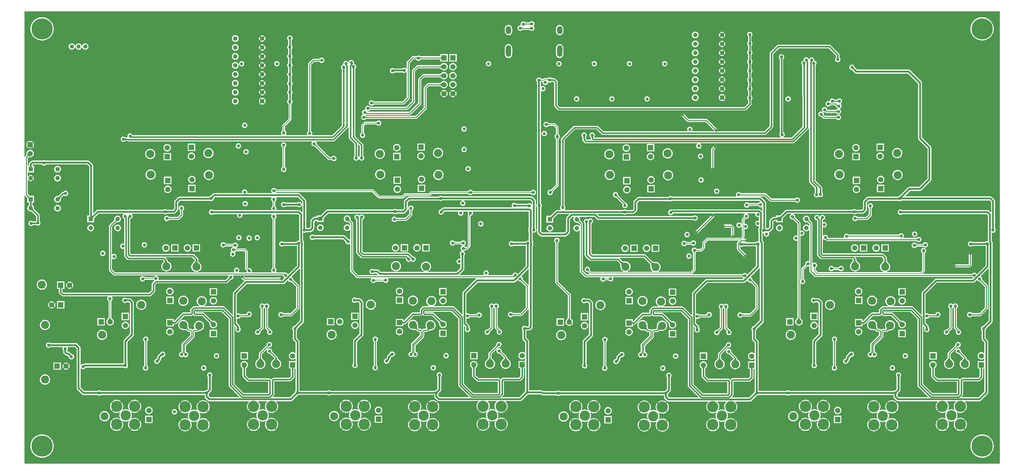
<source format=gbl>
G04*
G04 #@! TF.GenerationSoftware,Altium Limited,Altium Designer,20.1.12 (249)*
G04*
G04 Layer_Physical_Order=2*
G04 Layer_Color=16711680*
%FSLAX25Y25*%
%MOIN*%
G70*
G04*
G04 #@! TF.SameCoordinates,0DC69EFF-8178-42D1-8DC1-E705200A60BA*
G04*
G04*
G04 #@! TF.FilePolarity,Positive*
G04*
G01*
G75*
%ADD13C,0.01000*%
%ADD73C,0.00600*%
%ADD74C,0.01500*%
%ADD75C,0.02000*%
%ADD76C,0.05118*%
%ADD77R,0.05118X0.05118*%
%ADD78C,0.05906*%
%ADD79R,0.05906X0.05906*%
%ADD80R,0.05906X0.05906*%
%ADD81C,0.04724*%
%ADD82O,0.05906X0.09055*%
%ADD83O,0.05906X0.12992*%
%ADD84C,0.11417*%
%ADD85C,0.12598*%
%ADD86C,0.09000*%
%ADD87C,0.03543*%
%ADD88C,0.23622*%
G36*
X1001592Y522896D02*
X1001509Y522786D01*
X1001435Y522668D01*
X1001371Y522541D01*
X1001317Y522405D01*
X1001273Y522261D01*
X1001239Y522107D01*
X1001215Y521945D01*
X1001200Y521773D01*
X1001195Y521593D01*
X999695D01*
X999690Y521773D01*
X999675Y521945D01*
X999651Y522107D01*
X999617Y522261D01*
X999572Y522405D01*
X999518Y522541D01*
X999455Y522668D01*
X999381Y522786D01*
X999298Y522896D01*
X999205Y522996D01*
X1001685D01*
X1001592Y522896D01*
D02*
G37*
G36*
X1099424Y519035D02*
X1099439Y518864D01*
X1099463Y518702D01*
X1099498Y518548D01*
X1099542Y518403D01*
X1099596Y518267D01*
X1099660Y518141D01*
X1099733Y518022D01*
X1099816Y517913D01*
X1099909Y517812D01*
X1097429D01*
X1097522Y517913D01*
X1097606Y518022D01*
X1097679Y518141D01*
X1097743Y518267D01*
X1097797Y518403D01*
X1097841Y518548D01*
X1097875Y518702D01*
X1097900Y518864D01*
X1097914Y519035D01*
X1097919Y519215D01*
X1099419D01*
X1099424Y519035D01*
D02*
G37*
G36*
X1001200Y516607D02*
X1001215Y516435D01*
X1001239Y516273D01*
X1001273Y516119D01*
X1001317Y515975D01*
X1001371Y515839D01*
X1001435Y515712D01*
X1001509Y515594D01*
X1001592Y515484D01*
X1001685Y515384D01*
X999205D01*
X999298Y515484D01*
X999381Y515594D01*
X999455Y515712D01*
X999518Y515839D01*
X999572Y515975D01*
X999617Y516119D01*
X999651Y516273D01*
X999675Y516435D01*
X999690Y516607D01*
X999695Y516787D01*
X1001195D01*
X1001200Y516607D01*
D02*
G37*
G36*
X1279500Y65000D02*
X190500D01*
Y364570D01*
X191000Y364719D01*
X191288Y364288D01*
X193563Y362013D01*
X193705Y361861D01*
X193760Y361792D01*
Y356760D01*
X195531D01*
Y354310D01*
X195523Y354255D01*
X195497Y354141D01*
X195457Y354023D01*
X195404Y353900D01*
X195335Y353771D01*
X195248Y353635D01*
X195141Y353491D01*
X195014Y353342D01*
X194883Y353206D01*
X194833Y353168D01*
X194233Y352386D01*
X193856Y351476D01*
X193728Y350500D01*
X193856Y349524D01*
X194233Y348614D01*
X194833Y347832D01*
X195614Y347233D01*
X196524Y346856D01*
X197500Y346728D01*
X197563Y346736D01*
X197752Y346732D01*
X197948Y346717D01*
X198124Y346691D01*
X198282Y346656D01*
X198423Y346614D01*
X198547Y346564D01*
X198658Y346509D01*
X198758Y346447D01*
X198802Y346414D01*
X203531Y341685D01*
Y336440D01*
X203521Y336376D01*
X203506Y336308D01*
X203490Y336255D01*
X203474Y336213D01*
X203458Y336182D01*
X203444Y336160D01*
X203430Y336142D01*
X203405Y336114D01*
X203394Y336106D01*
X203379Y336087D01*
X203377Y336084D01*
X203375Y336080D01*
X203218Y335876D01*
X203143Y335815D01*
X203101Y335764D01*
X203095Y335760D01*
X203077Y335752D01*
X203045Y335741D01*
X202996Y335728D01*
X202944Y335719D01*
X200261D01*
X200191Y335728D01*
X200105Y335743D01*
X200031Y335761D01*
X199968Y335781D01*
X199916Y335802D01*
X199874Y335823D01*
X199839Y335843D01*
X199770Y335892D01*
X199684Y335929D01*
X199489Y336079D01*
X198771Y336377D01*
X198000Y336478D01*
X197229Y336377D01*
X196511Y336079D01*
X195894Y335606D01*
X195421Y334989D01*
X195123Y334271D01*
X195022Y333500D01*
X195123Y332729D01*
X195421Y332011D01*
X195894Y331394D01*
X196511Y330921D01*
X197229Y330623D01*
X198000Y330522D01*
X198771Y330623D01*
X199489Y330921D01*
X200106Y331394D01*
X200282Y331624D01*
X200357Y331685D01*
X200399Y331736D01*
X200405Y331740D01*
X200423Y331748D01*
X200455Y331759D01*
X200504Y331772D01*
X200556Y331781D01*
X203239D01*
X203309Y331772D01*
X203395Y331757D01*
X203469Y331738D01*
X203532Y331719D01*
X203584Y331698D01*
X203626Y331678D01*
X203661Y331657D01*
X203730Y331608D01*
X203816Y331571D01*
X204011Y331421D01*
X204729Y331123D01*
X205500Y331022D01*
X206271Y331123D01*
X206989Y331421D01*
X207606Y331894D01*
X208079Y332511D01*
X208377Y333229D01*
X208478Y334000D01*
X208377Y334771D01*
X208079Y335489D01*
X207626Y336080D01*
X207624Y336084D01*
X207621Y336087D01*
X207606Y336106D01*
X207595Y336114D01*
X207570Y336142D01*
X207556Y336159D01*
X207542Y336182D01*
X207526Y336213D01*
X207510Y336255D01*
X207494Y336308D01*
X207479Y336376D01*
X207469Y336440D01*
Y342500D01*
X207319Y343253D01*
X206892Y343892D01*
X201586Y349198D01*
X201553Y349242D01*
X201491Y349342D01*
X201436Y349453D01*
X201386Y349577D01*
X201344Y349718D01*
X201309Y349876D01*
X201283Y350052D01*
X201268Y350248D01*
X201264Y350437D01*
X201272Y350500D01*
X201144Y351476D01*
X200767Y352386D01*
X200167Y353168D01*
X200117Y353206D01*
X199986Y353342D01*
X199859Y353491D01*
X199752Y353635D01*
X199665Y353771D01*
X199596Y353900D01*
X199543Y354023D01*
X199503Y354141D01*
X199477Y354255D01*
X199469Y354310D01*
Y356760D01*
X201240D01*
Y364240D01*
X196213D01*
X196022Y364402D01*
X194214Y366210D01*
Y381615D01*
X194507Y381714D01*
X196793Y384000D01*
X194507Y386286D01*
X194214Y386385D01*
Y390260D01*
X201240D01*
Y397740D01*
X199778D01*
X199768Y397776D01*
X199736Y397974D01*
X199724Y398108D01*
Y398579D01*
X200421Y399276D01*
X210101D01*
X210394Y398894D01*
X211011Y398421D01*
X211729Y398123D01*
X212500Y398022D01*
X213271Y398123D01*
X213989Y398421D01*
X214606Y398894D01*
X214899Y399276D01*
X260579D01*
X262776Y397079D01*
Y342608D01*
X262764Y342474D01*
X262732Y342276D01*
X262722Y342240D01*
X260760D01*
Y334760D01*
X268240D01*
Y338942D01*
X268394Y339163D01*
X268874Y339729D01*
X273421Y344276D01*
X300946D01*
X301116Y343776D01*
X300894Y343606D01*
X300421Y342989D01*
X300123Y342271D01*
X300022Y341500D01*
X300123Y340729D01*
X300421Y340011D01*
X300894Y339394D01*
X301511Y338921D01*
X302031Y338705D01*
Y311103D01*
X301531Y310769D01*
X301271Y310877D01*
X300500Y310978D01*
X299729Y310877D01*
X299011Y310579D01*
X298394Y310106D01*
X297921Y309489D01*
X297623Y308771D01*
X297522Y308000D01*
X297623Y307229D01*
X297921Y306511D01*
X298394Y305894D01*
X299011Y305421D01*
X299729Y305123D01*
X300500Y305022D01*
X301271Y305123D01*
X301531Y305231D01*
X302031Y304897D01*
Y297000D01*
X302181Y296247D01*
X302608Y295608D01*
X305108Y293108D01*
X305747Y292681D01*
X306500Y292531D01*
X345184D01*
X346189Y291526D01*
X346184Y291503D01*
X346094Y291238D01*
X345974Y290962D01*
X345822Y290675D01*
X345636Y290378D01*
X345416Y290071D01*
X345159Y289755D01*
X345037Y289620D01*
X344948Y289552D01*
X344038Y288365D01*
X343465Y286983D01*
X343270Y285500D01*
X343465Y284017D01*
X344038Y282635D01*
X344948Y281448D01*
X346135Y280538D01*
X347517Y279965D01*
X349000Y279770D01*
X350483Y279965D01*
X351865Y280538D01*
X353052Y281448D01*
X353962Y282635D01*
X354535Y284017D01*
X354730Y285500D01*
X354535Y286983D01*
X353962Y288365D01*
X353052Y289552D01*
X351865Y290462D01*
X351644Y290554D01*
X351295Y290749D01*
X351024Y290927D01*
X350800Y291104D01*
X350621Y291276D01*
X350481Y291441D01*
X350377Y291599D01*
X350302Y291753D01*
X350249Y291908D01*
X350219Y292065D01*
Y292250D01*
X350069Y293004D01*
X349642Y293642D01*
X348215Y295069D01*
X348407Y295531D01*
X377684D01*
X380531Y292684D01*
Y291986D01*
X380491Y291798D01*
X380413Y291568D01*
X380291Y291301D01*
X380121Y290998D01*
X379901Y290664D01*
X379638Y290314D01*
X378923Y289496D01*
X378600Y289169D01*
X378448Y289052D01*
X377538Y287865D01*
X376965Y286483D01*
X376770Y285000D01*
X376965Y283517D01*
X377538Y282135D01*
X378448Y280948D01*
X379635Y280038D01*
X381017Y279465D01*
X382500Y279270D01*
X383983Y279465D01*
X385365Y280038D01*
X386552Y280948D01*
X387462Y282135D01*
X388035Y283517D01*
X388230Y285000D01*
X388035Y286483D01*
X387462Y287865D01*
X386552Y289052D01*
X386400Y289169D01*
X386077Y289496D01*
X385362Y290314D01*
X385099Y290664D01*
X384879Y290998D01*
X384709Y291301D01*
X384587Y291568D01*
X384509Y291798D01*
X384469Y291986D01*
Y293500D01*
X384319Y294253D01*
X383892Y294892D01*
X379892Y298892D01*
X379254Y299319D01*
X378500Y299469D01*
X308816D01*
X308469Y299816D01*
Y338035D01*
X308500Y338522D01*
X309271Y338623D01*
X309989Y338921D01*
X310606Y339394D01*
X311079Y340011D01*
X311377Y340729D01*
X311478Y341500D01*
X311377Y342271D01*
X311079Y342989D01*
X310606Y343606D01*
X310384Y343776D01*
X310554Y344276D01*
X345907D01*
X346017Y344266D01*
X346073Y344257D01*
X346511Y343921D01*
X347229Y343623D01*
X348000Y343522D01*
X348771Y343623D01*
X349489Y343921D01*
X349927Y344257D01*
X349972Y344264D01*
X350135Y344276D01*
X357500D01*
X357500Y344276D01*
X358351Y344445D01*
X359072Y344928D01*
X361573Y347428D01*
X361573Y347428D01*
X362055Y348149D01*
X362224Y349000D01*
Y356579D01*
X364421Y358776D01*
X397400D01*
X397491Y358767D01*
X397511Y358752D01*
X398229Y358454D01*
X399000Y358352D01*
X399771Y358454D01*
X400489Y358752D01*
X401106Y359225D01*
X401579Y359842D01*
X401877Y360560D01*
X401949Y361108D01*
X401975Y361144D01*
X402082Y361268D01*
X403590Y362776D01*
X466395D01*
X466641Y362276D01*
X466421Y361989D01*
X466123Y361271D01*
X466022Y360500D01*
X466123Y359729D01*
X466421Y359011D01*
X466894Y358394D01*
X466909Y358383D01*
X467055Y358234D01*
X467302Y357951D01*
X467375Y357853D01*
X467435Y357763D01*
X467474Y357694D01*
X467490Y357658D01*
Y352872D01*
X467471Y352830D01*
X467431Y352757D01*
X467371Y352663D01*
X467296Y352560D01*
X467049Y352268D01*
X466936Y352149D01*
X466928Y352143D01*
X466919Y352131D01*
X466896Y352107D01*
X466877Y352076D01*
X466455Y351526D01*
X466157Y350808D01*
X466056Y350037D01*
X466157Y349266D01*
X466382Y348724D01*
X466125Y348224D01*
X401593D01*
X401483Y348234D01*
X401428Y348243D01*
X400989Y348579D01*
X400271Y348877D01*
X399500Y348978D01*
X398729Y348877D01*
X398011Y348579D01*
X397394Y348106D01*
X396921Y347489D01*
X396623Y346771D01*
X396522Y346000D01*
X396623Y345229D01*
X396921Y344511D01*
X397394Y343894D01*
X398011Y343421D01*
X398729Y343123D01*
X399500Y343022D01*
X400271Y343123D01*
X400989Y343421D01*
X401428Y343757D01*
X401472Y343764D01*
X401635Y343776D01*
X427883D01*
X428160Y343360D01*
X428123Y343271D01*
X428022Y342500D01*
X428123Y341729D01*
X428421Y341011D01*
X428894Y340394D01*
X429511Y339921D01*
X430229Y339623D01*
X431000Y339522D01*
X431771Y339623D01*
X432489Y339921D01*
X433106Y340394D01*
X433579Y341011D01*
X433877Y341729D01*
X433978Y342500D01*
X433877Y343271D01*
X433840Y343360D01*
X434117Y343776D01*
X466657D01*
X466815Y343276D01*
X466421Y342763D01*
X466123Y342044D01*
X466022Y341274D01*
X466123Y340503D01*
X466421Y339785D01*
X466894Y339168D01*
X466909Y339157D01*
X467055Y339008D01*
X467302Y338725D01*
X467375Y338627D01*
X467435Y338537D01*
X467474Y338467D01*
X467490Y338431D01*
Y283842D01*
X467474Y283806D01*
X467435Y283737D01*
X467375Y283647D01*
X467302Y283549D01*
X467055Y283266D01*
X466909Y283117D01*
X466894Y283106D01*
X466421Y282489D01*
X466123Y281771D01*
X466022Y281000D01*
X466123Y280229D01*
X466421Y279511D01*
X466649Y279214D01*
X466402Y278714D01*
X444436D01*
X444163Y279214D01*
X444377Y279729D01*
X444478Y280500D01*
X444377Y281271D01*
X444079Y281989D01*
X443606Y282606D01*
X442989Y283079D01*
X442271Y283377D01*
X441500Y283478D01*
X441482Y283476D01*
X441273Y283477D01*
X440898Y283503D01*
X440777Y283520D01*
X440671Y283542D01*
X440595Y283564D01*
X440558Y283578D01*
X440010Y284125D01*
Y302000D01*
X440010Y302000D01*
X439895Y302578D01*
X439568Y303068D01*
X439568Y303068D01*
X437568Y305068D01*
X437078Y305395D01*
X436500Y305510D01*
X436500Y305510D01*
X427096D01*
X426958Y305676D01*
X427103Y306261D01*
X427489Y306421D01*
X428106Y306894D01*
X428579Y307511D01*
X428877Y308229D01*
X428978Y309000D01*
X428877Y309771D01*
X428579Y310489D01*
X428106Y311106D01*
X427489Y311579D01*
X426771Y311877D01*
X426000Y311978D01*
X425229Y311877D01*
X424511Y311579D01*
X424308Y311424D01*
X424215Y311381D01*
X423822Y311095D01*
X423508Y310897D01*
X423398Y310837D01*
X423302Y310791D01*
X423233Y310763D01*
X423223Y310760D01*
X415379D01*
X415343Y310784D01*
X415282Y310831D01*
X415217Y310890D01*
X414999Y311132D01*
X414882Y311284D01*
X414794Y311360D01*
X414606Y311606D01*
X413989Y312079D01*
X413271Y312377D01*
X412500Y312478D01*
X411729Y312377D01*
X411011Y312079D01*
X410394Y311606D01*
X409921Y310989D01*
X409623Y310271D01*
X409522Y309500D01*
X409623Y308729D01*
X409921Y308011D01*
X410394Y307394D01*
X411011Y306921D01*
X411729Y306623D01*
X412500Y306522D01*
X413271Y306623D01*
X413989Y306921D01*
X414192Y307076D01*
X414285Y307119D01*
X414678Y307405D01*
X414992Y307603D01*
X415102Y307663D01*
X415199Y307709D01*
X415267Y307737D01*
X415277Y307740D01*
X423114D01*
X423459Y307380D01*
X423445Y307250D01*
X423274Y306887D01*
X423268Y306882D01*
X423229Y306877D01*
X422511Y306579D01*
X421894Y306106D01*
X421421Y305489D01*
X421123Y304771D01*
X421022Y304000D01*
X421123Y303229D01*
X421421Y302511D01*
X421617Y302256D01*
X421631Y302136D01*
X421492Y301596D01*
X421063Y301267D01*
X420590Y300651D01*
X420293Y299932D01*
X420191Y299161D01*
X420293Y298391D01*
X420590Y297672D01*
X421063Y297056D01*
X421680Y296582D01*
X422399Y296285D01*
X423169Y296183D01*
X423940Y296285D01*
X424658Y296582D01*
X425275Y297056D01*
X425748Y297672D01*
X426046Y298391D01*
X426148Y299161D01*
X426046Y299932D01*
X425748Y300651D01*
X425553Y300906D01*
X425489Y301421D01*
X426106Y301894D01*
X426117Y301909D01*
X426266Y302055D01*
X426549Y302302D01*
X426647Y302375D01*
X426737Y302435D01*
X426806Y302473D01*
X426842Y302490D01*
X435875D01*
X436990Y301375D01*
Y283500D01*
X436990Y283500D01*
X437105Y282922D01*
X437432Y282432D01*
X438422Y281442D01*
X438436Y281405D01*
X438458Y281329D01*
X438480Y281223D01*
X438497Y281102D01*
X438523Y280727D01*
X438524Y280518D01*
X438522Y280500D01*
X438623Y279729D01*
X438837Y279214D01*
X438564Y278714D01*
X430098D01*
X429851Y279214D01*
X430079Y279511D01*
X430377Y280229D01*
X430478Y281000D01*
X430377Y281771D01*
X430079Y282489D01*
X429606Y283106D01*
X428989Y283579D01*
X428271Y283877D01*
X427500Y283978D01*
X426729Y283877D01*
X426011Y283579D01*
X425394Y283106D01*
X424921Y282489D01*
X424623Y281771D01*
X424522Y281000D01*
X424623Y280229D01*
X424921Y279511D01*
X425149Y279214D01*
X424902Y278714D01*
X291710D01*
X288214Y282210D01*
Y293902D01*
X288714Y294149D01*
X289011Y293921D01*
X289729Y293623D01*
X290500Y293522D01*
X291271Y293623D01*
X291989Y293921D01*
X292606Y294394D01*
X293079Y295011D01*
X293377Y295729D01*
X293478Y296500D01*
X293377Y297271D01*
X293079Y297989D01*
X292606Y298606D01*
X291989Y299079D01*
X291271Y299377D01*
X290500Y299478D01*
X289729Y299377D01*
X289011Y299079D01*
X288714Y298851D01*
X288214Y299098D01*
Y329790D01*
X293351Y334927D01*
X293524Y334856D01*
X294500Y334728D01*
X295476Y334856D01*
X296386Y335233D01*
X297167Y335833D01*
X297767Y336614D01*
X298144Y337524D01*
X298272Y338500D01*
X298144Y339476D01*
X297767Y340386D01*
X297167Y341167D01*
X296386Y341767D01*
X295476Y342144D01*
X294500Y342272D01*
X293524Y342144D01*
X292614Y341767D01*
X291832Y341167D01*
X291233Y340386D01*
X290856Y339476D01*
X290728Y338500D01*
X290856Y337524D01*
X290927Y337351D01*
X285288Y331712D01*
X284916Y331156D01*
X284786Y330500D01*
Y281500D01*
X284916Y280844D01*
X285288Y280288D01*
X289788Y275788D01*
X290344Y275416D01*
X291000Y275286D01*
X336849D01*
X336881Y274786D01*
X336622Y274752D01*
X335903Y274454D01*
X335538Y274174D01*
X335433Y274115D01*
X335257Y273964D01*
X334940Y273718D01*
X334825Y273640D01*
X334719Y273577D01*
X334636Y273534D01*
X334580Y273510D01*
X334580Y273510D01*
X325182D01*
X325157Y273517D01*
X325103Y273536D01*
X324170Y273978D01*
X323998Y274073D01*
X323989Y274079D01*
X323975Y274085D01*
X323943Y274102D01*
X323942Y274103D01*
X323940Y274104D01*
X323895Y274118D01*
X323271Y274377D01*
X322500Y274478D01*
X321729Y274377D01*
X321011Y274079D01*
X320394Y273606D01*
X319921Y272989D01*
X319623Y272271D01*
X319522Y271500D01*
X319623Y270729D01*
X319921Y270011D01*
X320394Y269394D01*
X321011Y268921D01*
X321729Y268623D01*
X322500Y268522D01*
X323271Y268623D01*
X323989Y268921D01*
X324606Y269394D01*
X325079Y270011D01*
X325099Y270059D01*
X325111Y270072D01*
X325204Y270236D01*
X325274Y270344D01*
X325336Y270425D01*
X325384Y270478D01*
X325397Y270490D01*
X334528D01*
X334543Y270483D01*
X334599Y270449D01*
X334675Y270395D01*
X334755Y270328D01*
X335005Y270082D01*
X335141Y269929D01*
X335196Y269888D01*
X335287Y269769D01*
X335381Y269697D01*
X335413Y269198D01*
X333108Y266892D01*
X332681Y266253D01*
X332531Y265500D01*
Y258816D01*
X329684Y255969D01*
X234316D01*
X232969Y257315D01*
Y260366D01*
X235134D01*
Y268634D01*
X226866D01*
Y260366D01*
X229031D01*
Y256500D01*
X229181Y255747D01*
X229608Y255108D01*
X232108Y252608D01*
X232747Y252181D01*
X233500Y252031D01*
X283707D01*
X283837Y251531D01*
X283421Y250989D01*
X283123Y250271D01*
X283022Y249500D01*
X283123Y248729D01*
X283421Y248011D01*
X283894Y247394D01*
X283909Y247383D01*
X284055Y247234D01*
X284302Y246951D01*
X284375Y246853D01*
X284435Y246763D01*
X284473Y246694D01*
X284490Y246657D01*
Y228208D01*
X284485Y228191D01*
X284446Y228091D01*
X284369Y227937D01*
X284252Y227739D01*
X284108Y227522D01*
X283390Y226602D01*
X283264Y226457D01*
X283253Y226448D01*
X283225Y226412D01*
X283087Y226254D01*
X283039Y226170D01*
X282590Y225585D01*
X282173Y224579D01*
X282031Y223500D01*
X282173Y222421D01*
X282590Y221415D01*
X283253Y220552D01*
X284116Y219889D01*
X285122Y219473D01*
X286201Y219331D01*
X287280Y219473D01*
X288286Y219889D01*
X289149Y220552D01*
X289812Y221415D01*
X290228Y222421D01*
X290370Y223500D01*
X290228Y224579D01*
X289812Y225585D01*
X289149Y226448D01*
X288954Y226598D01*
X288916Y226648D01*
X288594Y226931D01*
X288065Y227451D01*
X287879Y227660D01*
X287727Y227853D01*
X287618Y228015D01*
X287548Y228140D01*
X287515Y228220D01*
X287510Y228237D01*
Y246657D01*
X287526Y246694D01*
X287565Y246763D01*
X287625Y246853D01*
X287698Y246951D01*
X287945Y247234D01*
X288091Y247383D01*
X288106Y247394D01*
X288579Y248011D01*
X288877Y248729D01*
X288978Y249500D01*
X288877Y250271D01*
X288579Y250989D01*
X288163Y251531D01*
X288293Y252031D01*
X330500D01*
X331254Y252181D01*
X331892Y252608D01*
X335892Y256608D01*
X336319Y257246D01*
X336469Y258000D01*
Y264685D01*
X338316Y266531D01*
X416000D01*
X416753Y266681D01*
X417392Y267108D01*
X420667Y270383D01*
X420719Y270421D01*
X420778Y270458D01*
X420827Y270484D01*
X420868Y270502D01*
X420900Y270513D01*
X420927Y270519D01*
X420949Y270522D01*
X420987Y270524D01*
X421000Y270522D01*
X421024Y270525D01*
X421028Y270525D01*
X421032Y270526D01*
X421771Y270623D01*
X422489Y270921D01*
X423106Y271394D01*
X423579Y272011D01*
X423877Y272729D01*
X423978Y273500D01*
X423877Y274271D01*
X423663Y274786D01*
X423936Y275286D01*
X431736D01*
X432003Y274786D01*
X431916Y274656D01*
X431786Y274000D01*
X431916Y273344D01*
X432288Y272788D01*
X435018Y270058D01*
X435574Y269687D01*
X435791Y269643D01*
X435956Y269101D01*
X423927Y257072D01*
X423445Y256351D01*
X423276Y255500D01*
X423276Y255500D01*
Y231697D01*
X422814Y231506D01*
X413928Y240392D01*
X413289Y240819D01*
X412535Y240969D01*
X391274D01*
X391176Y241459D01*
X391365Y241538D01*
X392552Y242448D01*
X393462Y243635D01*
X394035Y245017D01*
X394230Y246500D01*
X394035Y247983D01*
X393462Y249365D01*
X392552Y250552D01*
X391365Y251462D01*
X389983Y252035D01*
X388500Y252230D01*
X387017Y252035D01*
X385635Y251462D01*
X384448Y250552D01*
X383538Y249365D01*
X382965Y247983D01*
X382770Y246500D01*
X382965Y245017D01*
X383538Y243635D01*
X384448Y242448D01*
X385635Y241538D01*
X385824Y241459D01*
X385726Y240969D01*
X379964D01*
X379211Y240819D01*
X378572Y240392D01*
X376108Y237928D01*
X375681Y237289D01*
X375531Y236536D01*
Y233969D01*
X368000D01*
X367247Y233819D01*
X366608Y233392D01*
X357684Y224469D01*
X357134D01*
Y226634D01*
X348866D01*
Y218366D01*
X357134D01*
Y220531D01*
X358500D01*
X359254Y220681D01*
X359892Y221108D01*
X368815Y230031D01*
X376500D01*
X377254Y230181D01*
X377892Y230608D01*
X378689Y231405D01*
X379486Y230608D01*
X380125Y230181D01*
X380879Y230031D01*
X389184D01*
X396949Y222267D01*
X396999Y222198D01*
X397069Y222077D01*
X397135Y221935D01*
X397194Y221768D01*
X397247Y221576D01*
X397289Y221357D01*
X397320Y221112D01*
X397339Y220839D01*
X397342Y220589D01*
X397330Y220500D01*
X397473Y219421D01*
X397889Y218415D01*
X398552Y217552D01*
X399415Y216889D01*
X400421Y216473D01*
X401500Y216331D01*
X402579Y216473D01*
X403585Y216889D01*
X404448Y217552D01*
X405111Y218415D01*
X405527Y219421D01*
X405669Y220500D01*
X405527Y221579D01*
X405111Y222585D01*
X404448Y223448D01*
X403585Y224111D01*
X402579Y224527D01*
X401500Y224670D01*
X401411Y224658D01*
X401161Y224661D01*
X400888Y224680D01*
X400643Y224711D01*
X400424Y224753D01*
X400232Y224806D01*
X400065Y224865D01*
X399923Y224931D01*
X399802Y225001D01*
X399733Y225051D01*
X391392Y233392D01*
X390754Y233819D01*
X390000Y233969D01*
X381969D01*
Y234531D01*
X410684D01*
X418531Y226684D01*
Y152500D01*
X418681Y151746D01*
X419108Y151108D01*
X430530Y139686D01*
X430338Y139224D01*
X397921D01*
X396224Y140921D01*
Y141907D01*
X396234Y142017D01*
X396243Y142072D01*
X396579Y142511D01*
X396877Y143229D01*
X396949Y143777D01*
X396975Y143813D01*
X397082Y143937D01*
X399073Y145928D01*
X399073Y145928D01*
X399555Y146649D01*
X399724Y147500D01*
X399724Y147500D01*
Y161907D01*
X399734Y162017D01*
X399743Y162073D01*
X400079Y162511D01*
X400377Y163229D01*
X400478Y164000D01*
X400377Y164771D01*
X400079Y165489D01*
X399606Y166106D01*
X398989Y166579D01*
X398271Y166877D01*
X397500Y166978D01*
X396729Y166877D01*
X396011Y166579D01*
X395394Y166106D01*
X394921Y165489D01*
X394623Y164771D01*
X394522Y164000D01*
X394623Y163229D01*
X394921Y162511D01*
X395257Y162073D01*
X395264Y162028D01*
X395276Y161865D01*
Y148421D01*
X393907Y147052D01*
X393822Y146982D01*
X393777Y146949D01*
X393229Y146877D01*
X392511Y146579D01*
X392073Y146243D01*
X392028Y146236D01*
X391865Y146224D01*
X276093D01*
X275983Y146234D01*
X275927Y146243D01*
X275489Y146579D01*
X274771Y146877D01*
X274000Y146978D01*
X273229Y146877D01*
X272511Y146579D01*
X272073Y146243D01*
X272028Y146236D01*
X271865Y146224D01*
X257421D01*
X253224Y150421D01*
Y171446D01*
X253724Y171616D01*
X253894Y171394D01*
X254511Y170921D01*
X255229Y170623D01*
X256000Y170522D01*
X256771Y170623D01*
X257489Y170921D01*
X258106Y171394D01*
X258579Y172011D01*
X258746Y172412D01*
X258775Y172441D01*
X301242D01*
X301352Y172432D01*
X301407Y172423D01*
X301846Y172086D01*
X302564Y171789D01*
X303335Y171687D01*
X304105Y171789D01*
X304824Y172086D01*
X305441Y172559D01*
X305914Y173176D01*
X306211Y173895D01*
X306313Y174665D01*
X306211Y175436D01*
X305914Y176154D01*
X305577Y176593D01*
X305570Y176637D01*
X305558Y176801D01*
Y200914D01*
X312072Y207428D01*
X312072Y207428D01*
X312555Y208149D01*
X312724Y209000D01*
X312724Y209000D01*
Y245000D01*
X312724Y245000D01*
X312555Y245851D01*
X312072Y246572D01*
X312072Y246572D01*
X309487Y249158D01*
X308765Y249640D01*
X307914Y249810D01*
X307914Y249810D01*
X304698D01*
X304604Y249817D01*
X304539Y249827D01*
X304512Y249832D01*
X304190Y250079D01*
X303472Y250377D01*
X302701Y250478D01*
X301930Y250377D01*
X301212Y250079D01*
X300595Y249606D01*
X300122Y248989D01*
X299824Y248271D01*
X299723Y247500D01*
X299824Y246729D01*
X300122Y246011D01*
X300595Y245394D01*
X301212Y244921D01*
X301930Y244623D01*
X302701Y244522D01*
X303472Y244623D01*
X304190Y244921D01*
X304747Y245348D01*
X304920Y245362D01*
X306993D01*
X308276Y244079D01*
Y209921D01*
X301762Y203407D01*
X301280Y202686D01*
X301111Y201835D01*
X301111Y201835D01*
Y176889D01*
X257854D01*
X257854Y176889D01*
X257003Y176720D01*
X256535Y176408D01*
X256000Y176478D01*
X255229Y176377D01*
X254511Y176079D01*
X253894Y175606D01*
X253724Y175384D01*
X253224Y175554D01*
Y194500D01*
X253224Y194500D01*
X253055Y195351D01*
X252572Y196072D01*
X252572Y196072D01*
X249572Y199073D01*
X248851Y199555D01*
X248000Y199724D01*
X248000Y199724D01*
X219593D01*
X219483Y199734D01*
X219427Y199743D01*
X218989Y200079D01*
X218271Y200377D01*
X217500Y200478D01*
X216729Y200377D01*
X216011Y200079D01*
X215394Y199606D01*
X214921Y198989D01*
X214623Y198271D01*
X214522Y197500D01*
X214623Y196729D01*
X214921Y196011D01*
X215394Y195394D01*
X216011Y194921D01*
X216729Y194623D01*
X217500Y194522D01*
X218271Y194623D01*
X218989Y194921D01*
X219427Y195257D01*
X219472Y195264D01*
X219635Y195276D01*
X233054D01*
X233333Y194776D01*
X233123Y194271D01*
X233022Y193500D01*
X233123Y192729D01*
X233421Y192011D01*
X233780Y191543D01*
X233785Y191510D01*
X233798Y191342D01*
Y189478D01*
X233798Y189478D01*
X233967Y188627D01*
X234449Y187906D01*
X235928Y186427D01*
X235928Y186427D01*
X236649Y185945D01*
X237500Y185776D01*
X237500Y185776D01*
X238579D01*
X239948Y184407D01*
X240018Y184322D01*
X240051Y184277D01*
X240123Y183729D01*
X240421Y183011D01*
X240894Y182394D01*
X241511Y181921D01*
X242229Y181623D01*
X243000Y181522D01*
X243771Y181623D01*
X244489Y181921D01*
X245106Y182394D01*
X245579Y183011D01*
X245877Y183729D01*
X245978Y184500D01*
X245877Y185271D01*
X245579Y185989D01*
X245106Y186606D01*
X244489Y187079D01*
X243771Y187377D01*
X243223Y187449D01*
X243187Y187475D01*
X243063Y187582D01*
X241073Y189573D01*
X240351Y190055D01*
X239500Y190224D01*
X239500Y190224D01*
X238421D01*
X238246Y190400D01*
Y191430D01*
X238255Y191536D01*
X238264Y191596D01*
X238266Y191602D01*
X238579Y192011D01*
X238877Y192729D01*
X238978Y193500D01*
X238877Y194271D01*
X238667Y194776D01*
X238946Y195276D01*
X247079D01*
X248776Y193579D01*
Y149500D01*
X248776Y149500D01*
X248945Y148649D01*
X249428Y147927D01*
X254927Y142428D01*
X254927Y142428D01*
X255649Y141946D01*
X256500Y141776D01*
X271907D01*
X272017Y141766D01*
X272073Y141757D01*
X272511Y141421D01*
X273229Y141123D01*
X274000Y141022D01*
X274771Y141123D01*
X275489Y141421D01*
X275927Y141757D01*
X275972Y141764D01*
X276135Y141776D01*
X391776D01*
Y140000D01*
X391776Y140000D01*
X391945Y139149D01*
X392427Y138427D01*
X395427Y135427D01*
X395427Y135427D01*
X396149Y134945D01*
X397000Y134776D01*
X397000Y134776D01*
X441190D01*
X441359Y134305D01*
X441214Y134186D01*
X440302Y133075D01*
X439624Y131807D01*
X439206Y130431D01*
X439066Y129000D01*
X439206Y127569D01*
X439624Y126193D01*
X440302Y124925D01*
X440895Y124202D01*
X446046Y129353D01*
X446754Y128647D01*
X441602Y123495D01*
X442325Y122902D01*
X443593Y122224D01*
X444969Y121806D01*
X446400Y121666D01*
X447831Y121806D01*
X449207Y122224D01*
X450066Y122683D01*
X450436Y122314D01*
X450054Y121599D01*
X449660Y120301D01*
X449527Y118950D01*
X449660Y117599D01*
X450054Y116301D01*
X450436Y115586D01*
X450066Y115217D01*
X449207Y115676D01*
X447831Y116094D01*
X446400Y116235D01*
X444969Y116094D01*
X443593Y115676D01*
X442325Y114998D01*
X441602Y114405D01*
X446754Y109254D01*
X451905Y104102D01*
X452498Y104825D01*
X453176Y106093D01*
X453594Y107469D01*
X453734Y108900D01*
X453594Y110331D01*
X453176Y111707D01*
X452717Y112566D01*
X453086Y112936D01*
X453801Y112554D01*
X455099Y112160D01*
X456450Y112027D01*
X457801Y112160D01*
X459099Y112554D01*
X459814Y112936D01*
X460183Y112566D01*
X459724Y111707D01*
X459306Y110331D01*
X459165Y108900D01*
X459306Y107469D01*
X459724Y106093D01*
X460402Y104825D01*
X460995Y104102D01*
X466147Y109254D01*
X471298Y114405D01*
X470575Y114998D01*
X469307Y115676D01*
X467931Y116094D01*
X466500Y116235D01*
X465069Y116094D01*
X463693Y115676D01*
X462834Y115217D01*
X462464Y115586D01*
X462846Y116301D01*
X463240Y117599D01*
X463373Y118950D01*
X463240Y120301D01*
X462846Y121599D01*
X462464Y122314D01*
X462834Y122683D01*
X463693Y122224D01*
X465069Y121806D01*
X466500Y121666D01*
X467931Y121806D01*
X469307Y122224D01*
X470575Y122902D01*
X471298Y123495D01*
X466147Y128647D01*
X466854Y129353D01*
X472005Y124202D01*
X472598Y124925D01*
X473276Y126193D01*
X473694Y127569D01*
X473835Y129000D01*
X473694Y130431D01*
X473276Y131807D01*
X472598Y133075D01*
X471686Y134186D01*
X471541Y134305D01*
X471710Y134776D01*
X488000D01*
X488000Y134776D01*
X488851Y134945D01*
X489572Y135427D01*
X495593Y141448D01*
X495678Y141518D01*
X495723Y141551D01*
X496271Y141623D01*
X496989Y141921D01*
X496991Y141922D01*
X497317Y141946D01*
X528240D01*
X528351Y141935D01*
X528406Y141927D01*
X528844Y141590D01*
X529563Y141293D01*
X530333Y141191D01*
X531104Y141293D01*
X531822Y141590D01*
X532261Y141927D01*
X532305Y141934D01*
X532468Y141946D01*
X648109D01*
Y140169D01*
X648109Y140169D01*
X648279Y139318D01*
X648761Y138597D01*
X651761Y135597D01*
X651761Y135597D01*
X652482Y135115D01*
X653333Y134945D01*
X653333Y134945D01*
X697524D01*
X697692Y134475D01*
X697547Y134356D01*
X696635Y133244D01*
X695957Y131976D01*
X695540Y130600D01*
X695399Y129169D01*
X695540Y127738D01*
X695957Y126363D01*
X696635Y125094D01*
X697228Y124371D01*
X702380Y129523D01*
X703087Y128816D01*
X697935Y123664D01*
X698659Y123071D01*
X699927Y122393D01*
X701302Y121976D01*
X702733Y121835D01*
X704164Y121976D01*
X705540Y122393D01*
X706400Y122852D01*
X706769Y122483D01*
X706387Y121769D01*
X705993Y120470D01*
X705860Y119119D01*
X705993Y117769D01*
X706387Y116470D01*
X706769Y115756D01*
X706400Y115386D01*
X705540Y115846D01*
X704164Y116263D01*
X702733Y116404D01*
X701302Y116263D01*
X699927Y115846D01*
X698659Y115168D01*
X697935Y114574D01*
X703087Y109423D01*
X708238Y104271D01*
X708832Y104994D01*
X709510Y106263D01*
X709927Y107638D01*
X710068Y109069D01*
X709927Y110500D01*
X709510Y111876D01*
X709050Y112735D01*
X709420Y113105D01*
X710134Y112723D01*
X711433Y112329D01*
X712783Y112196D01*
X714134Y112329D01*
X715433Y112723D01*
X716147Y113105D01*
X716516Y112735D01*
X716057Y111876D01*
X715640Y110500D01*
X715499Y109069D01*
X715640Y107638D01*
X716057Y106263D01*
X716735Y104994D01*
X717328Y104271D01*
X722480Y109423D01*
X727631Y114574D01*
X726908Y115168D01*
X725640Y115846D01*
X724264Y116263D01*
X722833Y116404D01*
X721402Y116263D01*
X720026Y115846D01*
X719167Y115386D01*
X718798Y115756D01*
X719179Y116470D01*
X719573Y117769D01*
X719706Y119119D01*
X719573Y120470D01*
X719179Y121769D01*
X718798Y122483D01*
X719167Y122852D01*
X720026Y122393D01*
X721402Y121976D01*
X722833Y121835D01*
X724264Y121976D01*
X725640Y122393D01*
X726908Y123071D01*
X727631Y123664D01*
X722480Y128816D01*
X723187Y129523D01*
X728338Y124371D01*
X728932Y125094D01*
X729610Y126363D01*
X730027Y127738D01*
X730168Y129169D01*
X730027Y130600D01*
X729610Y131976D01*
X728932Y133244D01*
X728020Y134356D01*
X727875Y134475D01*
X728043Y134945D01*
X744333D01*
X744333Y134945D01*
X745184Y135115D01*
X745906Y135597D01*
X751926Y141617D01*
X752011Y141688D01*
X752056Y141720D01*
X752604Y141793D01*
X753322Y142090D01*
X753761Y142427D01*
X753805Y142434D01*
X753968Y142446D01*
X767245D01*
X767594Y142097D01*
X767594Y142097D01*
X768316Y141615D01*
X769167Y141446D01*
X784574D01*
X784684Y141435D01*
X784739Y141427D01*
X785178Y141090D01*
X785896Y140793D01*
X786667Y140691D01*
X787437Y140793D01*
X788156Y141090D01*
X788594Y141427D01*
X788638Y141434D01*
X788802Y141446D01*
X904443D01*
Y139669D01*
X904443Y139669D01*
X904612Y138818D01*
X905094Y138097D01*
X908094Y135097D01*
X908094Y135097D01*
X908816Y134615D01*
X909667Y134446D01*
X909667Y134446D01*
X953857D01*
X954025Y133975D01*
X953880Y133856D01*
X952968Y132744D01*
X952290Y131476D01*
X951873Y130100D01*
X951732Y128669D01*
X951873Y127238D01*
X952290Y125863D01*
X952968Y124594D01*
X953562Y123871D01*
X958713Y129023D01*
X959420Y128316D01*
X954269Y123164D01*
X954992Y122571D01*
X956260Y121893D01*
X957636Y121476D01*
X959067Y121335D01*
X960498Y121476D01*
X961874Y121893D01*
X962733Y122352D01*
X963102Y121983D01*
X962721Y121269D01*
X962327Y119970D01*
X962194Y118619D01*
X962327Y117269D01*
X962721Y115970D01*
X963102Y115256D01*
X962733Y114886D01*
X961874Y115346D01*
X960498Y115763D01*
X959067Y115904D01*
X957636Y115763D01*
X956260Y115346D01*
X954992Y114668D01*
X954269Y114074D01*
X959420Y108923D01*
X964572Y103771D01*
X965165Y104494D01*
X965843Y105763D01*
X966260Y107138D01*
X966401Y108569D01*
X966260Y110000D01*
X965843Y111376D01*
X965384Y112235D01*
X965753Y112605D01*
X966467Y112223D01*
X967766Y111829D01*
X969117Y111696D01*
X970467Y111829D01*
X971766Y112223D01*
X972480Y112605D01*
X972850Y112235D01*
X972390Y111376D01*
X971973Y110000D01*
X971832Y108569D01*
X971973Y107138D01*
X972390Y105763D01*
X973068Y104494D01*
X973662Y103771D01*
X978813Y108923D01*
X983965Y114074D01*
X983241Y114668D01*
X981973Y115346D01*
X980598Y115763D01*
X979167Y115904D01*
X977736Y115763D01*
X976360Y115346D01*
X975500Y114886D01*
X975131Y115256D01*
X975513Y115970D01*
X975907Y117269D01*
X976040Y118619D01*
X975907Y119970D01*
X975513Y121269D01*
X975131Y121983D01*
X975500Y122352D01*
X976360Y121893D01*
X977736Y121476D01*
X979167Y121335D01*
X980598Y121476D01*
X981973Y121893D01*
X983241Y122571D01*
X983965Y123164D01*
X978813Y128316D01*
X979520Y129023D01*
X984672Y123871D01*
X985265Y124594D01*
X985943Y125863D01*
X986360Y127238D01*
X986501Y128669D01*
X986360Y130100D01*
X985943Y131476D01*
X985265Y132744D01*
X984353Y133856D01*
X984208Y133975D01*
X984376Y134446D01*
X1000667D01*
X1000667Y134446D01*
X1001518Y134615D01*
X1002239Y135097D01*
X1008259Y141117D01*
X1008344Y141188D01*
X1008390Y141220D01*
X1008937Y141293D01*
X1009656Y141590D01*
X1009871Y141755D01*
X1009878Y141757D01*
X1010154Y141776D01*
X1040907D01*
X1041017Y141766D01*
X1041072Y141757D01*
X1041511Y141421D01*
X1042229Y141123D01*
X1043000Y141022D01*
X1043771Y141123D01*
X1044489Y141421D01*
X1044928Y141757D01*
X1044972Y141764D01*
X1045135Y141776D01*
X1160776D01*
Y140000D01*
X1160776Y140000D01*
X1160945Y139149D01*
X1161427Y138427D01*
X1164427Y135427D01*
X1164427Y135427D01*
X1165149Y134945D01*
X1166000Y134776D01*
X1166000Y134776D01*
X1210190D01*
X1210359Y134305D01*
X1210214Y134186D01*
X1209301Y133075D01*
X1208624Y131807D01*
X1208206Y130431D01*
X1208066Y129000D01*
X1208206Y127569D01*
X1208624Y126193D01*
X1209301Y124925D01*
X1209895Y124202D01*
X1215046Y129353D01*
X1215753Y128647D01*
X1210602Y123495D01*
X1211325Y122902D01*
X1212593Y122224D01*
X1213969Y121806D01*
X1215400Y121666D01*
X1216831Y121806D01*
X1218207Y122224D01*
X1219066Y122683D01*
X1219436Y122314D01*
X1219054Y121599D01*
X1218660Y120301D01*
X1218527Y118950D01*
X1218660Y117599D01*
X1219054Y116301D01*
X1219436Y115586D01*
X1219066Y115217D01*
X1218207Y115676D01*
X1216831Y116094D01*
X1215400Y116235D01*
X1213969Y116094D01*
X1212593Y115676D01*
X1211325Y114998D01*
X1210602Y114405D01*
X1215753Y109254D01*
X1220905Y104102D01*
X1221498Y104825D01*
X1222176Y106093D01*
X1222594Y107469D01*
X1222735Y108900D01*
X1222594Y110331D01*
X1222176Y111707D01*
X1221717Y112566D01*
X1222086Y112936D01*
X1222801Y112554D01*
X1224099Y112160D01*
X1225450Y112027D01*
X1226801Y112160D01*
X1228099Y112554D01*
X1228814Y112936D01*
X1229183Y112566D01*
X1228724Y111707D01*
X1228306Y110331D01*
X1228166Y108900D01*
X1228306Y107469D01*
X1228724Y106093D01*
X1229401Y104825D01*
X1229995Y104102D01*
X1235146Y109254D01*
X1240298Y114405D01*
X1239575Y114998D01*
X1238307Y115676D01*
X1236931Y116094D01*
X1235500Y116235D01*
X1234069Y116094D01*
X1232693Y115676D01*
X1231834Y115217D01*
X1231464Y115586D01*
X1231846Y116301D01*
X1232240Y117599D01*
X1232373Y118950D01*
X1232240Y120301D01*
X1231846Y121599D01*
X1231464Y122314D01*
X1231834Y122683D01*
X1232693Y122224D01*
X1234069Y121806D01*
X1235500Y121666D01*
X1236931Y121806D01*
X1238307Y122224D01*
X1239575Y122902D01*
X1240298Y123495D01*
X1235146Y128647D01*
X1235853Y129353D01*
X1241005Y124202D01*
X1241598Y124925D01*
X1242276Y126193D01*
X1242694Y127569D01*
X1242834Y129000D01*
X1242694Y130431D01*
X1242276Y131807D01*
X1241598Y133075D01*
X1240686Y134186D01*
X1240541Y134305D01*
X1240710Y134776D01*
X1257000D01*
X1257000Y134776D01*
X1257851Y134945D01*
X1258572Y135427D01*
X1266072Y142928D01*
X1266072Y142928D01*
X1266555Y143649D01*
X1266724Y144500D01*
X1266724Y144500D01*
Y201500D01*
X1266724Y201500D01*
X1266555Y202351D01*
X1266072Y203073D01*
X1266072Y203073D01*
X1263724Y205421D01*
Y213907D01*
X1263734Y214017D01*
X1263743Y214072D01*
X1264079Y214511D01*
X1264377Y215229D01*
X1264453Y215808D01*
X1270944Y222299D01*
X1270944Y222299D01*
X1271426Y223021D01*
X1271595Y223872D01*
Y311896D01*
X1271595Y311897D01*
X1271426Y312748D01*
X1270944Y313469D01*
X1270944Y313469D01*
X1270724Y313689D01*
Y322883D01*
X1271140Y323160D01*
X1271229Y323123D01*
X1272000Y323022D01*
X1272771Y323123D01*
X1273489Y323421D01*
X1274106Y323894D01*
X1274579Y324511D01*
X1274877Y325229D01*
X1274978Y326000D01*
X1274877Y326771D01*
X1274579Y327489D01*
X1274243Y327927D01*
X1274236Y327972D01*
X1274224Y328135D01*
Y358500D01*
X1274224Y358500D01*
X1274055Y359351D01*
X1273573Y360072D01*
X1273573Y360072D01*
X1270742Y362903D01*
X1270020Y363385D01*
X1269169Y363555D01*
X1269169Y363555D01*
X1174022D01*
X1173831Y364017D01*
X1179590Y369776D01*
X1190500D01*
X1190500Y369776D01*
X1191351Y369945D01*
X1192072Y370427D01*
X1202573Y380927D01*
X1202573Y380927D01*
X1203055Y381649D01*
X1203224Y382500D01*
Y418000D01*
X1203055Y418851D01*
X1202573Y419572D01*
X1202573Y419572D01*
X1192724Y429421D01*
Y490500D01*
X1192724Y490500D01*
X1192555Y491351D01*
X1192072Y492072D01*
X1192072Y492072D01*
X1179572Y504572D01*
X1178851Y505055D01*
X1178000Y505224D01*
X1178000Y505224D01*
X1120307D01*
X1117453Y508078D01*
X1117377Y508657D01*
X1117079Y509375D01*
X1116606Y509992D01*
X1115989Y510465D01*
X1115271Y510763D01*
X1114500Y510864D01*
X1113729Y510763D01*
X1113011Y510465D01*
X1112394Y509992D01*
X1111921Y509375D01*
X1111623Y508657D01*
X1111522Y507886D01*
X1111623Y507115D01*
X1111921Y506397D01*
X1112394Y505780D01*
X1113011Y505307D01*
X1113729Y505009D01*
X1114308Y504933D01*
X1117813Y501428D01*
X1117813Y501428D01*
X1118535Y500945D01*
X1119386Y500776D01*
X1177079D01*
X1188276Y489579D01*
Y428500D01*
X1188276Y428500D01*
X1188445Y427649D01*
X1188927Y426928D01*
X1198776Y417079D01*
Y383421D01*
X1189579Y374224D01*
X1178669D01*
X1177818Y374055D01*
X1177097Y373572D01*
X1177097Y373572D01*
X1167808Y364284D01*
X1167229Y364208D01*
X1166511Y363910D01*
X1165894Y363437D01*
X1165736Y363231D01*
X1165703Y363226D01*
X1165674Y363224D01*
X1132500D01*
X1132500Y363224D01*
X1131649Y363055D01*
X1130927Y362573D01*
X1130927Y362573D01*
X1127427Y359072D01*
X1126945Y358351D01*
X1126776Y357500D01*
X1126776Y357500D01*
Y349921D01*
X1125579Y348724D01*
X1119093D01*
X1118983Y348734D01*
X1118927Y348743D01*
X1118489Y349079D01*
X1117771Y349377D01*
X1117000Y349478D01*
X1116229Y349377D01*
X1115511Y349079D01*
X1115073Y348743D01*
X1115028Y348736D01*
X1114865Y348724D01*
X1041500D01*
X1041500Y348724D01*
X1040649Y348555D01*
X1039927Y348073D01*
X1039927Y348073D01*
X1034819Y342964D01*
X1034466Y342635D01*
X1034177Y342404D01*
X1033942Y342240D01*
X1029760D01*
Y340778D01*
X1029724Y340769D01*
X1029526Y340736D01*
X1029392Y340724D01*
X1027000D01*
X1026149Y340555D01*
X1025428Y340072D01*
X1025428Y340072D01*
X1022927Y337573D01*
X1022445Y336851D01*
X1022276Y336000D01*
X1022276Y336000D01*
Y329421D01*
X1020748Y327893D01*
X1018724D01*
Y356500D01*
X1018724Y356500D01*
X1018555Y357351D01*
X1018073Y358072D01*
X1018073Y358072D01*
X1013573Y362573D01*
X1012851Y363055D01*
X1012000Y363224D01*
X1012000Y363224D01*
X991125D01*
X990847Y363724D01*
X990886Y363786D01*
X1017040D01*
X1022538Y358288D01*
X1023094Y357916D01*
X1023750Y357786D01*
X1051093D01*
X1051394Y357394D01*
X1052011Y356921D01*
X1052729Y356623D01*
X1053500Y356522D01*
X1054271Y356623D01*
X1054989Y356921D01*
X1055606Y357394D01*
X1056079Y358011D01*
X1056377Y358729D01*
X1056478Y359500D01*
X1056377Y360271D01*
X1056079Y360989D01*
X1055606Y361606D01*
X1054989Y362079D01*
X1054271Y362377D01*
X1053500Y362478D01*
X1052729Y362377D01*
X1052011Y362079D01*
X1051394Y361606D01*
X1051093Y361214D01*
X1024460D01*
X1018962Y366712D01*
X1018406Y367084D01*
X1017750Y367214D01*
X990407D01*
X990106Y367606D01*
X989489Y368079D01*
X988771Y368377D01*
X988000Y368478D01*
X987229Y368377D01*
X986511Y368079D01*
X985894Y367606D01*
X985421Y366989D01*
X985123Y366271D01*
X985022Y365500D01*
X985123Y364729D01*
X985421Y364011D01*
X985641Y363724D01*
X985394Y363224D01*
X913619D01*
X913156Y363579D01*
X912438Y363877D01*
X911667Y363978D01*
X910896Y363877D01*
X910178Y363579D01*
X909561Y363106D01*
X909403Y362900D01*
X909370Y362895D01*
X909341Y362893D01*
X876167D01*
X876167Y362893D01*
X875316Y362724D01*
X874594Y362242D01*
X874594Y362242D01*
X871094Y358742D01*
X870612Y358020D01*
X870443Y357169D01*
X870443Y357169D01*
Y349590D01*
X869246Y348393D01*
X862760D01*
X862649Y348403D01*
X862594Y348412D01*
X862156Y348748D01*
X861438Y349046D01*
X860667Y349148D01*
X859896Y349046D01*
X859177Y348748D01*
X858739Y348412D01*
X858695Y348405D01*
X858532Y348393D01*
X793774D01*
X793605Y348893D01*
X793606Y348894D01*
X794079Y349511D01*
X794377Y350229D01*
X794478Y351000D01*
X794377Y351771D01*
X794079Y352489D01*
X793625Y353080D01*
X793623Y353084D01*
X793621Y353087D01*
X793606Y353106D01*
X793595Y353114D01*
X793570Y353142D01*
X793556Y353159D01*
X793542Y353183D01*
X793526Y353213D01*
X793510Y353255D01*
X793494Y353308D01*
X793479Y353376D01*
X793469Y353440D01*
Y426685D01*
X805316Y438531D01*
X829184D01*
X834729Y432986D01*
X835368Y432559D01*
X836122Y432409D01*
X1017358D01*
X1018111Y432559D01*
X1018750Y432986D01*
X1025892Y440128D01*
X1026319Y440767D01*
X1026469Y441521D01*
Y522684D01*
X1032816Y529031D01*
X1088684D01*
X1096700Y521015D01*
Y518987D01*
X1096691Y518923D01*
X1096676Y518855D01*
X1096659Y518802D01*
X1096643Y518761D01*
X1096627Y518730D01*
X1096613Y518707D01*
X1096600Y518689D01*
X1096574Y518661D01*
X1096563Y518653D01*
X1096549Y518634D01*
X1096546Y518631D01*
X1096544Y518628D01*
X1096090Y518036D01*
X1095792Y517318D01*
X1095691Y516547D01*
X1095792Y515776D01*
X1096090Y515058D01*
X1096563Y514441D01*
X1097180Y513968D01*
X1097898Y513670D01*
X1098669Y513569D01*
X1099440Y513670D01*
X1100158Y513968D01*
X1100775Y514441D01*
X1101248Y515058D01*
X1101546Y515776D01*
X1101647Y516547D01*
X1101546Y517318D01*
X1101248Y518036D01*
X1100795Y518628D01*
X1100793Y518631D01*
X1100790Y518634D01*
X1100775Y518653D01*
X1100765Y518661D01*
X1100739Y518689D01*
X1100725Y518707D01*
X1100711Y518730D01*
X1100696Y518760D01*
X1100679Y518802D01*
X1100663Y518855D01*
X1100648Y518923D01*
X1100638Y518987D01*
Y521831D01*
X1100488Y522584D01*
X1100062Y523223D01*
X1090892Y532392D01*
X1090254Y532819D01*
X1089500Y532969D01*
X1032000D01*
X1031246Y532819D01*
X1030608Y532392D01*
X1023108Y524892D01*
X1022681Y524254D01*
X1022531Y523500D01*
Y442336D01*
X1016542Y436347D01*
X964782D01*
X964546Y436788D01*
X964584Y436844D01*
X964714Y437500D01*
X964584Y438156D01*
X964212Y438712D01*
X953212Y449712D01*
X952656Y450084D01*
X952000Y450214D01*
X932210D01*
X926212Y456212D01*
X925656Y456584D01*
X925000Y456714D01*
X924344Y456584D01*
X923788Y456212D01*
X923416Y455656D01*
X923286Y455000D01*
X923416Y454344D01*
X923788Y453788D01*
X930288Y447288D01*
X930844Y446916D01*
X931500Y446786D01*
X951290D01*
X961267Y436809D01*
X961075Y436347D01*
X936200D01*
X935954Y436847D01*
X936079Y437011D01*
X936377Y437729D01*
X936478Y438500D01*
X936377Y439271D01*
X936079Y439989D01*
X935606Y440606D01*
X934989Y441079D01*
X934271Y441377D01*
X933500Y441478D01*
X932729Y441377D01*
X932011Y441079D01*
X931394Y440606D01*
X930921Y439989D01*
X930623Y439271D01*
X930522Y438500D01*
X930623Y437729D01*
X930921Y437011D01*
X931046Y436847D01*
X930800Y436347D01*
X836937D01*
X831392Y441892D01*
X830754Y442319D01*
X830000Y442469D01*
X804500D01*
X803747Y442319D01*
X803108Y441892D01*
X790108Y428892D01*
X789681Y428254D01*
X789531Y427500D01*
Y353440D01*
X789521Y353376D01*
X789506Y353308D01*
X789490Y353255D01*
X789474Y353213D01*
X789458Y353183D01*
X789444Y353160D01*
X789430Y353142D01*
X789405Y353114D01*
X789394Y353106D01*
X789379Y353087D01*
X789376Y353084D01*
X789374Y353080D01*
X788921Y352489D01*
X788623Y351771D01*
X788522Y351000D01*
X788623Y350229D01*
X788921Y349511D01*
X789394Y348894D01*
X789395Y348893D01*
X789226Y348393D01*
X785167D01*
X785167Y348393D01*
X784316Y348224D01*
X783594Y347742D01*
X783594Y347742D01*
X778485Y342633D01*
X778132Y342305D01*
X777843Y342073D01*
X777609Y341909D01*
X773426D01*
Y334429D01*
X780907D01*
Y338612D01*
X781061Y338832D01*
X781541Y339399D01*
X786088Y343946D01*
X798647D01*
X798839Y343483D01*
X795927Y340573D01*
X795445Y339851D01*
X795276Y339000D01*
X795276Y339000D01*
Y324921D01*
X793579Y323224D01*
X768921D01*
X767498Y324646D01*
Y351285D01*
X767509Y351395D01*
X767517Y351450D01*
X767854Y351889D01*
X768151Y352607D01*
X768253Y353378D01*
X768151Y354149D01*
X767854Y354867D01*
X767381Y355484D01*
X767232Y355597D01*
X767226Y355645D01*
X767224Y355669D01*
Y481394D01*
X767724Y481641D01*
X768011Y481421D01*
X768729Y481123D01*
X769500Y481022D01*
X770271Y481123D01*
X770989Y481421D01*
X771606Y481894D01*
X772079Y482511D01*
X772377Y483229D01*
X772478Y484000D01*
X772377Y484771D01*
X772079Y485489D01*
X771606Y486106D01*
X770989Y486579D01*
X770271Y486877D01*
X769500Y486978D01*
X768729Y486877D01*
X768011Y486579D01*
X767724Y486359D01*
X767224Y486606D01*
Y491407D01*
X767234Y491517D01*
X767235Y491525D01*
X767266Y491555D01*
X767549Y491802D01*
X767647Y491875D01*
X767737Y491935D01*
X767806Y491973D01*
X767842Y491990D01*
X768716D01*
X769086Y491490D01*
X769022Y491000D01*
X769123Y490229D01*
X769421Y489511D01*
X769894Y488894D01*
X770511Y488421D01*
X771229Y488123D01*
X772000Y488022D01*
X772771Y488123D01*
X773489Y488421D01*
X774106Y488894D01*
X774579Y489511D01*
X774877Y490229D01*
X774961Y490870D01*
X775416Y491151D01*
X775511Y491078D01*
X776229Y490781D01*
X777000Y490679D01*
X777771Y490781D01*
X778489Y491078D01*
X779080Y491532D01*
X779084Y491534D01*
X779087Y491537D01*
X779106Y491552D01*
X779114Y491562D01*
X779142Y491588D01*
X779160Y491601D01*
X779182Y491616D01*
X779213Y491631D01*
X779254Y491647D01*
X779308Y491664D01*
X779376Y491679D01*
X779440Y491689D01*
X781027D01*
X782031Y490685D01*
Y465000D01*
X782181Y464247D01*
X782608Y463608D01*
X786108Y460108D01*
X786747Y459681D01*
X787500Y459531D01*
X995000D01*
X995753Y459681D01*
X996392Y460108D01*
X1001837Y465553D01*
X1002264Y466191D01*
X1002414Y466945D01*
Y471107D01*
X1002423Y471171D01*
X1002439Y471239D01*
X1002455Y471293D01*
X1002471Y471334D01*
X1002487Y471365D01*
X1002501Y471388D01*
X1002515Y471406D01*
X1002540Y471433D01*
X1002551Y471441D01*
X1002565Y471460D01*
X1002568Y471464D01*
X1002570Y471467D01*
X1003024Y472058D01*
X1003322Y472776D01*
X1003423Y473547D01*
X1003322Y474318D01*
X1003024Y475036D01*
X1002570Y475628D01*
X1002568Y475631D01*
X1002565Y475634D01*
X1002551Y475653D01*
X1002540Y475661D01*
X1002515Y475689D01*
X1002501Y475707D01*
X1002487Y475730D01*
X1002471Y475761D01*
X1002455Y475802D01*
X1002439Y475855D01*
X1002423Y475923D01*
X1002414Y475987D01*
Y481250D01*
X1002423Y481314D01*
X1002439Y481382D01*
X1002455Y481436D01*
X1002471Y481477D01*
X1002487Y481508D01*
X1002501Y481531D01*
X1002515Y481548D01*
X1002540Y481576D01*
X1002551Y481584D01*
X1002565Y481603D01*
X1002568Y481606D01*
X1002570Y481610D01*
X1003024Y482201D01*
X1003322Y482919D01*
X1003423Y483690D01*
X1003322Y484461D01*
X1003024Y485179D01*
X1002570Y485771D01*
X1002568Y485774D01*
X1002565Y485777D01*
X1002551Y485796D01*
X1002540Y485804D01*
X1002515Y485832D01*
X1002501Y485850D01*
X1002487Y485873D01*
X1002471Y485903D01*
X1002455Y485945D01*
X1002439Y485998D01*
X1002423Y486066D01*
X1002414Y486130D01*
Y491393D01*
X1002423Y491457D01*
X1002439Y491525D01*
X1002455Y491578D01*
X1002471Y491620D01*
X1002487Y491650D01*
X1002501Y491673D01*
X1002515Y491691D01*
X1002540Y491719D01*
X1002551Y491727D01*
X1002565Y491746D01*
X1002568Y491749D01*
X1002570Y491752D01*
X1003024Y492344D01*
X1003322Y493062D01*
X1003423Y493833D01*
X1003322Y494604D01*
X1003024Y495322D01*
X1002570Y495913D01*
X1002568Y495917D01*
X1002565Y495920D01*
X1002551Y495939D01*
X1002540Y495947D01*
X1002515Y495975D01*
X1002501Y495993D01*
X1002487Y496016D01*
X1002471Y496046D01*
X1002455Y496088D01*
X1002439Y496141D01*
X1002423Y496209D01*
X1002414Y496273D01*
Y501536D01*
X1002423Y501600D01*
X1002439Y501668D01*
X1002455Y501721D01*
X1002471Y501762D01*
X1002487Y501793D01*
X1002501Y501816D01*
X1002515Y501834D01*
X1002540Y501862D01*
X1002551Y501870D01*
X1002565Y501889D01*
X1002568Y501892D01*
X1002570Y501895D01*
X1003024Y502487D01*
X1003322Y503205D01*
X1003423Y503976D01*
X1003322Y504747D01*
X1003024Y505465D01*
X1002570Y506056D01*
X1002568Y506060D01*
X1002565Y506063D01*
X1002551Y506082D01*
X1002540Y506090D01*
X1002515Y506117D01*
X1002501Y506135D01*
X1002487Y506158D01*
X1002471Y506189D01*
X1002455Y506230D01*
X1002439Y506284D01*
X1002423Y506352D01*
X1002414Y506416D01*
Y511679D01*
X1002423Y511743D01*
X1002439Y511810D01*
X1002455Y511864D01*
X1002471Y511905D01*
X1002487Y511936D01*
X1002501Y511959D01*
X1002515Y511977D01*
X1002540Y512005D01*
X1002551Y512013D01*
X1002565Y512032D01*
X1002568Y512035D01*
X1002570Y512038D01*
X1003024Y512630D01*
X1003322Y513348D01*
X1003423Y514119D01*
X1003322Y514889D01*
X1003024Y515608D01*
X1002570Y516199D01*
X1002568Y516202D01*
X1002565Y516206D01*
X1002551Y516225D01*
X1002540Y516233D01*
X1002515Y516260D01*
X1002501Y516278D01*
X1002487Y516301D01*
X1002471Y516332D01*
X1002455Y516373D01*
X1002439Y516427D01*
X1002423Y516495D01*
X1002414Y516558D01*
Y521822D01*
X1002423Y521886D01*
X1002439Y521953D01*
X1002455Y522007D01*
X1002471Y522048D01*
X1002487Y522079D01*
X1002501Y522102D01*
X1002515Y522120D01*
X1002540Y522148D01*
X1002551Y522156D01*
X1002565Y522175D01*
X1002568Y522178D01*
X1002570Y522181D01*
X1003024Y522772D01*
X1003322Y523491D01*
X1003423Y524262D01*
X1003322Y525032D01*
X1003024Y525751D01*
X1002551Y526367D01*
X1002414Y526473D01*
Y532193D01*
X1002551Y532298D01*
X1003024Y532915D01*
X1003322Y533634D01*
X1003423Y534404D01*
X1003322Y535175D01*
X1003024Y535893D01*
X1002551Y536510D01*
X1002414Y536615D01*
Y542289D01*
X1002551Y542394D01*
X1003024Y543011D01*
X1003322Y543729D01*
X1003423Y544500D01*
X1003322Y545271D01*
X1003024Y545989D01*
X1002551Y546606D01*
X1001934Y547079D01*
X1001216Y547377D01*
X1000445Y547478D01*
X999674Y547377D01*
X998956Y547079D01*
X998339Y546606D01*
X997866Y545989D01*
X997568Y545271D01*
X997467Y544500D01*
X997568Y543729D01*
X997866Y543011D01*
X998339Y542394D01*
X998476Y542289D01*
Y536615D01*
X998339Y536510D01*
X997866Y535893D01*
X997568Y535175D01*
X997467Y534404D01*
X997568Y533634D01*
X997866Y532915D01*
X998339Y532298D01*
X998476Y532193D01*
Y526473D01*
X998339Y526367D01*
X997866Y525751D01*
X997568Y525032D01*
X997467Y524262D01*
X997568Y523491D01*
X997866Y522772D01*
X998319Y522181D01*
X998321Y522178D01*
X998324Y522175D01*
X998339Y522156D01*
X998349Y522148D01*
X998375Y522120D01*
X998389Y522102D01*
X998403Y522079D01*
X998419Y522048D01*
X998435Y522007D01*
X998451Y521953D01*
X998466Y521886D01*
X998476Y521822D01*
Y516558D01*
X998466Y516495D01*
X998451Y516427D01*
X998435Y516373D01*
X998419Y516332D01*
X998403Y516301D01*
X998389Y516278D01*
X998375Y516260D01*
X998349Y516233D01*
X998339Y516225D01*
X998324Y516206D01*
X998321Y516202D01*
X998319Y516199D01*
X997866Y515608D01*
X997568Y514889D01*
X997467Y514119D01*
X997568Y513348D01*
X997866Y512630D01*
X998319Y512038D01*
X998321Y512035D01*
X998324Y512032D01*
X998339Y512013D01*
X998349Y512005D01*
X998375Y511977D01*
X998389Y511959D01*
X998403Y511936D01*
X998419Y511905D01*
X998435Y511864D01*
X998451Y511810D01*
X998466Y511743D01*
X998476Y511679D01*
Y506416D01*
X998466Y506352D01*
X998451Y506284D01*
X998435Y506230D01*
X998419Y506189D01*
X998403Y506158D01*
X998389Y506135D01*
X998375Y506117D01*
X998349Y506090D01*
X998339Y506082D01*
X998324Y506063D01*
X998321Y506060D01*
X998319Y506056D01*
X997866Y505465D01*
X997568Y504747D01*
X997467Y503976D01*
X997568Y503205D01*
X997866Y502487D01*
X998319Y501895D01*
X998321Y501892D01*
X998324Y501889D01*
X998339Y501870D01*
X998349Y501862D01*
X998375Y501834D01*
X998389Y501816D01*
X998403Y501793D01*
X998419Y501762D01*
X998435Y501721D01*
X998451Y501668D01*
X998466Y501600D01*
X998476Y501536D01*
Y496273D01*
X998466Y496209D01*
X998451Y496141D01*
X998435Y496088D01*
X998419Y496046D01*
X998403Y496015D01*
X998389Y495993D01*
X998375Y495975D01*
X998349Y495947D01*
X998339Y495939D01*
X998324Y495920D01*
X998321Y495917D01*
X998319Y495913D01*
X997866Y495322D01*
X997568Y494604D01*
X997467Y493833D01*
X997568Y493062D01*
X997866Y492344D01*
X998319Y491752D01*
X998321Y491749D01*
X998324Y491746D01*
X998339Y491727D01*
X998349Y491719D01*
X998375Y491691D01*
X998389Y491673D01*
X998403Y491650D01*
X998419Y491620D01*
X998435Y491578D01*
X998451Y491525D01*
X998466Y491457D01*
X998476Y491393D01*
Y486130D01*
X998466Y486066D01*
X998451Y485998D01*
X998435Y485945D01*
X998419Y485903D01*
X998403Y485873D01*
X998389Y485850D01*
X998375Y485832D01*
X998349Y485804D01*
X998339Y485796D01*
X998324Y485777D01*
X998321Y485774D01*
X998319Y485771D01*
X997866Y485179D01*
X997568Y484461D01*
X997467Y483690D01*
X997568Y482919D01*
X997866Y482201D01*
X998319Y481610D01*
X998321Y481606D01*
X998324Y481603D01*
X998339Y481584D01*
X998349Y481576D01*
X998375Y481548D01*
X998389Y481531D01*
X998403Y481508D01*
X998419Y481477D01*
X998435Y481435D01*
X998451Y481382D01*
X998466Y481314D01*
X998476Y481250D01*
Y475987D01*
X998466Y475923D01*
X998451Y475855D01*
X998435Y475802D01*
X998419Y475761D01*
X998403Y475730D01*
X998389Y475707D01*
X998375Y475689D01*
X998349Y475661D01*
X998339Y475653D01*
X998324Y475634D01*
X998321Y475631D01*
X998319Y475628D01*
X997866Y475036D01*
X997568Y474318D01*
X997467Y473547D01*
X997568Y472776D01*
X997866Y472058D01*
X998319Y471467D01*
X998321Y471464D01*
X998324Y471460D01*
X998339Y471441D01*
X998349Y471433D01*
X998375Y471406D01*
X998389Y471388D01*
X998403Y471365D01*
X998419Y471334D01*
X998435Y471293D01*
X998451Y471239D01*
X998466Y471171D01*
X998476Y471107D01*
Y467760D01*
X994184Y463469D01*
X788316D01*
X785969Y465815D01*
Y491500D01*
X785819Y492253D01*
X785392Y492892D01*
X783235Y495050D01*
X782596Y495476D01*
X781843Y495626D01*
X779440D01*
X779376Y495636D01*
X779308Y495651D01*
X779254Y495668D01*
X779213Y495684D01*
X779182Y495699D01*
X779160Y495714D01*
X779142Y495727D01*
X779114Y495753D01*
X779106Y495763D01*
X779087Y495778D01*
X779084Y495781D01*
X779080Y495783D01*
X778489Y496237D01*
X777771Y496534D01*
X777000Y496636D01*
X776229Y496534D01*
X775511Y496237D01*
X775458Y496196D01*
X775431Y496186D01*
X775430Y496186D01*
X775430Y496185D01*
X775202Y496046D01*
X774807Y495820D01*
X774491Y495663D01*
X774386Y495618D01*
X774303Y495588D01*
X774282Y495582D01*
X770728D01*
X770728Y495582D01*
X770150Y495467D01*
X769660Y495140D01*
X769530Y495010D01*
X767842D01*
X767806Y495026D01*
X767737Y495065D01*
X767647Y495125D01*
X767549Y495198D01*
X767266Y495445D01*
X767117Y495591D01*
X767106Y495606D01*
X766489Y496079D01*
X765771Y496377D01*
X765000Y496478D01*
X764229Y496377D01*
X763511Y496079D01*
X762894Y495606D01*
X762421Y494989D01*
X762123Y494271D01*
X762022Y493500D01*
X762123Y492729D01*
X762421Y492011D01*
X762757Y491573D01*
X762764Y491528D01*
X762776Y491365D01*
Y355079D01*
X762761Y354953D01*
X762695Y354867D01*
X762398Y354149D01*
X762296Y353378D01*
X762398Y352607D01*
X762695Y351889D01*
X763032Y351450D01*
X763039Y351406D01*
X763051Y351243D01*
Y323726D01*
X763051Y323725D01*
X763220Y322874D01*
X763702Y322153D01*
X766428Y319427D01*
X766428Y319427D01*
X767149Y318945D01*
X768000Y318776D01*
X768000Y318776D01*
X794500D01*
X794500Y318776D01*
X795351Y318945D01*
X796072Y319427D01*
X799073Y322428D01*
X799073Y322428D01*
X799555Y323149D01*
X799724Y324000D01*
X799724Y324000D01*
Y338079D01*
X802421Y340776D01*
X803887D01*
X804109Y340328D01*
X803900Y340055D01*
X803523Y339146D01*
X803394Y338169D01*
X803523Y337193D01*
X803900Y336283D01*
X804499Y335502D01*
X805280Y334902D01*
X806190Y334525D01*
X807167Y334397D01*
X807225Y334405D01*
X807791Y334388D01*
X808020Y334364D01*
X808230Y334331D01*
X808407Y334291D01*
X808552Y334247D01*
X808662Y334202D01*
X808741Y334161D01*
X808771Y334141D01*
X810453Y332459D01*
Y330852D01*
X809953Y330682D01*
X809834Y330837D01*
X809053Y331436D01*
X808143Y331813D01*
X807167Y331942D01*
X806190Y331813D01*
X805280Y331436D01*
X804499Y330837D01*
X803900Y330055D01*
X803523Y329146D01*
X803394Y328169D01*
X803523Y327193D01*
X803900Y326283D01*
X804499Y325502D01*
X805280Y324902D01*
X806190Y324525D01*
X807167Y324397D01*
X808143Y324525D01*
X809053Y324902D01*
X809834Y325502D01*
X809953Y325656D01*
X810453Y325486D01*
Y280169D01*
X810583Y279513D01*
X810955Y278957D01*
X816064Y273848D01*
X816620Y273477D01*
X817276Y273346D01*
X833683D01*
X833750Y273211D01*
X833879Y272846D01*
X833599Y272169D01*
X833498Y271399D01*
X833599Y270628D01*
X833897Y269910D01*
X834370Y269293D01*
X834987Y268819D01*
X835705Y268522D01*
X836476Y268420D01*
X837247Y268522D01*
X837965Y268819D01*
X838582Y269293D01*
X838648Y269379D01*
X838684Y269405D01*
X838984Y269721D01*
X839085Y269813D01*
X839181Y269891D01*
X839259Y269946D01*
X839317Y269981D01*
X839337Y269990D01*
X842148D01*
X842202Y269967D01*
X842283Y269924D01*
X842386Y269861D01*
X842499Y269784D01*
X842812Y269538D01*
X842985Y269387D01*
X843084Y269330D01*
X843476Y269029D01*
X844194Y268732D01*
X844965Y268630D01*
X845736Y268732D01*
X846454Y269029D01*
X847071Y269502D01*
X847544Y270119D01*
X847842Y270837D01*
X847943Y271608D01*
X847842Y272379D01*
X847648Y272846D01*
X847949Y273346D01*
X992165D01*
X992204Y273337D01*
X992253Y273320D01*
X992311Y273294D01*
X992376Y273259D01*
X992451Y273210D01*
X992533Y273148D01*
X992624Y273070D01*
X992730Y272968D01*
X992740Y272954D01*
X993259Y272557D01*
X993400Y271991D01*
X992802Y271393D01*
X952167D01*
X952167Y271393D01*
X951316Y271224D01*
X950594Y270742D01*
X936594Y256742D01*
X936112Y256020D01*
X935943Y255169D01*
X935943Y255169D01*
Y231366D01*
X935481Y231175D01*
X926594Y240061D01*
X925956Y240488D01*
X925202Y240638D01*
X903940D01*
X903843Y241129D01*
X904032Y241207D01*
X905219Y242118D01*
X906129Y243304D01*
X906701Y244686D01*
X906897Y246169D01*
X906701Y247652D01*
X906129Y249034D01*
X905219Y250221D01*
X904032Y251132D01*
X902650Y251704D01*
X901167Y251899D01*
X899684Y251704D01*
X898302Y251132D01*
X897115Y250221D01*
X896204Y249034D01*
X895632Y247652D01*
X895436Y246169D01*
X895632Y244686D01*
X896204Y243304D01*
X897115Y242118D01*
X898302Y241207D01*
X898491Y241129D01*
X898393Y240638D01*
X892631D01*
X891878Y240488D01*
X891239Y240061D01*
X888774Y237597D01*
X888348Y236958D01*
X888198Y236205D01*
Y233638D01*
X880667D01*
X879913Y233488D01*
X879274Y233062D01*
X870351Y224138D01*
X869800D01*
Y226303D01*
X861533D01*
Y218035D01*
X869800D01*
Y220200D01*
X871167D01*
X871920Y220350D01*
X872559Y220777D01*
X881482Y229700D01*
X889167D01*
X889920Y229850D01*
X890559Y230277D01*
X891356Y231074D01*
X892153Y230277D01*
X892792Y229850D01*
X893545Y229700D01*
X901851D01*
X909616Y221936D01*
X909665Y221867D01*
X909736Y221746D01*
X909801Y221604D01*
X909861Y221438D01*
X909913Y221245D01*
X909956Y221026D01*
X909987Y220781D01*
X910005Y220509D01*
X910009Y220258D01*
X909997Y220169D01*
X910139Y219090D01*
X910556Y218085D01*
X911218Y217221D01*
X912082Y216558D01*
X913087Y216142D01*
X914167Y216000D01*
X915246Y216142D01*
X916251Y216558D01*
X917115Y217221D01*
X917778Y218085D01*
X918194Y219090D01*
X918336Y220169D01*
X918194Y221248D01*
X917778Y222254D01*
X917115Y223118D01*
X916251Y223780D01*
X915246Y224197D01*
X914167Y224339D01*
X914078Y224327D01*
X913828Y224331D01*
X913555Y224349D01*
X913309Y224380D01*
X913091Y224423D01*
X912899Y224475D01*
X912732Y224535D01*
X912590Y224600D01*
X912469Y224671D01*
X912400Y224720D01*
X904059Y233062D01*
X903420Y233488D01*
X902667Y233638D01*
X894636D01*
Y234200D01*
X923351D01*
X931198Y226354D01*
Y152169D01*
X931348Y151416D01*
X931774Y150777D01*
X943196Y139355D01*
X943005Y138893D01*
X910588D01*
X908891Y140590D01*
Y141576D01*
X908901Y141686D01*
X908910Y141742D01*
X909246Y142180D01*
X909543Y142898D01*
X909616Y143446D01*
X909642Y143483D01*
X909749Y143606D01*
X911739Y145597D01*
X911739Y145597D01*
X912221Y146318D01*
X912391Y147169D01*
X912391Y147169D01*
Y161576D01*
X912401Y161687D01*
X912409Y161742D01*
X912746Y162180D01*
X913043Y162899D01*
X913145Y163669D01*
X913043Y164440D01*
X912746Y165158D01*
X912273Y165775D01*
X911656Y166249D01*
X910938Y166546D01*
X910167Y166648D01*
X909396Y166546D01*
X908677Y166249D01*
X908061Y165775D01*
X907587Y165158D01*
X907290Y164440D01*
X907188Y163669D01*
X907290Y162899D01*
X907587Y162180D01*
X907924Y161742D01*
X907931Y161698D01*
X907943Y161534D01*
Y148090D01*
X906574Y146722D01*
X906489Y146651D01*
X906444Y146618D01*
X905896Y146546D01*
X905177Y146248D01*
X904739Y145912D01*
X904695Y145905D01*
X904532Y145893D01*
X788760D01*
X788649Y145903D01*
X788594Y145912D01*
X788156Y146248D01*
X787437Y146546D01*
X786667Y146648D01*
X785896Y146546D01*
X785178Y146248D01*
X784739Y145912D01*
X784695Y145905D01*
X784531Y145893D01*
X770088D01*
X769739Y146242D01*
X769018Y146724D01*
X768167Y146893D01*
X768167Y146893D01*
X754057D01*
Y201669D01*
X754057Y201669D01*
X753888Y202520D01*
X753406Y203242D01*
X753406Y203242D01*
X751057Y205590D01*
Y213946D01*
X754333D01*
X754333Y213945D01*
X755184Y214115D01*
X755906Y214597D01*
X757406Y216097D01*
X757888Y216818D01*
X758057Y217669D01*
X758057Y217669D01*
Y308182D01*
X758471Y308801D01*
X758640Y309652D01*
Y312777D01*
X758471Y313628D01*
X758057Y314247D01*
Y323052D01*
X758473Y323330D01*
X758563Y323292D01*
X759333Y323191D01*
X760104Y323292D01*
X760822Y323590D01*
X761439Y324063D01*
X761913Y324680D01*
X762210Y325398D01*
X762312Y326169D01*
X762210Y326940D01*
X761913Y327658D01*
X761576Y328097D01*
X761569Y328141D01*
X761557Y328304D01*
Y358669D01*
X761557Y358669D01*
X761388Y359520D01*
X760906Y360242D01*
X760906Y360242D01*
X758075Y363072D01*
X757354Y363555D01*
X756503Y363724D01*
X756503Y363724D01*
X657426D01*
X657316Y363734D01*
X657261Y363743D01*
X656822Y364079D01*
X656104Y364377D01*
X655333Y364478D01*
X654563Y364377D01*
X653844Y364079D01*
X653227Y363606D01*
X653069Y363400D01*
X653037Y363395D01*
X653008Y363393D01*
X619833D01*
X619833Y363393D01*
X618982Y363224D01*
X618261Y362742D01*
X618261Y362742D01*
X614761Y359242D01*
X614279Y358520D01*
X614110Y357669D01*
X614110Y357669D01*
Y350090D01*
X612912Y348893D01*
X606426D01*
X606316Y348903D01*
X606261Y348912D01*
X605822Y349249D01*
X605104Y349546D01*
X604333Y349647D01*
X603562Y349546D01*
X602844Y349249D01*
X602406Y348912D01*
X602362Y348905D01*
X602198Y348893D01*
X528833D01*
X528833Y348893D01*
X527982Y348724D01*
X527261Y348242D01*
X527261Y348242D01*
X522152Y343133D01*
X521799Y342805D01*
X521510Y342573D01*
X521276Y342409D01*
X517093D01*
Y340947D01*
X517058Y340938D01*
X516859Y340905D01*
X516725Y340893D01*
X514669D01*
X514669Y340893D01*
X513818Y340724D01*
X513097Y340242D01*
X513097Y340242D01*
X510428Y337573D01*
X509945Y336851D01*
X509776Y336000D01*
X509776Y336000D01*
Y328921D01*
X509079Y328224D01*
X505224D01*
Y358500D01*
X505224Y358500D01*
X505055Y359351D01*
X504572Y360072D01*
X504572Y360072D01*
X498072Y366572D01*
X497351Y367055D01*
X496500Y367224D01*
X496500Y367224D01*
X471054D01*
X470884Y367724D01*
X471106Y367894D01*
X471117Y367909D01*
X471266Y368055D01*
X471549Y368302D01*
X471647Y368375D01*
X471737Y368435D01*
X471806Y368474D01*
X471842Y368490D01*
X578874D01*
X585432Y361932D01*
X585432Y361932D01*
X585922Y361605D01*
X586500Y361490D01*
X613250D01*
X613250Y361490D01*
X613828Y361605D01*
X614318Y361932D01*
X616375Y363990D01*
X642500D01*
X642500Y363990D01*
X643078Y364105D01*
X643568Y364432D01*
X645625Y366490D01*
X685658D01*
X685694Y366474D01*
X685763Y366435D01*
X685853Y366375D01*
X685951Y366302D01*
X686234Y366055D01*
X686383Y365909D01*
X686394Y365894D01*
X687011Y365421D01*
X687729Y365123D01*
X688500Y365022D01*
X689271Y365123D01*
X689989Y365421D01*
X690606Y365894D01*
X690617Y365909D01*
X690766Y366055D01*
X691049Y366302D01*
X691147Y366375D01*
X691237Y366435D01*
X691306Y366474D01*
X691342Y366490D01*
X755827D01*
X755863Y366474D01*
X755932Y366435D01*
X756023Y366375D01*
X756120Y366302D01*
X756404Y366055D01*
X756552Y365909D01*
X756564Y365894D01*
X757180Y365421D01*
X757899Y365123D01*
X758669Y365022D01*
X759440Y365123D01*
X760158Y365421D01*
X760775Y365894D01*
X761249Y366511D01*
X761546Y367229D01*
X761648Y368000D01*
X761546Y368771D01*
X761249Y369489D01*
X760775Y370106D01*
X760158Y370579D01*
X759440Y370877D01*
X758669Y370978D01*
X757899Y370877D01*
X757180Y370579D01*
X756564Y370106D01*
X756552Y370091D01*
X756404Y369945D01*
X756120Y369698D01*
X756023Y369625D01*
X755932Y369565D01*
X755863Y369527D01*
X755827Y369510D01*
X691342D01*
X691306Y369527D01*
X691237Y369565D01*
X691147Y369625D01*
X691049Y369698D01*
X690766Y369945D01*
X690617Y370091D01*
X690606Y370106D01*
X689989Y370579D01*
X689271Y370877D01*
X688500Y370978D01*
X687729Y370877D01*
X687011Y370579D01*
X686394Y370106D01*
X686383Y370091D01*
X686234Y369945D01*
X685951Y369698D01*
X685853Y369625D01*
X685763Y369565D01*
X685694Y369527D01*
X685658Y369510D01*
X645000D01*
X644422Y369395D01*
X643932Y369068D01*
X643932Y369068D01*
X641875Y367010D01*
X615750D01*
X615172Y366895D01*
X614682Y366568D01*
X614682Y366568D01*
X612625Y364510D01*
X587125D01*
X580568Y371068D01*
X580078Y371395D01*
X579500Y371510D01*
X579500Y371510D01*
X471842D01*
X471806Y371527D01*
X471737Y371565D01*
X471647Y371625D01*
X471549Y371698D01*
X471266Y371945D01*
X471117Y372091D01*
X471106Y372106D01*
X470489Y372579D01*
X469771Y372877D01*
X469000Y372978D01*
X468229Y372877D01*
X467511Y372579D01*
X466894Y372106D01*
X466421Y371489D01*
X466123Y370771D01*
X466022Y370000D01*
X466123Y369229D01*
X466421Y368511D01*
X466894Y367894D01*
X467116Y367724D01*
X466946Y367224D01*
X439617D01*
X439340Y367640D01*
X439377Y367729D01*
X439478Y368500D01*
X439377Y369271D01*
X439079Y369989D01*
X438606Y370606D01*
X437989Y371079D01*
X437271Y371377D01*
X436500Y371478D01*
X435729Y371377D01*
X435011Y371079D01*
X434394Y370606D01*
X433921Y369989D01*
X433623Y369271D01*
X433522Y368500D01*
X433623Y367729D01*
X433660Y367640D01*
X433383Y367224D01*
X402669D01*
X401818Y367055D01*
X401097Y366572D01*
X401097Y366572D01*
X398907Y364383D01*
X398822Y364312D01*
X398777Y364280D01*
X398229Y364208D01*
X397511Y363910D01*
X396894Y363437D01*
X396736Y363231D01*
X396703Y363226D01*
X396674Y363224D01*
X363500D01*
X363500Y363224D01*
X362649Y363055D01*
X361928Y362573D01*
X361928Y362573D01*
X358428Y359072D01*
X357945Y358351D01*
X357776Y357500D01*
X357776Y357500D01*
Y349921D01*
X356579Y348724D01*
X350093D01*
X349983Y348734D01*
X349927Y348743D01*
X349489Y349079D01*
X348771Y349377D01*
X348000Y349478D01*
X347229Y349377D01*
X346511Y349079D01*
X346073Y348743D01*
X346028Y348736D01*
X345865Y348724D01*
X272500D01*
X272500Y348724D01*
X271649Y348555D01*
X270928Y348073D01*
X270928Y348073D01*
X267686Y344831D01*
X267224Y345022D01*
Y398000D01*
X267224Y398000D01*
X267055Y398851D01*
X266572Y399572D01*
X266572Y399572D01*
X263072Y403073D01*
X262351Y403555D01*
X261500Y403724D01*
X261500Y403724D01*
X213640D01*
X213271Y403877D01*
X212500Y403978D01*
X211729Y403877D01*
X211360Y403724D01*
X199500D01*
X199500Y403724D01*
X198649Y403555D01*
X197927Y403073D01*
X197927Y403073D01*
X195928Y401073D01*
X195446Y400351D01*
X195276Y399500D01*
X195276Y399500D01*
Y398108D01*
X195264Y397974D01*
X195231Y397776D01*
X195222Y397740D01*
X194214D01*
Y406290D01*
X194943Y407019D01*
X194993Y407051D01*
X195096Y407102D01*
X195240Y407157D01*
X195428Y407210D01*
X195657Y407257D01*
X195912Y407294D01*
X196591Y407340D01*
X196908Y407343D01*
X197000Y407331D01*
X198079Y407473D01*
X199085Y407889D01*
X199948Y408552D01*
X200611Y409415D01*
X201027Y410421D01*
X201169Y411500D01*
X201027Y412579D01*
X200611Y413585D01*
X199948Y414448D01*
X199085Y415111D01*
X198079Y415527D01*
X197000Y415669D01*
X195921Y415527D01*
X194915Y415111D01*
X194052Y414448D01*
X193389Y413585D01*
X192973Y412579D01*
X192831Y411500D01*
X192843Y411408D01*
X192840Y411092D01*
X192794Y410412D01*
X192757Y410157D01*
X192710Y409928D01*
X192657Y409740D01*
X192602Y409595D01*
X192551Y409493D01*
X192519Y409443D01*
X191288Y408212D01*
X191000Y407781D01*
X190500Y407930D01*
Y570500D01*
X1279500D01*
Y65000D01*
D02*
G37*
G36*
X1001592Y512753D02*
X1001509Y512644D01*
X1001435Y512525D01*
X1001371Y512398D01*
X1001317Y512262D01*
X1001273Y512118D01*
X1001239Y511964D01*
X1001215Y511802D01*
X1001200Y511631D01*
X1001195Y511451D01*
X999695D01*
X999690Y511631D01*
X999675Y511802D01*
X999651Y511964D01*
X999617Y512118D01*
X999572Y512262D01*
X999518Y512398D01*
X999455Y512525D01*
X999381Y512644D01*
X999298Y512753D01*
X999205Y512853D01*
X1001685D01*
X1001592Y512753D01*
D02*
G37*
G36*
X1001200Y506464D02*
X1001215Y506293D01*
X1001239Y506130D01*
X1001273Y505977D01*
X1001317Y505832D01*
X1001371Y505696D01*
X1001435Y505569D01*
X1001509Y505451D01*
X1001592Y505341D01*
X1001685Y505241D01*
X999205D01*
X999298Y505341D01*
X999381Y505451D01*
X999455Y505569D01*
X999518Y505696D01*
X999572Y505832D01*
X999617Y505977D01*
X999651Y506130D01*
X999675Y506293D01*
X999690Y506464D01*
X999695Y506644D01*
X1001195D01*
X1001200Y506464D01*
D02*
G37*
G36*
X1001592Y502610D02*
X1001509Y502501D01*
X1001435Y502383D01*
X1001371Y502255D01*
X1001317Y502120D01*
X1001273Y501975D01*
X1001239Y501821D01*
X1001215Y501659D01*
X1001200Y501488D01*
X1001195Y501308D01*
X999695D01*
X999690Y501488D01*
X999675Y501659D01*
X999651Y501821D01*
X999617Y501975D01*
X999572Y502120D01*
X999518Y502255D01*
X999455Y502383D01*
X999381Y502501D01*
X999298Y502610D01*
X999205Y502711D01*
X1001685D01*
X1001592Y502610D01*
D02*
G37*
G36*
X1001200Y496321D02*
X1001215Y496150D01*
X1001239Y495987D01*
X1001273Y495834D01*
X1001317Y495689D01*
X1001371Y495553D01*
X1001435Y495426D01*
X1001509Y495308D01*
X1001592Y495199D01*
X1001685Y495098D01*
X999205D01*
X999298Y495199D01*
X999381Y495308D01*
X999455Y495426D01*
X999518Y495553D01*
X999572Y495689D01*
X999617Y495834D01*
X999651Y495987D01*
X999675Y496150D01*
X999690Y496321D01*
X999695Y496501D01*
X1001195D01*
X1001200Y496321D01*
D02*
G37*
G36*
X766446Y494561D02*
X766791Y494261D01*
X766955Y494138D01*
X767112Y494035D01*
X767263Y493950D01*
X767409Y493885D01*
X767548Y493838D01*
X767682Y493809D01*
X767739Y493805D01*
X767954Y493800D01*
Y493200D01*
X767782Y493198D01*
X767682Y493191D01*
X767548Y493162D01*
X767409Y493115D01*
X767263Y493050D01*
X767112Y492965D01*
X766955Y492862D01*
X766791Y492739D01*
X766446Y492439D01*
X766265Y492260D01*
Y493054D01*
X766262Y493053D01*
X766080Y493000D01*
X765927Y492939D01*
X765803Y492870D01*
X765707Y492793D01*
Y494207D01*
X765803Y494130D01*
X765927Y494061D01*
X766080Y494000D01*
X766262Y493947D01*
X766265Y493946D01*
Y494740D01*
X766446Y494561D01*
D02*
G37*
G36*
X775480Y492747D02*
X775356Y492942D01*
X775231Y493116D01*
X775104Y493270D01*
X774976Y493403D01*
X774846Y493516D01*
X774714Y493608D01*
X774580Y493680D01*
X774445Y493731D01*
X774308Y493761D01*
X774169Y493772D01*
X774316Y494372D01*
X774421Y494380D01*
X774541Y494403D01*
X774677Y494443D01*
X774828Y494498D01*
X774995Y494568D01*
X775375Y494758D01*
X775816Y495010D01*
X776060Y495159D01*
X775480Y492747D01*
D02*
G37*
G36*
X778366Y494804D02*
X778475Y494721D01*
X778593Y494648D01*
X778720Y494584D01*
X778856Y494530D01*
X779001Y494486D01*
X779154Y494452D01*
X779317Y494427D01*
X779488Y494412D01*
X779668Y494408D01*
Y492907D01*
X779488Y492903D01*
X779317Y492888D01*
X779154Y492863D01*
X779001Y492829D01*
X778856Y492785D01*
X778720Y492731D01*
X778593Y492667D01*
X778475Y492594D01*
X778366Y492511D01*
X778265Y492417D01*
Y494898D01*
X778366Y494804D01*
D02*
G37*
G36*
X1001592Y492467D02*
X1001509Y492358D01*
X1001435Y492240D01*
X1001371Y492113D01*
X1001317Y491977D01*
X1001273Y491832D01*
X1001239Y491678D01*
X1001215Y491516D01*
X1001200Y491345D01*
X1001195Y491165D01*
X999695D01*
X999690Y491345D01*
X999675Y491516D01*
X999651Y491678D01*
X999617Y491832D01*
X999572Y491977D01*
X999518Y492113D01*
X999455Y492240D01*
X999381Y492358D01*
X999298Y492467D01*
X999205Y492568D01*
X1001685D01*
X1001592Y492467D01*
D02*
G37*
G36*
X766194Y492180D02*
X766154Y492109D01*
X766118Y492023D01*
X766086Y491920D01*
X766060Y491802D01*
X766038Y491668D01*
X766010Y491353D01*
X766000Y490975D01*
X764000D01*
X763998Y491172D01*
X763962Y491668D01*
X763940Y491802D01*
X763913Y491920D01*
X763882Y492023D01*
X763846Y492109D01*
X763805Y492180D01*
X763760Y492235D01*
X766240D01*
X766194Y492180D01*
D02*
G37*
G36*
X1001200Y486178D02*
X1001215Y486007D01*
X1001239Y485845D01*
X1001273Y485691D01*
X1001317Y485546D01*
X1001371Y485410D01*
X1001435Y485283D01*
X1001509Y485165D01*
X1001592Y485056D01*
X1001685Y484955D01*
X999205D01*
X999298Y485056D01*
X999381Y485165D01*
X999455Y485283D01*
X999518Y485410D01*
X999572Y485546D01*
X999617Y485691D01*
X999651Y485845D01*
X999675Y486007D01*
X999690Y486178D01*
X999695Y486358D01*
X1001195D01*
X1001200Y486178D01*
D02*
G37*
G36*
X1001592Y482324D02*
X1001509Y482215D01*
X1001435Y482097D01*
X1001371Y481970D01*
X1001317Y481834D01*
X1001273Y481689D01*
X1001239Y481536D01*
X1001215Y481373D01*
X1001200Y481202D01*
X1001195Y481022D01*
X999695D01*
X999690Y481202D01*
X999675Y481373D01*
X999651Y481536D01*
X999617Y481689D01*
X999572Y481834D01*
X999518Y481970D01*
X999455Y482097D01*
X999381Y482215D01*
X999298Y482324D01*
X999205Y482425D01*
X1001685D01*
X1001592Y482324D01*
D02*
G37*
G36*
X1001200Y476035D02*
X1001215Y475864D01*
X1001239Y475702D01*
X1001273Y475548D01*
X1001317Y475403D01*
X1001371Y475268D01*
X1001435Y475140D01*
X1001509Y475022D01*
X1001592Y474913D01*
X1001685Y474812D01*
X999205D01*
X999298Y474913D01*
X999381Y475022D01*
X999455Y475140D01*
X999518Y475268D01*
X999572Y475403D01*
X999617Y475548D01*
X999651Y475702D01*
X999675Y475864D01*
X999690Y476035D01*
X999695Y476215D01*
X1001195D01*
X1001200Y476035D01*
D02*
G37*
G36*
X1001592Y472182D02*
X1001509Y472072D01*
X1001435Y471954D01*
X1001371Y471827D01*
X1001317Y471691D01*
X1001273Y471546D01*
X1001239Y471393D01*
X1001215Y471231D01*
X1001200Y471059D01*
X1001195Y470879D01*
X999695D01*
X999690Y471059D01*
X999675Y471231D01*
X999651Y471393D01*
X999617Y471546D01*
X999572Y471691D01*
X999518Y471827D01*
X999455Y471954D01*
X999381Y472072D01*
X999298Y472182D01*
X999205Y472282D01*
X1001685D01*
X1001592Y472182D01*
D02*
G37*
G36*
X196970Y408547D02*
X196546Y408544D01*
X195785Y408493D01*
X195449Y408444D01*
X195142Y408381D01*
X194863Y408302D01*
X194615Y408208D01*
X194395Y408099D01*
X194204Y407975D01*
X194043Y407836D01*
X193336Y408543D01*
X193475Y408704D01*
X193599Y408895D01*
X193708Y409115D01*
X193802Y409364D01*
X193880Y409642D01*
X193944Y409949D01*
X193993Y410286D01*
X194044Y411046D01*
X194047Y411471D01*
X196970Y408547D01*
D02*
G37*
G36*
X198510Y398165D02*
X198540Y397823D01*
X198590Y397521D01*
X198660Y397259D01*
X198750Y397038D01*
X198860Y396857D01*
X198990Y396716D01*
X199140Y396616D01*
X199310Y396555D01*
X199500Y396535D01*
X195500D01*
X195690Y396555D01*
X195860Y396616D01*
X196010Y396716D01*
X196140Y396857D01*
X196250Y397038D01*
X196340Y397259D01*
X196410Y397521D01*
X196460Y397823D01*
X196490Y398165D01*
X196500Y398547D01*
X198500D01*
X198510Y398165D01*
D02*
G37*
G36*
X470446Y371061D02*
X470791Y370761D01*
X470955Y370638D01*
X471112Y370535D01*
X471263Y370450D01*
X471409Y370385D01*
X471548Y370338D01*
X471682Y370309D01*
X471809Y370300D01*
Y369700D01*
X471682Y369691D01*
X471548Y369662D01*
X471409Y369615D01*
X471263Y369550D01*
X471112Y369465D01*
X470955Y369361D01*
X470791Y369239D01*
X470446Y368938D01*
X470265Y368760D01*
Y371240D01*
X470446Y371061D01*
D02*
G37*
G36*
X757404Y366760D02*
X757223Y366938D01*
X756878Y367239D01*
X756715Y367361D01*
X756557Y367465D01*
X756406Y367550D01*
X756261Y367615D01*
X756121Y367662D01*
X755988Y367691D01*
X755860Y367700D01*
Y368300D01*
X755988Y368309D01*
X756121Y368338D01*
X756261Y368385D01*
X756406Y368450D01*
X756557Y368535D01*
X756715Y368638D01*
X756878Y368761D01*
X757223Y369061D01*
X757404Y369240D01*
Y366760D01*
D02*
G37*
G36*
X689947Y369061D02*
X690291Y368761D01*
X690455Y368638D01*
X690612Y368535D01*
X690763Y368450D01*
X690909Y368385D01*
X691048Y368338D01*
X691182Y368309D01*
X691309Y368300D01*
Y367700D01*
X691182Y367691D01*
X691048Y367662D01*
X690909Y367615D01*
X690763Y367550D01*
X690612Y367465D01*
X690455Y367361D01*
X690291Y367239D01*
X689947Y366938D01*
X689765Y366760D01*
Y369240D01*
X689947Y369061D01*
D02*
G37*
G36*
X687235Y366760D02*
X687053Y366938D01*
X686709Y367239D01*
X686545Y367361D01*
X686388Y367465D01*
X686237Y367550D01*
X686091Y367615D01*
X685952Y367662D01*
X685818Y367691D01*
X685691Y367700D01*
Y368300D01*
X685818Y368309D01*
X685952Y368338D01*
X686091Y368385D01*
X686237Y368450D01*
X686388Y368535D01*
X686545Y368638D01*
X686709Y368761D01*
X687053Y369061D01*
X687235Y369240D01*
Y366760D01*
D02*
G37*
G36*
X195159Y363555D02*
X195528Y363241D01*
X195691Y363127D01*
X195840Y363041D01*
X195974Y362983D01*
X196094Y362954D01*
X196199Y362953D01*
X196291Y362980D01*
X196367Y363035D01*
X194965Y361633D01*
X195020Y361709D01*
X195047Y361801D01*
X195046Y361906D01*
X195017Y362026D01*
X194959Y362160D01*
X194873Y362309D01*
X194759Y362472D01*
X194616Y362649D01*
X194246Y363047D01*
X194953Y363754D01*
X195159Y363555D01*
D02*
G37*
G36*
X401493Y362409D02*
X401355Y362268D01*
X401030Y361892D01*
X400950Y361782D01*
X400885Y361680D01*
X400835Y361585D01*
X400799Y361498D01*
X400778Y361420D01*
X400772Y361348D01*
X399018Y363102D01*
X399089Y363109D01*
X399168Y363130D01*
X399254Y363166D01*
X399349Y363216D01*
X399451Y363281D01*
X399561Y363360D01*
X399804Y363563D01*
X400079Y363824D01*
X401493Y362409D01*
D02*
G37*
G36*
X197501Y361250D02*
X196750Y360500D01*
X196739Y360518D01*
X196708Y360558D01*
X196581Y360697D01*
X195691Y361602D01*
X196398Y362310D01*
X197501Y361250D01*
D02*
G37*
G36*
X656653Y362695D02*
X656724Y362654D01*
X656811Y362618D01*
X656913Y362586D01*
X657031Y362560D01*
X657165Y362538D01*
X657480Y362510D01*
X657859Y362500D01*
Y360500D01*
X657662Y360498D01*
X657165Y360462D01*
X657031Y360440D01*
X656913Y360414D01*
X656811Y360382D01*
X656724Y360346D01*
X656653Y360306D01*
X656599Y360260D01*
Y362740D01*
X656653Y362695D01*
D02*
G37*
G36*
X654322Y360046D02*
X654278Y360069D01*
X654216Y360090D01*
X654137Y360109D01*
X654041Y360125D01*
X653797Y360150D01*
X653483Y360164D01*
X653101Y360169D01*
X652630Y362169D01*
X652826Y362172D01*
X653169Y362197D01*
X653316Y362219D01*
X653447Y362247D01*
X653562Y362282D01*
X653661Y362323D01*
X653743Y362369D01*
X653809Y362423D01*
X653859Y362482D01*
X654322Y360046D01*
D02*
G37*
G36*
X1166988Y359876D02*
X1166944Y359900D01*
X1166883Y359921D01*
X1166804Y359939D01*
X1166708Y359955D01*
X1166463Y359980D01*
X1166150Y359995D01*
X1165767Y360000D01*
X1165297Y362000D01*
X1165493Y362003D01*
X1165836Y362028D01*
X1165983Y362050D01*
X1166114Y362078D01*
X1166229Y362113D01*
X1166327Y362153D01*
X1166410Y362200D01*
X1166476Y362253D01*
X1166525Y362313D01*
X1166988Y359876D01*
D02*
G37*
G36*
X397989D02*
X397944Y359900D01*
X397883Y359921D01*
X397804Y359939D01*
X397708Y359955D01*
X397463Y359980D01*
X397150Y359995D01*
X396767Y360000D01*
X396297Y362000D01*
X396493Y362003D01*
X396836Y362028D01*
X396983Y362050D01*
X397114Y362078D01*
X397229Y362113D01*
X397327Y362153D01*
X397410Y362200D01*
X397476Y362253D01*
X397526Y362313D01*
X397989Y359876D01*
D02*
G37*
G36*
X910655Y359545D02*
X910611Y359569D01*
X910549Y359590D01*
X910470Y359609D01*
X910374Y359625D01*
X910130Y359649D01*
X909817Y359664D01*
X909434Y359669D01*
X908963Y361669D01*
X909159Y361672D01*
X909503Y361697D01*
X909650Y361719D01*
X909781Y361748D01*
X909896Y361782D01*
X909994Y361823D01*
X910076Y361870D01*
X910142Y361923D01*
X910192Y361982D01*
X910655Y359545D01*
D02*
G37*
G36*
X1269776Y357579D02*
Y346022D01*
X1269314Y345831D01*
X1267572Y347572D01*
X1266851Y348055D01*
X1266000Y348224D01*
X1266000Y348224D01*
X1170593D01*
X1170483Y348234D01*
X1170428Y348243D01*
X1169989Y348579D01*
X1169271Y348877D01*
X1168500Y348978D01*
X1167729Y348877D01*
X1167011Y348579D01*
X1166394Y348106D01*
X1165921Y347489D01*
X1165623Y346771D01*
X1165522Y346000D01*
X1165623Y345229D01*
X1165921Y344511D01*
X1166394Y343894D01*
X1167011Y343421D01*
X1167729Y343123D01*
X1168500Y343022D01*
X1169271Y343123D01*
X1169989Y343421D01*
X1170428Y343757D01*
X1170472Y343764D01*
X1170635Y343776D01*
X1265079D01*
X1266276Y342579D01*
Y313720D01*
X1266094Y313561D01*
X1265779Y313483D01*
X1264928Y313652D01*
X1264077Y313483D01*
X1263356Y313001D01*
X1263079Y312724D01*
X1249093D01*
X1248983Y312734D01*
X1248927Y312743D01*
X1248489Y313079D01*
X1247771Y313377D01*
X1247000Y313478D01*
X1246229Y313377D01*
X1245511Y313079D01*
X1244894Y312606D01*
X1244421Y311989D01*
X1244123Y311271D01*
X1244022Y310500D01*
X1244123Y309729D01*
X1244421Y309011D01*
X1244894Y308394D01*
X1245511Y307921D01*
X1246229Y307623D01*
X1247000Y307522D01*
X1247771Y307623D01*
X1248489Y307921D01*
X1248927Y308257D01*
X1248972Y308264D01*
X1249135Y308276D01*
X1263776D01*
Y286364D01*
X1254249Y276837D01*
X1253683Y276979D01*
X1253285Y277497D01*
X1252669Y277970D01*
X1251950Y278268D01*
X1251180Y278369D01*
X1250409Y278268D01*
X1249690Y277970D01*
X1249074Y277497D01*
X1249063Y277483D01*
X1248957Y277381D01*
X1248867Y277304D01*
X1248784Y277241D01*
X1248710Y277193D01*
X1248644Y277157D01*
X1248587Y277132D01*
X1248538Y277115D01*
X1248498Y277105D01*
X1193894D01*
X1193703Y277567D01*
X1195568Y279432D01*
X1195895Y279922D01*
X1196010Y280500D01*
X1196010Y280500D01*
Y300157D01*
X1196027Y300194D01*
X1196065Y300263D01*
X1196125Y300353D01*
X1196198Y300451D01*
X1196445Y300734D01*
X1196591Y300883D01*
X1196606Y300894D01*
X1197079Y301511D01*
X1197377Y302229D01*
X1197478Y303000D01*
X1197377Y303771D01*
X1197079Y304489D01*
X1196606Y305106D01*
X1195989Y305579D01*
X1195271Y305877D01*
X1194500Y305978D01*
X1193729Y305877D01*
X1193011Y305579D01*
X1192394Y305106D01*
X1191921Y304489D01*
X1191623Y303771D01*
X1191522Y303000D01*
X1191623Y302229D01*
X1191921Y301511D01*
X1192394Y300894D01*
X1192409Y300883D01*
X1192555Y300734D01*
X1192802Y300451D01*
X1192875Y300353D01*
X1192935Y300263D01*
X1192974Y300194D01*
X1192990Y300157D01*
Y281125D01*
X1190874Y279010D01*
X1153191D01*
X1153092Y279510D01*
X1154365Y280038D01*
X1155552Y280948D01*
X1156462Y282135D01*
X1157035Y283517D01*
X1157230Y285000D01*
X1157035Y286483D01*
X1156462Y287865D01*
X1155552Y289052D01*
X1155400Y289169D01*
X1155077Y289496D01*
X1154362Y290314D01*
X1154099Y290664D01*
X1153879Y290998D01*
X1153709Y291301D01*
X1153587Y291568D01*
X1153509Y291798D01*
X1153469Y291986D01*
Y295000D01*
X1153319Y295754D01*
X1152892Y296392D01*
X1149892Y299392D01*
X1149253Y299819D01*
X1148500Y299969D01*
X1082351D01*
X1081987Y300333D01*
Y315842D01*
X1082487Y316012D01*
X1082685Y315753D01*
X1083302Y315280D01*
X1084020Y314982D01*
X1084791Y314881D01*
X1085148Y314928D01*
X1085788Y314288D01*
X1086344Y313916D01*
X1087000Y313786D01*
X1186593D01*
X1186894Y313394D01*
X1187511Y312921D01*
X1188229Y312623D01*
X1189000Y312522D01*
X1189771Y312623D01*
X1190489Y312921D01*
X1191106Y313394D01*
X1191579Y314011D01*
X1191877Y314729D01*
X1191978Y315500D01*
X1191877Y316271D01*
X1191579Y316989D01*
X1191106Y317606D01*
X1190489Y318079D01*
X1189771Y318377D01*
X1189000Y318478D01*
X1188229Y318377D01*
X1187511Y318079D01*
X1186894Y317606D01*
X1186593Y317214D01*
X1172098D01*
X1171851Y317714D01*
X1172079Y318011D01*
X1172377Y318729D01*
X1172478Y319500D01*
X1172377Y320271D01*
X1172079Y320989D01*
X1171606Y321606D01*
X1170989Y322079D01*
X1170271Y322377D01*
X1169500Y322478D01*
X1168729Y322377D01*
X1168011Y322079D01*
X1167394Y321606D01*
X1166921Y320989D01*
X1166910Y320964D01*
X1110715D01*
X1110606Y321106D01*
X1109989Y321579D01*
X1109271Y321877D01*
X1108500Y321978D01*
X1107729Y321877D01*
X1107011Y321579D01*
X1106394Y321106D01*
X1105921Y320489D01*
X1105623Y319771D01*
X1105522Y319000D01*
X1105623Y318229D01*
X1105837Y317714D01*
X1105564Y317214D01*
X1088189D01*
X1087750Y317714D01*
X1087769Y317859D01*
X1087668Y318630D01*
X1087370Y319348D01*
X1086897Y319965D01*
X1086280Y320438D01*
X1085562Y320736D01*
X1084791Y320837D01*
X1084020Y320736D01*
X1083302Y320438D01*
X1082685Y319965D01*
X1082487Y319707D01*
X1081987Y319876D01*
Y328890D01*
X1082487Y329224D01*
X1082729Y329123D01*
X1083500Y329022D01*
X1084271Y329123D01*
X1084989Y329421D01*
X1085606Y329894D01*
X1086079Y330511D01*
X1086377Y331229D01*
X1086478Y332000D01*
X1086377Y332771D01*
X1086079Y333489D01*
X1085606Y334106D01*
X1084989Y334579D01*
X1084271Y334877D01*
X1083500Y334978D01*
X1082729Y334877D01*
X1082487Y334776D01*
X1081987Y335110D01*
Y337233D01*
X1082408Y337288D01*
X1083126Y337586D01*
X1083743Y338059D01*
X1084216Y338676D01*
X1084514Y339394D01*
X1084615Y340165D01*
X1084514Y340936D01*
X1084216Y341654D01*
X1083743Y342271D01*
X1083126Y342744D01*
X1082408Y343042D01*
X1081637Y343143D01*
X1080866Y343042D01*
X1080148Y342744D01*
X1079531Y342271D01*
X1079058Y341654D01*
X1078805Y341044D01*
X1078459Y340987D01*
X1078274Y341018D01*
X1078079Y341489D01*
X1077606Y342106D01*
X1076989Y342579D01*
X1076271Y342877D01*
X1075500Y342978D01*
X1074729Y342877D01*
X1074011Y342579D01*
X1073394Y342106D01*
X1073359Y342060D01*
X1073108Y341892D01*
X1072681Y341253D01*
X1072531Y340500D01*
X1072565Y340329D01*
X1072522Y340000D01*
X1072623Y339229D01*
X1072921Y338511D01*
X1073394Y337894D01*
X1074011Y337421D01*
X1074729Y337123D01*
X1074845Y337108D01*
X1074889Y337088D01*
X1074972Y337069D01*
X1075015Y337055D01*
X1075065Y337035D01*
X1075122Y337008D01*
X1075185Y336972D01*
X1075257Y336927D01*
X1075322Y336879D01*
X1075409Y336807D01*
X1075531Y336684D01*
Y298500D01*
X1075681Y297746D01*
X1076108Y297108D01*
X1079108Y294108D01*
X1079747Y293681D01*
X1080500Y293531D01*
X1114684D01*
X1115531Y292684D01*
Y292383D01*
X1115494Y292201D01*
X1115416Y291957D01*
X1115295Y291664D01*
X1115128Y291328D01*
X1114925Y290973D01*
X1113970Y289598D01*
X1113569Y289092D01*
X1113515Y288988D01*
X1113038Y288365D01*
X1112465Y286983D01*
X1112270Y285500D01*
X1112465Y284017D01*
X1113038Y282635D01*
X1113948Y281448D01*
X1115135Y280538D01*
X1116517Y279965D01*
X1118000Y279770D01*
X1119483Y279965D01*
X1120865Y280538D01*
X1122052Y281448D01*
X1122962Y282635D01*
X1123535Y284017D01*
X1123730Y285500D01*
X1123535Y286983D01*
X1122962Y288365D01*
X1122052Y289552D01*
X1121599Y289899D01*
X1121536Y289976D01*
X1121078Y290350D01*
X1120695Y290695D01*
X1120366Y291024D01*
X1120093Y291336D01*
X1119873Y291627D01*
X1119706Y291895D01*
X1119586Y292135D01*
X1119510Y292346D01*
X1119470Y292530D01*
X1119469Y292541D01*
Y293500D01*
X1119319Y294253D01*
X1118892Y294892D01*
X1118215Y295569D01*
X1118407Y296031D01*
X1147684D01*
X1149531Y294184D01*
Y291986D01*
X1149491Y291798D01*
X1149413Y291568D01*
X1149291Y291301D01*
X1149121Y290998D01*
X1148901Y290664D01*
X1148638Y290314D01*
X1147923Y289496D01*
X1147600Y289169D01*
X1147448Y289052D01*
X1146538Y287865D01*
X1145965Y286483D01*
X1145770Y285000D01*
X1145965Y283517D01*
X1146538Y282135D01*
X1147448Y280948D01*
X1148635Y280038D01*
X1149908Y279510D01*
X1149809Y279010D01*
X1076626D01*
X1074010Y281626D01*
Y283871D01*
X1074034Y283907D01*
X1074081Y283968D01*
X1074140Y284033D01*
X1074382Y284251D01*
X1074534Y284368D01*
X1074610Y284455D01*
X1074856Y284644D01*
X1075329Y285261D01*
X1075627Y285979D01*
X1075728Y286750D01*
X1075627Y287521D01*
X1075329Y288239D01*
X1074856Y288856D01*
X1074239Y289329D01*
X1073521Y289627D01*
X1072750Y289728D01*
X1071979Y289627D01*
X1071261Y289329D01*
X1070714Y288910D01*
X1070214Y289035D01*
Y333500D01*
X1070084Y334156D01*
X1069712Y334712D01*
X1067529Y336895D01*
X1067508Y336926D01*
X1067467Y337004D01*
X1067422Y337115D01*
X1067378Y337259D01*
X1067338Y337437D01*
X1067307Y337632D01*
X1067266Y338176D01*
X1067264Y338433D01*
X1067272Y338500D01*
X1067144Y339476D01*
X1066767Y340386D01*
X1066168Y341167D01*
X1065386Y341767D01*
X1064476Y342144D01*
X1063500Y342272D01*
X1062524Y342144D01*
X1061614Y341767D01*
X1060833Y341167D01*
X1060233Y340386D01*
X1059856Y339476D01*
X1059728Y338500D01*
X1059856Y337524D01*
X1060233Y336614D01*
X1060833Y335833D01*
X1061614Y335233D01*
X1062524Y334856D01*
X1063500Y334728D01*
X1063559Y334735D01*
X1064124Y334718D01*
X1064353Y334695D01*
X1064563Y334662D01*
X1064741Y334622D01*
X1064885Y334578D01*
X1064996Y334533D01*
X1065074Y334492D01*
X1065105Y334471D01*
X1066786Y332790D01*
Y331183D01*
X1066286Y331013D01*
X1066168Y331168D01*
X1065386Y331767D01*
X1064476Y332144D01*
X1063500Y332272D01*
X1062524Y332144D01*
X1061614Y331767D01*
X1060833Y331168D01*
X1060233Y330386D01*
X1059856Y329476D01*
X1059728Y328500D01*
X1059856Y327524D01*
X1060233Y326614D01*
X1060833Y325833D01*
X1061614Y325233D01*
X1062524Y324856D01*
X1063500Y324728D01*
X1064476Y324856D01*
X1065386Y325233D01*
X1066168Y325833D01*
X1066286Y325987D01*
X1066786Y325817D01*
Y291613D01*
X1066370Y291336D01*
X1066271Y291377D01*
X1065500Y291478D01*
X1064729Y291377D01*
X1064011Y291079D01*
X1063394Y290606D01*
X1062921Y289989D01*
X1062623Y289271D01*
X1062522Y288500D01*
X1062524Y288482D01*
X1062523Y288273D01*
X1062497Y287898D01*
X1062480Y287777D01*
X1062458Y287671D01*
X1062436Y287595D01*
X1062422Y287558D01*
X1058432Y283568D01*
X1058105Y283078D01*
X1057990Y282500D01*
X1057990Y282500D01*
Y271342D01*
X1057973Y271306D01*
X1057935Y271237D01*
X1057875Y271147D01*
X1057802Y271049D01*
X1057555Y270766D01*
X1057415Y270623D01*
X1057368Y270624D01*
X1057338Y270629D01*
X1056915Y270803D01*
Y319419D01*
X1057415Y319754D01*
X1057729Y319623D01*
X1058500Y319522D01*
X1059271Y319623D01*
X1059989Y319921D01*
X1060606Y320394D01*
X1061079Y321011D01*
X1061377Y321729D01*
X1061478Y322500D01*
X1061377Y323271D01*
X1061079Y323989D01*
X1060606Y324606D01*
X1059989Y325079D01*
X1059271Y325377D01*
X1058500Y325478D01*
X1057729Y325377D01*
X1057415Y325247D01*
X1056915Y325581D01*
Y333799D01*
X1056784Y334455D01*
X1056413Y335011D01*
X1051108Y340316D01*
X1051087Y340351D01*
X1051064Y340397D01*
X1051042Y340456D01*
X1051021Y340528D01*
X1051002Y340614D01*
X1050988Y340717D01*
X1050978Y340836D01*
X1050976Y340983D01*
X1050978Y341000D01*
X1050877Y341771D01*
X1050579Y342489D01*
X1050106Y343106D01*
X1049489Y343579D01*
X1049014Y343776D01*
X1049113Y344276D01*
X1114907D01*
X1115017Y344266D01*
X1115073Y344257D01*
X1115511Y343921D01*
X1116229Y343623D01*
X1117000Y343522D01*
X1117771Y343623D01*
X1118489Y343921D01*
X1118927Y344257D01*
X1118972Y344264D01*
X1119135Y344276D01*
X1126500D01*
X1126500Y344276D01*
X1127351Y344445D01*
X1128072Y344928D01*
X1130573Y347428D01*
X1130573Y347428D01*
X1131054Y348149D01*
X1131224Y349000D01*
Y356579D01*
X1133421Y358776D01*
X1166400D01*
X1166491Y358767D01*
X1166511Y358752D01*
X1167229Y358454D01*
X1168000Y358352D01*
X1168771Y358454D01*
X1169489Y358752D01*
X1169952Y359107D01*
X1268248D01*
X1269776Y357579D01*
D02*
G37*
G36*
X1011982Y357873D02*
X1011821Y357400D01*
X1011647Y357377D01*
X1010929Y357079D01*
X1010312Y356606D01*
X1009855Y356010D01*
X999179D01*
X999106Y356106D01*
X998489Y356579D01*
X997771Y356877D01*
X997000Y356978D01*
X996229Y356877D01*
X995511Y356579D01*
X994894Y356106D01*
X994421Y355489D01*
X994123Y354771D01*
X994022Y354000D01*
X994123Y353229D01*
X994421Y352511D01*
X994894Y351894D01*
X995511Y351421D01*
X996229Y351123D01*
X997000Y351022D01*
X997771Y351123D01*
X998489Y351421D01*
X999106Y351894D01*
X999579Y352511D01*
X999778Y352990D01*
X1009855D01*
X1010312Y352394D01*
X1010929Y351921D01*
X1011647Y351623D01*
X1012418Y351522D01*
X1013189Y351623D01*
X1013776Y351867D01*
X1014276Y351636D01*
Y347290D01*
X1013814Y347099D01*
X1012469Y348444D01*
X1011748Y348926D01*
X1010897Y349096D01*
X1010896Y349096D01*
X913482D01*
X913482Y349096D01*
X912630Y348926D01*
X912206Y348642D01*
X912167Y348647D01*
X911396Y348546D01*
X910678Y348249D01*
X910061Y347775D01*
X909587Y347158D01*
X909290Y346440D01*
X909188Y345669D01*
X909290Y344899D01*
X909587Y344180D01*
X910061Y343563D01*
X910678Y343090D01*
X911396Y342793D01*
X912167Y342691D01*
X912938Y342793D01*
X913656Y343090D01*
X914273Y343563D01*
X914746Y344180D01*
X914940Y344648D01*
X957914D01*
X958066Y344148D01*
X957788Y343962D01*
X957416Y343406D01*
X957286Y342750D01*
Y342210D01*
X939288Y324212D01*
X938916Y323656D01*
X938786Y323000D01*
X938916Y322344D01*
X939288Y321788D01*
X939844Y321416D01*
X940500Y321286D01*
X941156Y321416D01*
X941712Y321788D01*
X960212Y340288D01*
X960584Y340844D01*
X960714Y341500D01*
Y342750D01*
X960584Y343406D01*
X960212Y343962D01*
X959934Y344148D01*
X960086Y344648D01*
X995077D01*
X995177Y344148D01*
X995011Y344079D01*
X994394Y343606D01*
X993921Y342989D01*
X993623Y342271D01*
X993522Y341500D01*
X993620Y340755D01*
X991932Y339068D01*
X991605Y338578D01*
X991490Y338000D01*
X991490Y338000D01*
Y333241D01*
X990990Y333106D01*
X990606Y333606D01*
X989989Y334079D01*
X989271Y334377D01*
X988500Y334478D01*
X987729Y334377D01*
X987011Y334079D01*
X986394Y333606D01*
X985921Y332989D01*
X985623Y332271D01*
X985522Y331500D01*
X985623Y330729D01*
X985921Y330011D01*
X986394Y329394D01*
X987011Y328921D01*
X987729Y328623D01*
X988500Y328522D01*
X989271Y328623D01*
X989989Y328921D01*
X990606Y329394D01*
X990846Y329707D01*
X991368Y329567D01*
X991454Y328916D01*
X991490Y328830D01*
Y327728D01*
X991454Y327642D01*
X991311Y326558D01*
X991454Y325474D01*
X991490Y325387D01*
Y319126D01*
X989874Y317510D01*
X953000D01*
X952422Y317395D01*
X951932Y317068D01*
X951932Y317068D01*
X947932Y313068D01*
X947605Y312578D01*
X947490Y312000D01*
X947490Y312000D01*
Y307125D01*
X945374Y305010D01*
X941343D01*
X941306Y305027D01*
X941237Y305065D01*
X941147Y305125D01*
X941049Y305198D01*
X940766Y305445D01*
X940617Y305591D01*
X940606Y305606D01*
X939989Y306079D01*
X939271Y306377D01*
X938500Y306478D01*
X937729Y306377D01*
X937011Y306079D01*
X936394Y305606D01*
X935921Y304989D01*
X935623Y304271D01*
X935522Y303500D01*
X935623Y302729D01*
X935921Y302011D01*
X936394Y301394D01*
X936409Y301383D01*
X936555Y301234D01*
X936802Y300951D01*
X936875Y300853D01*
X936935Y300763D01*
X936973Y300694D01*
X936990Y300658D01*
Y282125D01*
X934375Y279510D01*
X898597D01*
X898427Y280010D01*
X899218Y280617D01*
X900129Y281804D01*
X900702Y283186D01*
X900897Y284669D01*
X900702Y286152D01*
X900129Y287534D01*
X899218Y288721D01*
X898032Y289632D01*
X896650Y290204D01*
X895167Y290399D01*
X894977Y290374D01*
X894517Y290378D01*
X893433Y290450D01*
X892999Y290512D01*
X892607Y290593D01*
X892273Y290686D01*
X891998Y290790D01*
X891780Y290897D01*
X891619Y291001D01*
X884228Y298392D01*
X883589Y298819D01*
X882836Y298969D01*
X824816D01*
X823469Y300315D01*
Y333205D01*
X823989Y333421D01*
X824606Y333894D01*
X825079Y334511D01*
X825377Y335229D01*
X825478Y336000D01*
X825377Y336771D01*
X825079Y337489D01*
X824606Y338106D01*
X823989Y338579D01*
X823271Y338877D01*
X822500Y338978D01*
X821729Y338877D01*
X821011Y338579D01*
X820394Y338106D01*
X820046Y337652D01*
X819489Y338079D01*
X818771Y338377D01*
X818000Y338478D01*
X817229Y338377D01*
X816511Y338079D01*
X815894Y337606D01*
X815421Y336989D01*
X815123Y336271D01*
X815022Y335500D01*
X815123Y334729D01*
X815421Y334011D01*
X815874Y333420D01*
X815876Y333416D01*
X815879Y333413D01*
X815894Y333394D01*
X815905Y333386D01*
X815930Y333358D01*
X815944Y333341D01*
X815958Y333317D01*
X815974Y333287D01*
X815990Y333245D01*
X816006Y333192D01*
X816021Y333124D01*
X816031Y333060D01*
Y298000D01*
X816181Y297247D01*
X816608Y296608D01*
X821108Y292108D01*
X821747Y291681D01*
X822500Y291531D01*
X852520D01*
X855335Y288717D01*
X855439Y288556D01*
X855546Y288338D01*
X855649Y288063D01*
X855743Y287728D01*
X855824Y287337D01*
X855886Y286903D01*
X855958Y285819D01*
X855962Y285359D01*
X855937Y285169D01*
X856132Y283686D01*
X856704Y282304D01*
X857615Y281118D01*
X858802Y280207D01*
X859277Y280010D01*
X859177Y279510D01*
X823625D01*
X822078Y281058D01*
X822064Y281095D01*
X822042Y281171D01*
X822020Y281277D01*
X822003Y281398D01*
X821977Y281773D01*
X821976Y281982D01*
X821978Y282000D01*
X821877Y282771D01*
X821579Y283489D01*
X821106Y284106D01*
X820489Y284579D01*
X819771Y284877D01*
X819000Y284978D01*
X818229Y284877D01*
X817511Y284579D01*
X816894Y284106D01*
X816421Y283489D01*
X816123Y282771D01*
X816022Y282000D01*
X816123Y281229D01*
X816421Y280511D01*
X816894Y279894D01*
X817511Y279421D01*
X818229Y279123D01*
X819000Y279022D01*
X819018Y279024D01*
X819227Y279023D01*
X819602Y278997D01*
X819723Y278980D01*
X819829Y278958D01*
X819905Y278936D01*
X819942Y278922D01*
X821590Y277274D01*
X821383Y276774D01*
X817986D01*
X813881Y280879D01*
Y333169D01*
X813750Y333825D01*
X813379Y334381D01*
X811195Y336565D01*
X811175Y336595D01*
X811134Y336674D01*
X811089Y336784D01*
X811045Y336929D01*
X811005Y337106D01*
X810974Y337301D01*
X810933Y337845D01*
X810930Y338102D01*
X810939Y338169D01*
X810810Y339146D01*
X810434Y340055D01*
X810225Y340328D01*
X810446Y340776D01*
X827079D01*
X829928Y337928D01*
X829928Y337928D01*
X830649Y337445D01*
X831500Y337276D01*
X831500Y337276D01*
X937407D01*
X937517Y337266D01*
X937572Y337257D01*
X938011Y336921D01*
X938729Y336623D01*
X939500Y336522D01*
X940271Y336623D01*
X940989Y336921D01*
X941606Y337394D01*
X942079Y338011D01*
X942377Y338729D01*
X942478Y339500D01*
X942377Y340271D01*
X942079Y340989D01*
X941606Y341606D01*
X940989Y342079D01*
X940271Y342377D01*
X939500Y342478D01*
X938729Y342377D01*
X938011Y342079D01*
X937572Y341743D01*
X937528Y341736D01*
X937365Y341724D01*
X832421D01*
X830661Y343483D01*
X830853Y343946D01*
X858574D01*
X858684Y343935D01*
X858739Y343927D01*
X859177Y343590D01*
X859896Y343292D01*
X860667Y343191D01*
X861438Y343292D01*
X862156Y343590D01*
X862594Y343927D01*
X862638Y343934D01*
X862802Y343946D01*
X870167D01*
X870167Y343945D01*
X871018Y344115D01*
X871739Y344597D01*
X874239Y347097D01*
X874239Y347097D01*
X874721Y347818D01*
X874891Y348669D01*
Y356248D01*
X877088Y358446D01*
X910067D01*
X910157Y358436D01*
X910178Y358421D01*
X910896Y358123D01*
X911667Y358022D01*
X912438Y358123D01*
X913156Y358421D01*
X913619Y358776D01*
X1011079D01*
X1011982Y357873D01*
D02*
G37*
G36*
X470061Y359053D02*
X469761Y358709D01*
X469638Y358545D01*
X469535Y358388D01*
X469450Y358237D01*
X469385Y358091D01*
X469338Y357952D01*
X469309Y357818D01*
X469300Y357691D01*
X468700D01*
X468691Y357818D01*
X468662Y357952D01*
X468615Y358091D01*
X468550Y358237D01*
X468465Y358388D01*
X468362Y358545D01*
X468239Y358709D01*
X467939Y359053D01*
X467760Y359235D01*
X470240D01*
X470061Y359053D01*
D02*
G37*
G36*
X198857Y357938D02*
X198730Y357893D01*
X198617Y357818D01*
X198520Y357713D01*
X198438Y357578D01*
X198370Y357413D01*
X198318Y357218D01*
X198280Y356993D01*
X198258Y356738D01*
X198250Y356453D01*
X196750D01*
X196742Y356738D01*
X196720Y356993D01*
X196683Y357218D01*
X196630Y357413D01*
X196563Y357578D01*
X196480Y357713D01*
X196382Y357818D01*
X196270Y357893D01*
X196142Y357938D01*
X196000Y357953D01*
X199000D01*
X198857Y357938D01*
D02*
G37*
G36*
X500776Y357579D02*
Y355613D01*
X500276Y355514D01*
X500079Y355989D01*
X499606Y356606D01*
X498989Y357079D01*
X498271Y357377D01*
X497500Y357478D01*
X496729Y357377D01*
X496011Y357079D01*
X495573Y356743D01*
X495528Y356736D01*
X495365Y356724D01*
X482093D01*
X481983Y356734D01*
X481927Y356743D01*
X481489Y357079D01*
X480771Y357377D01*
X480000Y357478D01*
X479229Y357377D01*
X478511Y357079D01*
X477894Y356606D01*
X477421Y355989D01*
X477123Y355271D01*
X477022Y354500D01*
X477123Y353729D01*
X477421Y353011D01*
X477894Y352394D01*
X478511Y351921D01*
X479229Y351623D01*
X480000Y351522D01*
X480771Y351623D01*
X481489Y351921D01*
X481927Y352257D01*
X481972Y352264D01*
X482135Y352276D01*
X495407D01*
X495517Y352266D01*
X495573Y352257D01*
X496011Y351921D01*
X496729Y351623D01*
X497500Y351522D01*
X498271Y351623D01*
X498989Y351921D01*
X499606Y352394D01*
X500079Y353011D01*
X500276Y353486D01*
X500776Y353387D01*
Y346022D01*
X500314Y345831D01*
X498572Y347572D01*
X497851Y348055D01*
X497000Y348224D01*
X497000Y348224D01*
X471943D01*
X471686Y348724D01*
X471911Y349266D01*
X472012Y350037D01*
X471911Y350808D01*
X471613Y351526D01*
X471140Y352143D01*
X471112Y352164D01*
X471108Y352170D01*
X470795Y352489D01*
X470700Y352599D01*
X470620Y352703D01*
X470562Y352790D01*
X470524Y352856D01*
X470510Y352886D01*
Y357658D01*
X470527Y357694D01*
X470565Y357763D01*
X470625Y357853D01*
X470698Y357951D01*
X470945Y358234D01*
X471091Y358383D01*
X471106Y358394D01*
X471579Y359011D01*
X471877Y359729D01*
X471978Y360500D01*
X471877Y361271D01*
X471579Y361989D01*
X471359Y362276D01*
X471605Y362776D01*
X495579D01*
X500776Y357579D01*
D02*
G37*
G36*
X766003Y355861D02*
X766027Y355517D01*
X766049Y355369D01*
X766076Y355238D01*
X766109Y355122D01*
X766149Y355022D01*
X766194Y354939D01*
X766246Y354871D01*
X766304Y354820D01*
X763853Y354435D01*
X763881Y354483D01*
X763906Y354548D01*
X763928Y354630D01*
X763947Y354728D01*
X763976Y354975D01*
X763994Y355290D01*
X764000Y355671D01*
X766000Y356057D01*
X766003Y355861D01*
D02*
G37*
G36*
X496235Y353260D02*
X496180Y353306D01*
X496109Y353346D01*
X496023Y353382D01*
X495920Y353414D01*
X495802Y353440D01*
X495668Y353462D01*
X495353Y353490D01*
X494975Y353500D01*
Y355500D01*
X495172Y355502D01*
X495668Y355538D01*
X495802Y355560D01*
X495920Y355587D01*
X496023Y355618D01*
X496109Y355654D01*
X496180Y355695D01*
X496235Y355740D01*
Y353260D01*
D02*
G37*
G36*
X481320Y355695D02*
X481391Y355654D01*
X481477Y355618D01*
X481580Y355587D01*
X481698Y355560D01*
X481832Y355538D01*
X482147Y355510D01*
X482525Y355500D01*
Y353500D01*
X482328Y353498D01*
X481832Y353462D01*
X481698Y353440D01*
X481580Y353414D01*
X481477Y353382D01*
X481391Y353346D01*
X481320Y353306D01*
X481265Y353260D01*
Y355740D01*
X481320Y355695D01*
D02*
G37*
G36*
X757109Y357748D02*
Y355081D01*
X756609Y354911D01*
X756418Y355161D01*
X755801Y355635D01*
X755083Y355932D01*
X754312Y356034D01*
X753541Y355932D01*
X752823Y355635D01*
X752807Y355622D01*
X752743Y355587D01*
X752700Y355567D01*
X752646Y355546D01*
X752596Y355531D01*
X752399Y355487D01*
X752326Y355477D01*
X752224Y355469D01*
X739940D01*
X739876Y355479D01*
X739808Y355494D01*
X739754Y355510D01*
X739713Y355526D01*
X739682Y355542D01*
X739660Y355556D01*
X739642Y355570D01*
X739614Y355595D01*
X739606Y355606D01*
X739587Y355621D01*
X739584Y355624D01*
X739580Y355626D01*
X738989Y356079D01*
X738271Y356377D01*
X737500Y356478D01*
X736729Y356377D01*
X736011Y356079D01*
X735394Y355606D01*
X734921Y354989D01*
X734623Y354271D01*
X734522Y353500D01*
X734623Y352729D01*
X734921Y352011D01*
X735141Y351724D01*
X734895Y351224D01*
X658664D01*
X658664Y351224D01*
X657813Y351055D01*
X657092Y350572D01*
X657092Y350572D01*
X655741Y349222D01*
X655656Y349151D01*
X655610Y349118D01*
X655062Y349046D01*
X654344Y348748D01*
X653727Y348275D01*
X653254Y347658D01*
X652957Y346940D01*
X652855Y346169D01*
X652957Y345398D01*
X653254Y344680D01*
X653727Y344063D01*
X654344Y343590D01*
X655062Y343292D01*
X655833Y343191D01*
X656604Y343292D01*
X657322Y343590D01*
X657939Y344063D01*
X658413Y344680D01*
X658710Y345398D01*
X658782Y345946D01*
X658808Y345983D01*
X658916Y346107D01*
X659585Y346776D01*
X674736D01*
X674967Y346276D01*
X674725Y345692D01*
X674624Y344921D01*
X674725Y344150D01*
X675023Y343432D01*
X675496Y342815D01*
X676113Y342342D01*
X676831Y342044D01*
X677602Y341943D01*
X678373Y342044D01*
X679091Y342342D01*
X679708Y342815D01*
X680181Y343432D01*
X680479Y344150D01*
X680581Y344921D01*
X680479Y345692D01*
X680237Y346276D01*
X680469Y346776D01*
X685555D01*
X685833Y346276D01*
X685623Y345771D01*
X685522Y345000D01*
X685623Y344229D01*
X685710Y344019D01*
X685719Y343947D01*
X685733Y343922D01*
X685737Y343895D01*
X685791Y343753D01*
X685816Y343669D01*
X685824Y343633D01*
X685807Y343602D01*
X685605Y343300D01*
X685490Y342722D01*
X685490Y342722D01*
Y308626D01*
X683875Y307010D01*
X683343D01*
X683306Y307027D01*
X683237Y307065D01*
X683147Y307125D01*
X683049Y307198D01*
X682766Y307445D01*
X682617Y307591D01*
X682606Y307606D01*
X681989Y308079D01*
X681627Y308229D01*
Y308771D01*
X681989Y308921D01*
X682606Y309394D01*
X683079Y310011D01*
X683377Y310729D01*
X683478Y311500D01*
X683377Y312271D01*
X683079Y312989D01*
X682606Y313606D01*
X681989Y314079D01*
X681271Y314377D01*
X680500Y314478D01*
X679729Y314377D01*
X679011Y314079D01*
X678394Y313606D01*
X678383Y313591D01*
X678234Y313445D01*
X677951Y313198D01*
X677853Y313125D01*
X677763Y313065D01*
X677694Y313026D01*
X677658Y313010D01*
X671343D01*
X671306Y313026D01*
X671237Y313065D01*
X671147Y313125D01*
X671049Y313198D01*
X670766Y313445D01*
X670617Y313591D01*
X670606Y313606D01*
X669989Y314079D01*
X669271Y314377D01*
X668500Y314478D01*
X667729Y314377D01*
X667011Y314079D01*
X666394Y313606D01*
X665921Y312989D01*
X665623Y312271D01*
X665522Y311500D01*
X665623Y310729D01*
X665921Y310011D01*
X666394Y309394D01*
X667011Y308921D01*
X667729Y308623D01*
X668500Y308522D01*
X669271Y308623D01*
X669989Y308921D01*
X670606Y309394D01*
X670617Y309409D01*
X670766Y309555D01*
X671049Y309802D01*
X671147Y309875D01*
X671237Y309935D01*
X671306Y309974D01*
X671343Y309990D01*
X677658D01*
X677694Y309974D01*
X677763Y309935D01*
X677853Y309875D01*
X677951Y309802D01*
X678234Y309555D01*
X678383Y309409D01*
X678394Y309394D01*
X679011Y308921D01*
X679373Y308771D01*
Y308229D01*
X679011Y308079D01*
X678394Y307606D01*
X677921Y306989D01*
X677623Y306271D01*
X677522Y305500D01*
X677623Y304729D01*
X677921Y304011D01*
X678394Y303394D01*
X679011Y302921D01*
X679016Y302919D01*
X678948Y302406D01*
X678729Y302377D01*
X678011Y302079D01*
X677394Y301606D01*
X676921Y300989D01*
X676623Y300271D01*
X676522Y299500D01*
X676623Y298729D01*
X676921Y298011D01*
X677257Y297572D01*
X677264Y297528D01*
X677276Y297365D01*
Y294117D01*
X676860Y293840D01*
X676771Y293877D01*
X676000Y293978D01*
X675229Y293877D01*
X674511Y293579D01*
X673894Y293106D01*
X673421Y292489D01*
X673123Y291771D01*
X673022Y291000D01*
X673123Y290229D01*
X673421Y289511D01*
X673894Y288894D01*
X674511Y288421D01*
X675229Y288123D01*
X676000Y288022D01*
X676771Y288123D01*
X676860Y288160D01*
X677276Y287883D01*
Y283421D01*
X673079Y279224D01*
X640632D01*
X640532Y279724D01*
X641698Y280207D01*
X642885Y281118D01*
X643796Y282304D01*
X644368Y283686D01*
X644563Y285169D01*
X644368Y286652D01*
X643796Y288034D01*
X642885Y289221D01*
X641698Y290132D01*
X640316Y290704D01*
X638833Y290899D01*
X637350Y290704D01*
X635968Y290132D01*
X634782Y289221D01*
X633871Y288034D01*
X633298Y286652D01*
X633103Y285169D01*
X633298Y283686D01*
X633871Y282304D01*
X634782Y281118D01*
X635968Y280207D01*
X637134Y279724D01*
X637035Y279224D01*
X588421D01*
X586322Y281323D01*
X585601Y281805D01*
X584750Y281974D01*
X584750Y281974D01*
X580843D01*
X580733Y281984D01*
X580678Y281993D01*
X580239Y282329D01*
X579521Y282627D01*
X578750Y282728D01*
X577979Y282627D01*
X577261Y282329D01*
X576644Y281856D01*
X576171Y281239D01*
X575873Y280521D01*
X575772Y279750D01*
X575873Y278979D01*
X576171Y278261D01*
X576644Y277644D01*
X577261Y277171D01*
X577979Y276873D01*
X578750Y276772D01*
X579521Y276873D01*
X580239Y277171D01*
X580678Y277507D01*
X580722Y277514D01*
X580885Y277526D01*
X583829D01*
X585179Y276176D01*
X584988Y275714D01*
X563213D01*
X557547Y281379D01*
Y333669D01*
X557417Y334325D01*
X557045Y334881D01*
X554862Y337065D01*
X554842Y337095D01*
X554800Y337174D01*
X554756Y337284D01*
X554712Y337428D01*
X554672Y337606D01*
X554641Y337801D01*
X554599Y338345D01*
X554597Y338602D01*
X554606Y338669D01*
X554477Y339646D01*
X554100Y340556D01*
X553501Y341337D01*
X552719Y341936D01*
X551810Y342313D01*
X550833Y342442D01*
X549857Y342313D01*
X548947Y341936D01*
X548166Y341337D01*
X547566Y340556D01*
X547190Y339646D01*
X547061Y338669D01*
X547190Y337693D01*
X547566Y336783D01*
X548166Y336002D01*
X548947Y335402D01*
X549857Y335025D01*
X550833Y334897D01*
X550892Y334905D01*
X551458Y334888D01*
X551686Y334864D01*
X551897Y334831D01*
X552074Y334791D01*
X552218Y334747D01*
X552329Y334702D01*
X552408Y334661D01*
X552438Y334641D01*
X554119Y332959D01*
Y331352D01*
X553619Y331182D01*
X553501Y331337D01*
X552719Y331936D01*
X551810Y332313D01*
X550833Y332442D01*
X549857Y332313D01*
X548947Y331936D01*
X548166Y331337D01*
X547566Y330556D01*
X547190Y329646D01*
X547061Y328669D01*
X547190Y327693D01*
X547566Y326783D01*
X548166Y326002D01*
X548947Y325402D01*
X549857Y325025D01*
X550833Y324897D01*
X551810Y325025D01*
X552719Y325402D01*
X553501Y326002D01*
X553619Y326156D01*
X554119Y325987D01*
Y315726D01*
X553619Y315479D01*
X553489Y315579D01*
X552771Y315877D01*
X552223Y315949D01*
X552187Y315975D01*
X552063Y316082D01*
X548572Y319572D01*
X547851Y320055D01*
X547000Y320224D01*
X547000Y320224D01*
X514093D01*
X513983Y320234D01*
X513928Y320243D01*
X513489Y320579D01*
X512771Y320877D01*
X512000Y320978D01*
X511229Y320877D01*
X510511Y320579D01*
X509894Y320106D01*
X509421Y319489D01*
X509123Y318771D01*
X509022Y318000D01*
X509123Y317229D01*
X509421Y316511D01*
X509894Y315894D01*
X510511Y315421D01*
X511229Y315123D01*
X512000Y315022D01*
X512771Y315123D01*
X513489Y315421D01*
X513928Y315757D01*
X513972Y315764D01*
X514135Y315776D01*
X546079D01*
X548948Y312907D01*
X549018Y312822D01*
X549051Y312777D01*
X549123Y312229D01*
X549421Y311511D01*
X549894Y310894D01*
X550511Y310421D01*
X551229Y310123D01*
X552000Y310022D01*
X552771Y310123D01*
X553489Y310421D01*
X553619Y310521D01*
X554119Y310274D01*
Y280669D01*
X554250Y280013D01*
X554621Y279457D01*
X561291Y272788D01*
X561847Y272416D01*
X562503Y272286D01*
X577608D01*
X577816Y271786D01*
X577461Y271324D01*
X577164Y270606D01*
X577062Y269835D01*
X577164Y269064D01*
X577461Y268346D01*
X577934Y267729D01*
X578551Y267256D01*
X579270Y266958D01*
X580040Y266857D01*
X580811Y266958D01*
X581529Y267256D01*
X582146Y267729D01*
X582266Y267885D01*
X582334Y267940D01*
X582474Y268105D01*
X582589Y268228D01*
X582691Y268327D01*
X582780Y268402D01*
X582851Y268455D01*
X582902Y268486D01*
X582910Y268490D01*
X591157D01*
X591194Y268474D01*
X591263Y268435D01*
X591353Y268375D01*
X591451Y268302D01*
X591734Y268055D01*
X591883Y267909D01*
X591894Y267894D01*
X592511Y267421D01*
X593229Y267123D01*
X594000Y267022D01*
X594771Y267123D01*
X595489Y267421D01*
X596106Y267894D01*
X596579Y268511D01*
X596877Y269229D01*
X596978Y270000D01*
X596877Y270771D01*
X596579Y271489D01*
X596351Y271786D01*
X596598Y272286D01*
X695245D01*
X695295Y271786D01*
X694982Y271724D01*
X694261Y271242D01*
X680261Y257242D01*
X679779Y256520D01*
X679609Y255669D01*
X679609Y255669D01*
Y231866D01*
X679148Y231675D01*
X670261Y240562D01*
X669622Y240988D01*
X668869Y241138D01*
X647607D01*
X647509Y241629D01*
X647698Y241707D01*
X648885Y242618D01*
X649796Y243804D01*
X650368Y245186D01*
X650563Y246669D01*
X650368Y248152D01*
X649796Y249534D01*
X648885Y250721D01*
X647698Y251632D01*
X646316Y252204D01*
X644833Y252399D01*
X643350Y252204D01*
X641968Y251632D01*
X640781Y250721D01*
X639871Y249534D01*
X639298Y248152D01*
X639103Y246669D01*
X639298Y245186D01*
X639871Y243804D01*
X640781Y242618D01*
X641968Y241707D01*
X642157Y241629D01*
X642060Y241138D01*
X636298D01*
X635544Y240988D01*
X634906Y240562D01*
X632441Y238097D01*
X632014Y237458D01*
X631864Y236705D01*
Y234138D01*
X624333D01*
X623580Y233988D01*
X622941Y233561D01*
X614018Y224638D01*
X613467D01*
Y226803D01*
X605199D01*
Y218535D01*
X613467D01*
Y220700D01*
X614833D01*
X615587Y220850D01*
X616226Y221277D01*
X625149Y230200D01*
X632833D01*
X633587Y230350D01*
X634226Y230777D01*
X635023Y231574D01*
X635820Y230777D01*
X636458Y230350D01*
X637212Y230200D01*
X645518D01*
X653282Y222436D01*
X653332Y222367D01*
X653402Y222246D01*
X653468Y222104D01*
X653528Y221937D01*
X653580Y221745D01*
X653622Y221527D01*
X653653Y221281D01*
X653672Y221008D01*
X653676Y220758D01*
X653664Y220669D01*
X653806Y219590D01*
X654222Y218584D01*
X654885Y217721D01*
X655749Y217058D01*
X656754Y216642D01*
X657833Y216500D01*
X658913Y216642D01*
X659918Y217058D01*
X660782Y217721D01*
X661444Y218584D01*
X661861Y219590D01*
X662003Y220669D01*
X661861Y221748D01*
X661444Y222754D01*
X660782Y223618D01*
X659918Y224280D01*
X658913Y224697D01*
X657833Y224839D01*
X657745Y224827D01*
X657494Y224831D01*
X657222Y224849D01*
X656976Y224880D01*
X656757Y224923D01*
X656565Y224975D01*
X656399Y225035D01*
X656256Y225100D01*
X656135Y225171D01*
X656067Y225220D01*
X647726Y233561D01*
X647087Y233988D01*
X646333Y234138D01*
X638302D01*
Y234700D01*
X667018D01*
X674864Y226854D01*
Y152669D01*
X675014Y151916D01*
X675441Y151277D01*
X686863Y139855D01*
X686672Y139393D01*
X654254D01*
X652557Y141090D01*
Y142076D01*
X652567Y142186D01*
X652576Y142242D01*
X652913Y142680D01*
X653210Y143398D01*
X653282Y143946D01*
X653308Y143983D01*
X653415Y144106D01*
X655406Y146097D01*
X655406Y146097D01*
X655888Y146818D01*
X656057Y147669D01*
X656057Y147669D01*
Y162076D01*
X656067Y162187D01*
X656076Y162242D01*
X656413Y162680D01*
X656710Y163399D01*
X656812Y164169D01*
X656710Y164940D01*
X656413Y165658D01*
X655939Y166275D01*
X655322Y166748D01*
X654604Y167046D01*
X653833Y167148D01*
X653062Y167046D01*
X652344Y166748D01*
X651727Y166275D01*
X651254Y165658D01*
X650957Y164940D01*
X650855Y164169D01*
X650957Y163399D01*
X651254Y162680D01*
X651590Y162242D01*
X651598Y162198D01*
X651610Y162034D01*
Y148590D01*
X650241Y147222D01*
X650156Y147151D01*
X650110Y147118D01*
X649563Y147046D01*
X648844Y146748D01*
X648406Y146412D01*
X648362Y146405D01*
X648198Y146393D01*
X532426D01*
X532316Y146403D01*
X532261Y146412D01*
X531822Y146748D01*
X531104Y147046D01*
X530333Y147148D01*
X529563Y147046D01*
X528844Y146748D01*
X528406Y146412D01*
X528362Y146405D01*
X528198Y146393D01*
X497825D01*
X497797Y146395D01*
X497764Y146400D01*
X497743Y146428D01*
X497736Y146472D01*
X497724Y146635D01*
Y201500D01*
X497724Y201500D01*
X497555Y202351D01*
X497073Y203073D01*
X497073Y203073D01*
X494724Y205421D01*
Y213907D01*
X494734Y214017D01*
X494743Y214072D01*
X495079Y214511D01*
X495377Y215229D01*
X495453Y215808D01*
X501944Y222299D01*
X501944Y222299D01*
X502426Y223021D01*
X502596Y223872D01*
X502596Y223872D01*
Y312897D01*
X502426Y313748D01*
X501944Y314469D01*
X501944Y314469D01*
X501724Y314689D01*
Y322883D01*
X502140Y323160D01*
X502229Y323123D01*
X503000Y323022D01*
X503771Y323123D01*
X504489Y323421D01*
X504927Y323757D01*
X504972Y323764D01*
X505135Y323776D01*
X510000D01*
X510000Y323776D01*
X510851Y323945D01*
X511573Y324428D01*
X513573Y326428D01*
X513573Y326428D01*
X514055Y327149D01*
X514224Y328000D01*
X514224Y328000D01*
Y335079D01*
X515590Y336445D01*
X516725D01*
X516859Y336434D01*
X517058Y336401D01*
X517093Y336391D01*
Y334929D01*
X524574D01*
Y339112D01*
X524728Y339333D01*
X525208Y339899D01*
X529754Y344445D01*
X602240D01*
X602351Y344435D01*
X602406Y344426D01*
X602844Y344090D01*
X603562Y343793D01*
X604333Y343691D01*
X605104Y343793D01*
X605822Y344090D01*
X606261Y344426D01*
X606305Y344434D01*
X606468Y344445D01*
X613833D01*
X613833Y344445D01*
X614684Y344615D01*
X615406Y345097D01*
X617906Y347597D01*
X617906Y347597D01*
X618388Y348318D01*
X618557Y349169D01*
Y350198D01*
X619057Y350231D01*
X619123Y349729D01*
X619421Y349011D01*
X619894Y348394D01*
X620286Y348093D01*
Y344210D01*
X615790Y339714D01*
X605907D01*
X605606Y340106D01*
X604989Y340579D01*
X604271Y340877D01*
X603500Y340978D01*
X602729Y340877D01*
X602011Y340579D01*
X601394Y340106D01*
X600921Y339489D01*
X600623Y338771D01*
X600522Y338000D01*
X600623Y337229D01*
X600921Y336511D01*
X601394Y335894D01*
X602011Y335421D01*
X602729Y335123D01*
X603500Y335022D01*
X604271Y335123D01*
X604989Y335421D01*
X605606Y335894D01*
X605907Y336286D01*
X616500D01*
X617156Y336416D01*
X617712Y336788D01*
X623212Y342288D01*
X623584Y342844D01*
X623714Y343500D01*
Y348093D01*
X624106Y348394D01*
X624579Y349011D01*
X624877Y349729D01*
X624978Y350500D01*
X624877Y351271D01*
X624579Y351989D01*
X624106Y352606D01*
X623489Y353079D01*
X622771Y353377D01*
X622000Y353478D01*
X621229Y353377D01*
X620511Y353079D01*
X619894Y352606D01*
X619421Y351989D01*
X619123Y351271D01*
X619057Y350769D01*
X618557Y350802D01*
Y356748D01*
X620754Y358945D01*
X653734D01*
X653824Y358936D01*
X653844Y358921D01*
X654563Y358623D01*
X655333Y358522D01*
X656104Y358623D01*
X656822Y358921D01*
X657261Y359257D01*
X657305Y359264D01*
X657468Y359276D01*
X678887D01*
X678986Y358776D01*
X678511Y358579D01*
X677894Y358106D01*
X677421Y357489D01*
X677123Y356771D01*
X677022Y356000D01*
X677123Y355229D01*
X677421Y354511D01*
X677894Y353894D01*
X678511Y353421D01*
X679229Y353123D01*
X680000Y353022D01*
X680771Y353123D01*
X681489Y353421D01*
X682106Y353894D01*
X682579Y354511D01*
X682877Y355229D01*
X682978Y356000D01*
X682877Y356771D01*
X682579Y357489D01*
X682106Y358106D01*
X681489Y358579D01*
X681014Y358776D01*
X681113Y359276D01*
X755582D01*
X757109Y357748D01*
D02*
G37*
G36*
X198260Y354257D02*
X198292Y354033D01*
X198344Y353812D01*
X198417Y353593D01*
X198510Y353377D01*
X198625Y353162D01*
X198760Y352950D01*
X198916Y352740D01*
X199093Y352533D01*
X199291Y352327D01*
X195709D01*
X195906Y352533D01*
X196083Y352740D01*
X196240Y352950D01*
X196375Y353162D01*
X196490Y353377D01*
X196583Y353593D01*
X196656Y353812D01*
X196708Y354033D01*
X196740Y354257D01*
X196750Y354482D01*
X198250D01*
X198260Y354257D01*
D02*
G37*
G36*
X792255Y353488D02*
X792270Y353317D01*
X792294Y353154D01*
X792328Y353001D01*
X792373Y352856D01*
X792426Y352720D01*
X792490Y352593D01*
X792564Y352475D01*
X792647Y352366D01*
X792740Y352265D01*
X790260D01*
X790353Y352366D01*
X790436Y352475D01*
X790510Y352593D01*
X790574Y352720D01*
X790627Y352856D01*
X790672Y353001D01*
X790706Y353154D01*
X790730Y353317D01*
X790745Y353488D01*
X790750Y353668D01*
X792250D01*
X792255Y353488D01*
D02*
G37*
G36*
X738866Y354647D02*
X738975Y354564D01*
X739093Y354490D01*
X739220Y354427D01*
X739356Y354373D01*
X739501Y354328D01*
X739654Y354294D01*
X739817Y354270D01*
X739988Y354255D01*
X740168Y354250D01*
Y352750D01*
X739988Y352745D01*
X739817Y352730D01*
X739654Y352706D01*
X739501Y352672D01*
X739356Y352627D01*
X739220Y352573D01*
X739093Y352510D01*
X738975Y352436D01*
X738866Y352353D01*
X738765Y352260D01*
Y354740D01*
X738866Y354647D01*
D02*
G37*
G36*
X752776Y352172D02*
X752703Y352282D01*
X752619Y352380D01*
X752522Y352467D01*
X752413Y352542D01*
X752292Y352606D01*
X752158Y352658D01*
X752013Y352698D01*
X751856Y352727D01*
X751686Y352744D01*
X751504Y352750D01*
X751940Y354250D01*
X752121Y354253D01*
X752458Y354279D01*
X752616Y354302D01*
X752907Y354366D01*
X753041Y354409D01*
X753168Y354457D01*
X753287Y354512D01*
X753398Y354573D01*
X752776Y352172D01*
D02*
G37*
G36*
X469310Y352723D02*
X469338Y352589D01*
X469385Y352449D01*
X469452Y352305D01*
X469537Y352155D01*
X469642Y352000D01*
X469765Y351839D01*
X469908Y351673D01*
X470250Y351326D01*
X467770Y351278D01*
X467946Y351464D01*
X468244Y351817D01*
X468365Y351983D01*
X468468Y352142D01*
X468551Y352295D01*
X468616Y352441D01*
X468663Y352581D01*
X468691Y352714D01*
X468700Y352840D01*
X469300Y352852D01*
X469310Y352723D01*
D02*
G37*
G36*
X766469Y352058D02*
X766428Y351987D01*
X766392Y351900D01*
X766361Y351798D01*
X766335Y351680D01*
X766313Y351546D01*
X766284Y351231D01*
X766275Y350852D01*
X764275D01*
X764272Y351049D01*
X764236Y351546D01*
X764215Y351680D01*
X764188Y351798D01*
X764157Y351900D01*
X764121Y351987D01*
X764080Y352058D01*
X764034Y352113D01*
X766515D01*
X766469Y352058D01*
D02*
G37*
G36*
X200064Y350189D02*
X200086Y349917D01*
X200124Y349659D01*
X200178Y349413D01*
X200248Y349180D01*
X200335Y348961D01*
X200438Y348755D01*
X200558Y348562D01*
X200694Y348381D01*
X200846Y348215D01*
X199785Y347154D01*
X199618Y347306D01*
X199439Y347442D01*
X199245Y347562D01*
X199039Y347665D01*
X198820Y347752D01*
X198587Y347822D01*
X198341Y347876D01*
X198083Y347914D01*
X197811Y347936D01*
X197526Y347941D01*
X200059Y350474D01*
X200064Y350189D01*
D02*
G37*
G36*
X658326Y347248D02*
X658188Y347107D01*
X657863Y346730D01*
X657784Y346620D01*
X657719Y346518D01*
X657668Y346424D01*
X657633Y346337D01*
X657612Y346258D01*
X657605Y346187D01*
X655851Y347941D01*
X655922Y347948D01*
X656001Y347969D01*
X656088Y348004D01*
X656182Y348055D01*
X656284Y348119D01*
X656394Y348199D01*
X656638Y348401D01*
X656912Y348662D01*
X658326Y347248D01*
D02*
G37*
G36*
X605653Y347864D02*
X605724Y347823D01*
X605811Y347787D01*
X605913Y347756D01*
X606031Y347729D01*
X606165Y347708D01*
X606480Y347679D01*
X606859Y347669D01*
Y345669D01*
X606662Y345667D01*
X606165Y345631D01*
X606031Y345609D01*
X605913Y345583D01*
X605811Y345552D01*
X605724Y345516D01*
X605653Y345475D01*
X605598Y345429D01*
Y347909D01*
X605653Y347864D01*
D02*
G37*
G36*
X603068Y345429D02*
X603013Y345475D01*
X602942Y345516D01*
X602856Y345552D01*
X602753Y345583D01*
X602635Y345609D01*
X602501Y345631D01*
X602186Y345660D01*
X601808Y345669D01*
Y347669D01*
X602005Y347672D01*
X602501Y347708D01*
X602635Y347729D01*
X602753Y347756D01*
X602856Y347787D01*
X602942Y347823D01*
X603013Y347864D01*
X603068Y347909D01*
Y345429D01*
D02*
G37*
G36*
X1118320Y347694D02*
X1118391Y347654D01*
X1118478Y347618D01*
X1118580Y347586D01*
X1118698Y347560D01*
X1118832Y347538D01*
X1119147Y347510D01*
X1119525Y347500D01*
Y345500D01*
X1119328Y345498D01*
X1118832Y345462D01*
X1118698Y345440D01*
X1118580Y345413D01*
X1118478Y345382D01*
X1118391Y345346D01*
X1118320Y345305D01*
X1118265Y345260D01*
Y347740D01*
X1118320Y347694D01*
D02*
G37*
G36*
X1115735Y345260D02*
X1115680Y345305D01*
X1115609Y345346D01*
X1115522Y345382D01*
X1115420Y345413D01*
X1115302Y345440D01*
X1115168Y345462D01*
X1114853Y345490D01*
X1114475Y345500D01*
Y347500D01*
X1114672Y347502D01*
X1115168Y347538D01*
X1115302Y347560D01*
X1115420Y347586D01*
X1115522Y347618D01*
X1115609Y347654D01*
X1115680Y347694D01*
X1115735Y347740D01*
Y345260D01*
D02*
G37*
G36*
X349320Y347694D02*
X349391Y347654D01*
X349478Y347618D01*
X349580Y347586D01*
X349698Y347560D01*
X349832Y347538D01*
X350147Y347510D01*
X350525Y347500D01*
Y345500D01*
X350328Y345498D01*
X349832Y345462D01*
X349698Y345440D01*
X349580Y345413D01*
X349478Y345382D01*
X349391Y345346D01*
X349320Y345305D01*
X349265Y345260D01*
Y347740D01*
X349320Y347694D01*
D02*
G37*
G36*
X346735Y345260D02*
X346680Y345305D01*
X346609Y345346D01*
X346522Y345382D01*
X346420Y345413D01*
X346302Y345440D01*
X346168Y345462D01*
X345853Y345490D01*
X345475Y345500D01*
Y347500D01*
X345672Y347502D01*
X346168Y347538D01*
X346302Y347560D01*
X346420Y347586D01*
X346522Y347618D01*
X346609Y347654D01*
X346680Y347694D01*
X346735Y347740D01*
Y345260D01*
D02*
G37*
G36*
X861987Y347364D02*
X862058Y347323D01*
X862144Y347287D01*
X862247Y347256D01*
X862365Y347229D01*
X862499Y347208D01*
X862814Y347179D01*
X863192Y347169D01*
Y345169D01*
X862995Y345167D01*
X862499Y345131D01*
X862365Y345109D01*
X862247Y345083D01*
X862144Y345052D01*
X862058Y345016D01*
X861987Y344975D01*
X861932Y344929D01*
Y347410D01*
X861987Y347364D01*
D02*
G37*
G36*
X859401Y344929D02*
X859346Y344975D01*
X859276Y345016D01*
X859189Y345052D01*
X859087Y345083D01*
X858969Y345109D01*
X858835Y345131D01*
X858520Y345160D01*
X858141Y345169D01*
Y347169D01*
X858338Y347172D01*
X858835Y347208D01*
X858969Y347229D01*
X859087Y347256D01*
X859189Y347287D01*
X859276Y347323D01*
X859346Y347364D01*
X859401Y347410D01*
Y344929D01*
D02*
G37*
G36*
X1169820Y347195D02*
X1169891Y347154D01*
X1169977Y347118D01*
X1170080Y347087D01*
X1170198Y347060D01*
X1170332Y347038D01*
X1170647Y347010D01*
X1171025Y347000D01*
Y345000D01*
X1170828Y344998D01*
X1170332Y344962D01*
X1170198Y344940D01*
X1170080Y344914D01*
X1169977Y344882D01*
X1169891Y344846D01*
X1169820Y344806D01*
X1169765Y344760D01*
Y347240D01*
X1169820Y347195D01*
D02*
G37*
G36*
X400820D02*
X400891Y347154D01*
X400978Y347118D01*
X401080Y347087D01*
X401198Y347060D01*
X401332Y347038D01*
X401647Y347010D01*
X402025Y347000D01*
Y345000D01*
X401828Y344998D01*
X401332Y344962D01*
X401198Y344940D01*
X401080Y344914D01*
X400978Y344882D01*
X400891Y344846D01*
X400820Y344806D01*
X400765Y344760D01*
Y347240D01*
X400820Y347195D01*
D02*
G37*
G36*
X688919Y343279D02*
X688679Y343217D01*
X688057Y343017D01*
X687882Y342945D01*
X687581Y342794D01*
X687455Y342715D01*
X687345Y342633D01*
X687251Y342548D01*
X686788Y342934D01*
X686871Y343031D01*
X686938Y343137D01*
X686988Y343252D01*
X687021Y343377D01*
X687037Y343511D01*
X687036Y343654D01*
X687018Y343807D01*
X686984Y343969D01*
X686932Y344141D01*
X686864Y344321D01*
X688919Y343279D01*
D02*
G37*
G36*
X524795Y341216D02*
X524397Y340805D01*
X523773Y340068D01*
X523545Y339743D01*
X523374Y339446D01*
X523260Y339177D01*
X523202Y338937D01*
X523201Y338725D01*
X523256Y338542D01*
X523368Y338388D01*
X520552Y341204D01*
X520706Y341092D01*
X520889Y341037D01*
X521101Y341038D01*
X521341Y341096D01*
X521610Y341210D01*
X521907Y341381D01*
X522232Y341609D01*
X522586Y341893D01*
X523380Y342631D01*
X524795Y341216D01*
D02*
G37*
G36*
X1037461Y341047D02*
X1037064Y340636D01*
X1036439Y339899D01*
X1036212Y339573D01*
X1036041Y339276D01*
X1035927Y339008D01*
X1035869Y338768D01*
X1035868Y338556D01*
X1035923Y338373D01*
X1036035Y338219D01*
X1033219Y341035D01*
X1033373Y340923D01*
X1033556Y340868D01*
X1033768Y340869D01*
X1034008Y340927D01*
X1034276Y341041D01*
X1034573Y341212D01*
X1034899Y341439D01*
X1035253Y341723D01*
X1036047Y342461D01*
X1037461Y341047D01*
D02*
G37*
G36*
X781128Y340716D02*
X780731Y340305D01*
X780106Y339568D01*
X779879Y339243D01*
X779708Y338946D01*
X779593Y338677D01*
X779536Y338437D01*
X779534Y338225D01*
X779590Y338042D01*
X779702Y337888D01*
X776885Y340704D01*
X777040Y340592D01*
X777223Y340537D01*
X777434Y340538D01*
X777674Y340596D01*
X777943Y340710D01*
X778240Y340881D01*
X778566Y341109D01*
X778920Y341393D01*
X779714Y342130D01*
X781128Y340716D01*
D02*
G37*
G36*
X308472Y339729D02*
X308338Y339724D01*
X308204Y339706D01*
X308070Y339675D01*
X307937Y339630D01*
X307804Y339573D01*
X307671Y339501D01*
X307539Y339417D01*
X307407Y339319D01*
X307275Y339208D01*
X307144Y339083D01*
X306083Y340144D01*
X306208Y340275D01*
X306319Y340407D01*
X306417Y340539D01*
X306501Y340671D01*
X306573Y340804D01*
X306630Y340937D01*
X306675Y341070D01*
X306706Y341204D01*
X306724Y341338D01*
X306729Y341472D01*
X308472Y339729D01*
D02*
G37*
G36*
X1049775Y340780D02*
X1049790Y340587D01*
X1049815Y340405D01*
X1049852Y340232D01*
X1049900Y340069D01*
X1049959Y339915D01*
X1050030Y339772D01*
X1050111Y339638D01*
X1050203Y339514D01*
X1050307Y339400D01*
X1049600Y338693D01*
X1049486Y338797D01*
X1049362Y338889D01*
X1049228Y338970D01*
X1049085Y339041D01*
X1048932Y339100D01*
X1048768Y339148D01*
X1048595Y339185D01*
X1048413Y339210D01*
X1048220Y339225D01*
X1048018Y339228D01*
X1049772Y340982D01*
X1049775Y340780D01*
D02*
G37*
G36*
X304750Y338975D02*
X303250Y338683D01*
X303244Y338869D01*
X303228Y339037D01*
X303200Y339188D01*
X303161Y339322D01*
X303110Y339438D01*
X303048Y339536D01*
X302976Y339617D01*
X302892Y339681D01*
X302797Y339727D01*
X302690Y339756D01*
X304708Y341029D01*
X304750Y338975D01*
D02*
G37*
G36*
X1006607Y344148D02*
X1006522Y343500D01*
X1006623Y342729D01*
X1006921Y342011D01*
X1007394Y341394D01*
X1008011Y340921D01*
X1008729Y340623D01*
X1009500Y340522D01*
X1010148Y340607D01*
X1010648Y340307D01*
Y336605D01*
X1010316Y336383D01*
X1010148Y336347D01*
X1009429Y336442D01*
X1008658Y336341D01*
X1007940Y336043D01*
X1007323Y335570D01*
X1006850Y334953D01*
X1006552Y334235D01*
X1006451Y333464D01*
X1006552Y332693D01*
X1006850Y331975D01*
X1007323Y331358D01*
X1007940Y330885D01*
X1008658Y330587D01*
X1009429Y330486D01*
X1010148Y330580D01*
X1010316Y330544D01*
X1010648Y330323D01*
Y328527D01*
X1010240Y327917D01*
X1010071Y327066D01*
X1010071Y327066D01*
Y324273D01*
X1010071Y324273D01*
X1010240Y323422D01*
X1010276Y323368D01*
Y313880D01*
X1009776Y313442D01*
X1009500Y313478D01*
X1008729Y313377D01*
X1008595Y313321D01*
X1008595Y313321D01*
X1007744Y313152D01*
X1007022Y312670D01*
X1006746Y312393D01*
X997588D01*
X997539Y312893D01*
X997656Y312916D01*
X998212Y313288D01*
X998584Y313844D01*
X998714Y314500D01*
X998584Y315156D01*
X998212Y315712D01*
X997656Y316084D01*
X997000Y316214D01*
X993503D01*
X993312Y316676D01*
X994068Y317432D01*
X994068Y317432D01*
X994395Y317922D01*
X994510Y318500D01*
Y325616D01*
X994405Y326145D01*
X994418Y326150D01*
X994410Y326190D01*
X994337Y326558D01*
X994371Y326730D01*
X994649Y327035D01*
X994876Y327104D01*
X995500Y327022D01*
X996271Y327123D01*
X996989Y327421D01*
X997606Y327894D01*
X998079Y328511D01*
X998377Y329229D01*
X998478Y330000D01*
X998377Y330771D01*
X998079Y331489D01*
X997606Y332106D01*
X996989Y332579D01*
X996271Y332877D01*
X995500Y332978D01*
X995010Y332914D01*
X994510Y333284D01*
Y337374D01*
X995755Y338620D01*
X996500Y338522D01*
X997271Y338623D01*
X997989Y338921D01*
X998606Y339394D01*
X999079Y340011D01*
X999377Y340729D01*
X999478Y341500D01*
X999377Y342271D01*
X999079Y342989D01*
X998606Y343606D01*
X997989Y344079D01*
X997824Y344148D01*
X997923Y344648D01*
X1006308D01*
X1006607Y344148D01*
D02*
G37*
G36*
X470061Y339827D02*
X469761Y339482D01*
X469638Y339319D01*
X469535Y339162D01*
X469450Y339010D01*
X469385Y338865D01*
X469338Y338725D01*
X469309Y338592D01*
X469300Y338465D01*
X468700D01*
X468691Y338592D01*
X468662Y338725D01*
X468615Y338865D01*
X468550Y339010D01*
X468465Y339162D01*
X468362Y339319D01*
X468239Y339482D01*
X467939Y339827D01*
X467760Y340008D01*
X470240D01*
X470061Y339827D01*
D02*
G37*
G36*
X938235Y338260D02*
X938180Y338305D01*
X938109Y338346D01*
X938023Y338382D01*
X937920Y338414D01*
X937802Y338440D01*
X937668Y338462D01*
X937353Y338490D01*
X936975Y338500D01*
Y340500D01*
X937172Y340502D01*
X937668Y340538D01*
X937802Y340560D01*
X937920Y340586D01*
X938023Y340618D01*
X938109Y340654D01*
X938180Y340694D01*
X938235Y340740D01*
Y338260D01*
D02*
G37*
G36*
X266010Y342665D02*
X266040Y342323D01*
X266090Y342021D01*
X266160Y341759D01*
X266194Y341676D01*
X266253Y341723D01*
X267047Y342461D01*
X268461Y341047D01*
X268064Y340636D01*
X267439Y339899D01*
X267212Y339573D01*
X267041Y339276D01*
X266927Y339008D01*
X266869Y338768D01*
X266868Y338556D01*
X266923Y338373D01*
X267035Y338219D01*
X264219Y341035D01*
X263000D01*
X263190Y341055D01*
X263360Y341115D01*
X263510Y341216D01*
X263640Y341357D01*
X263750Y341538D01*
X263840Y341759D01*
X263910Y342021D01*
X263960Y342323D01*
X263990Y342665D01*
X264000Y343047D01*
X266000D01*
X266010Y342665D01*
D02*
G37*
G36*
X1077212Y339497D02*
X1077208Y339365D01*
X1077220Y339233D01*
X1077248Y339101D01*
X1077292Y338969D01*
X1077352Y338837D01*
X1077428Y338705D01*
X1077520Y338572D01*
X1077629Y338440D01*
X1077753Y338308D01*
X1076451Y337488D01*
X1076322Y337613D01*
X1076063Y337830D01*
X1075934Y337923D01*
X1075805Y338006D01*
X1075676Y338078D01*
X1075548Y338139D01*
X1075420Y338190D01*
X1075292Y338231D01*
X1075164Y338261D01*
X1077232Y339629D01*
X1077212Y339497D01*
D02*
G37*
G36*
X518298Y336669D02*
X518278Y336859D01*
X518218Y337029D01*
X518117Y337179D01*
X517976Y337309D01*
X517795Y337419D01*
X517574Y337509D01*
X517312Y337579D01*
X517011Y337629D01*
X516669Y337659D01*
X516286Y337669D01*
Y339669D01*
X516669Y339679D01*
X517011Y339709D01*
X517312Y339759D01*
X517574Y339829D01*
X517795Y339919D01*
X517976Y340029D01*
X518117Y340159D01*
X518218Y340309D01*
X518278Y340479D01*
X518298Y340669D01*
Y336669D01*
D02*
G37*
G36*
X1030965Y336500D02*
X1030945Y336690D01*
X1030884Y336860D01*
X1030784Y337010D01*
X1030643Y337140D01*
X1030462Y337250D01*
X1030241Y337340D01*
X1029979Y337410D01*
X1029677Y337460D01*
X1029335Y337490D01*
X1028953Y337500D01*
Y339500D01*
X1029335Y339510D01*
X1029677Y339540D01*
X1029979Y339590D01*
X1030241Y339660D01*
X1030462Y339750D01*
X1030643Y339860D01*
X1030784Y339990D01*
X1030884Y340140D01*
X1030945Y340310D01*
X1030965Y340500D01*
Y336500D01*
D02*
G37*
G36*
X553396Y338293D02*
X553444Y337661D01*
X553488Y337379D01*
X553547Y337119D01*
X553619Y336882D01*
X553706Y336668D01*
X553806Y336477D01*
X553920Y336308D01*
X554047Y336162D01*
X553340Y335455D01*
X553194Y335583D01*
X553025Y335697D01*
X552834Y335797D01*
X552620Y335883D01*
X552383Y335956D01*
X552124Y336014D01*
X551842Y336059D01*
X551537Y336090D01*
X550859Y336110D01*
X553392Y338644D01*
X553396Y338293D01*
D02*
G37*
G36*
X1066062Y338124D02*
X1066110Y337492D01*
X1066155Y337210D01*
X1066214Y336950D01*
X1066286Y336713D01*
X1066372Y336499D01*
X1066472Y336308D01*
X1066586Y336139D01*
X1066714Y335993D01*
X1066007Y335286D01*
X1065861Y335414D01*
X1065692Y335528D01*
X1065501Y335628D01*
X1065287Y335714D01*
X1065050Y335786D01*
X1064791Y335845D01*
X1064508Y335890D01*
X1064203Y335921D01*
X1063526Y335941D01*
X1066059Y338474D01*
X1066062Y338124D01*
D02*
G37*
G36*
X206255Y336488D02*
X206270Y336317D01*
X206294Y336154D01*
X206328Y336001D01*
X206372Y335856D01*
X206427Y335720D01*
X206490Y335593D01*
X206564Y335475D01*
X206647Y335366D01*
X206740Y335265D01*
X204260D01*
X204353Y335366D01*
X204436Y335475D01*
X204510Y335593D01*
X204573Y335720D01*
X204627Y335856D01*
X204672Y336001D01*
X204706Y336154D01*
X204730Y336317D01*
X204745Y336488D01*
X204750Y336668D01*
X206250D01*
X206255Y336488D01*
D02*
G37*
G36*
X809729Y337793D02*
X809777Y337161D01*
X809822Y336879D01*
X809880Y336619D01*
X809953Y336383D01*
X810039Y336169D01*
X810139Y335977D01*
X810253Y335808D01*
X810381Y335663D01*
X809674Y334955D01*
X809527Y335083D01*
X809359Y335197D01*
X809167Y335297D01*
X808953Y335383D01*
X808717Y335456D01*
X808457Y335514D01*
X808175Y335559D01*
X807870Y335590D01*
X807192Y335610D01*
X809726Y338144D01*
X809729Y337793D01*
D02*
G37*
G36*
X1046986Y343776D02*
X1046511Y343579D01*
X1045894Y343106D01*
X1045421Y342489D01*
X1045123Y341771D01*
X1045022Y341000D01*
X1045123Y340229D01*
X1045421Y339511D01*
X1045894Y338894D01*
X1046511Y338421D01*
X1047229Y338123D01*
X1048000Y338022D01*
X1048017Y338024D01*
X1048164Y338021D01*
X1048283Y338013D01*
X1048386Y337998D01*
X1048472Y337980D01*
X1048544Y337958D01*
X1048603Y337936D01*
X1048649Y337913D01*
X1048684Y337892D01*
X1053487Y333089D01*
Y320030D01*
X1053071Y319752D01*
X1052771Y319877D01*
X1052000Y319978D01*
X1051229Y319877D01*
X1050511Y319579D01*
X1049894Y319106D01*
X1049421Y318489D01*
X1049123Y317771D01*
X1049022Y317000D01*
X1049123Y316229D01*
X1049421Y315511D01*
X1049894Y314894D01*
X1050511Y314421D01*
X1051229Y314123D01*
X1052000Y314022D01*
X1052771Y314123D01*
X1053071Y314248D01*
X1053487Y313970D01*
Y228123D01*
X1053475Y228065D01*
X1053438Y227956D01*
X1053374Y227815D01*
X1053279Y227645D01*
X1053150Y227449D01*
X1052996Y227243D01*
X1052548Y226730D01*
X1052326Y226505D01*
X1052252Y226448D01*
X1051590Y225585D01*
X1051173Y224579D01*
X1051031Y223500D01*
X1051173Y222421D01*
X1051590Y221415D01*
X1052252Y220552D01*
X1053116Y219889D01*
X1054122Y219473D01*
X1055201Y219331D01*
X1056280Y219473D01*
X1057285Y219889D01*
X1058149Y220552D01*
X1058812Y221415D01*
X1059228Y222421D01*
X1059370Y223500D01*
X1059228Y224579D01*
X1058812Y225585D01*
X1058149Y226448D01*
X1058075Y226505D01*
X1057853Y226730D01*
X1057406Y227243D01*
X1057251Y227450D01*
X1057123Y227645D01*
X1057028Y227815D01*
X1056964Y227956D01*
X1056927Y228065D01*
X1056915Y228123D01*
Y266197D01*
X1057319Y266363D01*
X1057415Y266378D01*
X1058011Y265921D01*
X1058729Y265623D01*
X1059500Y265522D01*
X1060271Y265623D01*
X1060989Y265921D01*
X1061606Y266394D01*
X1062079Y267011D01*
X1062377Y267729D01*
X1062478Y268500D01*
X1062377Y269271D01*
X1062079Y269989D01*
X1061606Y270606D01*
X1061591Y270617D01*
X1061445Y270766D01*
X1061198Y271049D01*
X1061125Y271147D01*
X1061065Y271237D01*
X1061026Y271306D01*
X1061010Y271342D01*
Y281874D01*
X1064558Y285422D01*
X1064595Y285436D01*
X1064671Y285458D01*
X1064777Y285480D01*
X1064898Y285497D01*
X1065273Y285523D01*
X1065482Y285524D01*
X1065500Y285522D01*
X1066271Y285623D01*
X1066370Y285664D01*
X1066786Y285387D01*
Y280500D01*
X1066916Y279844D01*
X1067288Y279288D01*
X1072397Y274179D01*
X1072953Y273808D01*
X1073609Y273677D01*
X1248498D01*
X1248538Y273667D01*
X1248587Y273651D01*
X1248644Y273625D01*
X1248710Y273589D01*
X1248784Y273541D01*
X1248867Y273479D01*
X1248957Y273401D01*
X1249063Y273299D01*
X1249074Y273285D01*
X1249592Y272887D01*
X1249734Y272322D01*
X1249135Y271724D01*
X1208500D01*
X1208500Y271724D01*
X1207649Y271555D01*
X1206927Y271073D01*
X1192927Y257072D01*
X1192445Y256351D01*
X1192276Y255500D01*
X1192276Y255500D01*
Y231697D01*
X1191814Y231506D01*
X1182928Y240392D01*
X1182289Y240819D01*
X1181536Y240969D01*
X1160274D01*
X1160176Y241459D01*
X1160365Y241538D01*
X1161552Y242448D01*
X1162462Y243635D01*
X1163035Y245017D01*
X1163230Y246500D01*
X1163035Y247983D01*
X1162462Y249365D01*
X1161552Y250552D01*
X1160365Y251462D01*
X1158983Y252035D01*
X1157500Y252230D01*
X1156017Y252035D01*
X1154635Y251462D01*
X1153448Y250552D01*
X1152538Y249365D01*
X1151965Y247983D01*
X1151770Y246500D01*
X1151965Y245017D01*
X1152538Y243635D01*
X1153448Y242448D01*
X1154635Y241538D01*
X1154824Y241459D01*
X1154726Y240969D01*
X1148965D01*
X1148211Y240819D01*
X1147572Y240392D01*
X1145108Y237928D01*
X1144681Y237289D01*
X1144531Y236536D01*
Y233969D01*
X1137000D01*
X1136246Y233819D01*
X1135608Y233392D01*
X1126684Y224469D01*
X1126134D01*
Y226634D01*
X1117866D01*
Y218366D01*
X1126134D01*
Y220531D01*
X1127500D01*
X1128253Y220681D01*
X1128892Y221108D01*
X1137815Y230031D01*
X1145500D01*
X1146253Y230181D01*
X1146892Y230608D01*
X1147689Y231405D01*
X1148486Y230608D01*
X1149125Y230181D01*
X1149879Y230031D01*
X1158184D01*
X1165949Y222267D01*
X1165999Y222198D01*
X1166069Y222077D01*
X1166135Y221935D01*
X1166194Y221768D01*
X1166247Y221576D01*
X1166289Y221357D01*
X1166320Y221112D01*
X1166339Y220839D01*
X1166342Y220589D01*
X1166331Y220500D01*
X1166473Y219421D01*
X1166889Y218415D01*
X1167552Y217552D01*
X1168415Y216889D01*
X1169421Y216473D01*
X1170500Y216331D01*
X1171579Y216473D01*
X1172585Y216889D01*
X1173448Y217552D01*
X1174111Y218415D01*
X1174527Y219421D01*
X1174669Y220500D01*
X1174527Y221579D01*
X1174111Y222585D01*
X1173448Y223448D01*
X1172585Y224111D01*
X1171579Y224527D01*
X1170500Y224670D01*
X1170411Y224658D01*
X1170161Y224661D01*
X1169888Y224680D01*
X1169643Y224711D01*
X1169424Y224753D01*
X1169232Y224806D01*
X1169065Y224865D01*
X1168923Y224931D01*
X1168802Y225001D01*
X1168733Y225051D01*
X1160392Y233392D01*
X1159754Y233819D01*
X1159000Y233969D01*
X1150969D01*
Y234531D01*
X1179684D01*
X1187531Y226684D01*
Y152500D01*
X1187681Y151746D01*
X1188108Y151108D01*
X1199530Y139686D01*
X1199338Y139224D01*
X1166921D01*
X1165224Y140921D01*
Y141907D01*
X1165234Y142017D01*
X1165243Y142072D01*
X1165579Y142511D01*
X1165877Y143229D01*
X1165949Y143777D01*
X1165975Y143813D01*
X1166082Y143937D01*
X1168073Y145928D01*
X1168073Y145928D01*
X1168554Y146649D01*
X1168724Y147500D01*
X1168724Y147500D01*
Y161907D01*
X1168734Y162017D01*
X1168743Y162073D01*
X1169079Y162511D01*
X1169377Y163229D01*
X1169478Y164000D01*
X1169377Y164771D01*
X1169079Y165489D01*
X1168606Y166106D01*
X1167989Y166579D01*
X1167271Y166877D01*
X1166500Y166978D01*
X1165729Y166877D01*
X1165011Y166579D01*
X1164394Y166106D01*
X1163921Y165489D01*
X1163623Y164771D01*
X1163522Y164000D01*
X1163623Y163229D01*
X1163921Y162511D01*
X1164257Y162073D01*
X1164264Y162028D01*
X1164276Y161865D01*
Y148421D01*
X1162907Y147052D01*
X1162822Y146982D01*
X1162777Y146949D01*
X1162229Y146877D01*
X1161511Y146579D01*
X1161073Y146243D01*
X1161028Y146236D01*
X1160865Y146224D01*
X1045093D01*
X1044983Y146234D01*
X1044928Y146243D01*
X1044489Y146579D01*
X1043771Y146877D01*
X1043000Y146978D01*
X1042229Y146877D01*
X1041511Y146579D01*
X1041072Y146243D01*
X1041028Y146236D01*
X1040865Y146224D01*
X1010396D01*
X1010390Y146304D01*
Y201169D01*
X1010390Y201169D01*
X1010221Y202020D01*
X1009739Y202742D01*
X1009739Y202742D01*
X1007390Y205090D01*
Y213576D01*
X1007401Y213686D01*
X1007409Y213742D01*
X1007746Y214180D01*
X1008043Y214898D01*
X1008120Y215477D01*
X1015444Y222802D01*
X1015444Y222802D01*
X1015926Y223523D01*
X1016096Y224374D01*
X1016096Y224374D01*
Y311896D01*
X1016096Y311897D01*
X1015926Y312748D01*
X1015444Y313469D01*
X1014724Y314189D01*
Y322358D01*
X1015224Y322749D01*
X1015667Y322691D01*
X1015838Y322714D01*
X1016124Y322341D01*
X1016120Y322246D01*
X1016022Y321500D01*
X1016123Y320729D01*
X1016421Y320011D01*
X1016894Y319394D01*
X1017511Y318921D01*
X1018229Y318623D01*
X1019000Y318522D01*
X1019771Y318623D01*
X1020489Y318921D01*
X1021106Y319394D01*
X1021579Y320011D01*
X1021877Y320729D01*
X1021978Y321500D01*
X1021877Y322271D01*
X1021597Y322945D01*
X1021614Y323065D01*
X1021834Y323478D01*
X1022520Y323615D01*
X1023242Y324097D01*
X1026073Y326927D01*
X1026073Y326927D01*
X1026555Y327649D01*
X1026724Y328500D01*
X1026724Y328500D01*
Y335079D01*
X1027921Y336276D01*
X1029392D01*
X1029526Y336264D01*
X1029725Y336231D01*
X1029760Y336222D01*
Y334760D01*
X1037240D01*
Y338942D01*
X1037394Y339163D01*
X1037874Y339729D01*
X1042421Y344276D01*
X1046887D01*
X1046986Y343776D01*
D02*
G37*
G36*
X822810Y334256D02*
X822703Y334227D01*
X822608Y334181D01*
X822524Y334117D01*
X822451Y334036D01*
X822390Y333938D01*
X822340Y333822D01*
X822300Y333688D01*
X822272Y333537D01*
X822256Y333369D01*
X822250Y333183D01*
X820750Y333475D01*
X820792Y335529D01*
X822810Y334256D01*
D02*
G37*
G36*
X819147Y334134D02*
X819064Y334025D01*
X818990Y333907D01*
X818927Y333780D01*
X818873Y333644D01*
X818828Y333499D01*
X818794Y333346D01*
X818770Y333183D01*
X818755Y333012D01*
X818750Y332832D01*
X817250D01*
X817245Y333012D01*
X817230Y333183D01*
X817206Y333346D01*
X817172Y333499D01*
X817128Y333644D01*
X817074Y333780D01*
X817010Y333907D01*
X816936Y334025D01*
X816853Y334134D01*
X816760Y334235D01*
X819240D01*
X819147Y334134D01*
D02*
G37*
G36*
X204422Y332594D02*
X204312Y332671D01*
X204195Y332740D01*
X204069Y332801D01*
X203936Y332854D01*
X203795Y332898D01*
X203647Y332935D01*
X203490Y332963D01*
X203326Y332984D01*
X202975Y333000D01*
X202737Y334500D01*
X202918Y334506D01*
X203089Y334522D01*
X203249Y334549D01*
X203398Y334588D01*
X203537Y334637D01*
X203665Y334698D01*
X203783Y334769D01*
X203890Y334852D01*
X203986Y334945D01*
X204072Y335049D01*
X204422Y332594D01*
D02*
G37*
G36*
X199188Y334829D02*
X199305Y334760D01*
X199431Y334699D01*
X199564Y334646D01*
X199705Y334602D01*
X199853Y334565D01*
X200010Y334537D01*
X200174Y334516D01*
X200525Y334500D01*
X200763Y333000D01*
X200582Y332995D01*
X200411Y332978D01*
X200251Y332951D01*
X200102Y332912D01*
X199963Y332863D01*
X199835Y332802D01*
X199717Y332731D01*
X199610Y332648D01*
X199514Y332555D01*
X199427Y332451D01*
X199077Y334906D01*
X199188Y334829D01*
D02*
G37*
G36*
X760336Y328498D02*
X760372Y328001D01*
X760393Y327867D01*
X760420Y327749D01*
X760451Y327647D01*
X760487Y327560D01*
X760528Y327489D01*
X760573Y327434D01*
X758093D01*
X758139Y327489D01*
X758180Y327560D01*
X758216Y327647D01*
X758247Y327749D01*
X758273Y327867D01*
X758295Y328001D01*
X758324Y328316D01*
X758333Y328695D01*
X760333D01*
X760336Y328498D01*
D02*
G37*
G36*
X1273002Y328328D02*
X1273038Y327832D01*
X1273060Y327698D01*
X1273086Y327580D01*
X1273118Y327478D01*
X1273154Y327391D01*
X1273195Y327320D01*
X1273240Y327265D01*
X1270760D01*
X1270805Y327320D01*
X1270846Y327391D01*
X1270882Y327478D01*
X1270914Y327580D01*
X1270940Y327698D01*
X1270962Y327832D01*
X1270990Y328147D01*
X1271000Y328525D01*
X1273000D01*
X1273002Y328328D01*
D02*
G37*
G36*
X504002D02*
X504038Y327832D01*
X504060Y327698D01*
X504086Y327580D01*
X504118Y327478D01*
X504154Y327391D01*
X504194Y327320D01*
X504240Y327265D01*
X501760D01*
X501805Y327320D01*
X501846Y327391D01*
X501882Y327478D01*
X501913Y327580D01*
X501940Y327698D01*
X501962Y327832D01*
X501990Y328147D01*
X502000Y328525D01*
X504000D01*
X504002Y328328D01*
D02*
G37*
G36*
X504320Y327194D02*
X504391Y327154D01*
X504478Y327118D01*
X504580Y327086D01*
X504698Y327060D01*
X504832Y327038D01*
X505147Y327010D01*
X505525Y327000D01*
Y325000D01*
X505328Y324998D01*
X504832Y324962D01*
X504698Y324940D01*
X504580Y324914D01*
X504478Y324882D01*
X504391Y324846D01*
X504320Y324805D01*
X504265Y324760D01*
Y327240D01*
X504320Y327194D01*
D02*
G37*
G36*
X513320Y319195D02*
X513391Y319154D01*
X513478Y319118D01*
X513580Y319087D01*
X513698Y319060D01*
X513832Y319038D01*
X514147Y319010D01*
X514525Y319000D01*
Y317000D01*
X514328Y316998D01*
X513832Y316962D01*
X513698Y316940D01*
X513580Y316914D01*
X513478Y316882D01*
X513391Y316846D01*
X513320Y316806D01*
X513265Y316760D01*
Y319240D01*
X513320Y319195D01*
D02*
G37*
G36*
X753610Y328736D02*
X753507Y328583D01*
X753338Y327732D01*
X753338Y327731D01*
Y324607D01*
X753338Y324607D01*
X753507Y323756D01*
X753610Y323603D01*
Y314513D01*
X753110Y314132D01*
X752645Y314193D01*
X751874Y314091D01*
X751156Y313794D01*
X750539Y313320D01*
X750211Y312893D01*
X736426D01*
X736316Y312903D01*
X736261Y312912D01*
X735822Y313248D01*
X735104Y313546D01*
X734333Y313648D01*
X733563Y313546D01*
X732844Y313248D01*
X732227Y312775D01*
X731754Y312158D01*
X731457Y311440D01*
X731355Y310669D01*
X731457Y309898D01*
X731754Y309180D01*
X732227Y308563D01*
X732844Y308090D01*
X733563Y307792D01*
X734333Y307691D01*
X735104Y307792D01*
X735822Y308090D01*
X736261Y308426D01*
X736305Y308434D01*
X736468Y308446D01*
X750421D01*
Y285845D01*
X741582Y277006D01*
X741016Y277148D01*
X740619Y277666D01*
X740002Y278140D01*
X739284Y278437D01*
X738513Y278539D01*
X737742Y278437D01*
X737024Y278140D01*
X736407Y277666D01*
X735934Y277049D01*
X735636Y276331D01*
X735555Y275714D01*
X708598D01*
X708351Y276214D01*
X708579Y276511D01*
X708877Y277229D01*
X708978Y278000D01*
X708877Y278771D01*
X708579Y279489D01*
X708106Y280106D01*
X707489Y280579D01*
X706771Y280877D01*
X706000Y280978D01*
X705229Y280877D01*
X704511Y280579D01*
X703894Y280106D01*
X703421Y279489D01*
X703123Y278771D01*
X703022Y278000D01*
X703123Y277229D01*
X703421Y276511D01*
X703649Y276214D01*
X703402Y275714D01*
X676512D01*
X676321Y276176D01*
X681073Y280927D01*
X681073Y280927D01*
X681555Y281649D01*
X681724Y282500D01*
Y297407D01*
X681734Y297517D01*
X681743Y297572D01*
X682079Y298011D01*
X682377Y298729D01*
X682478Y299500D01*
X682377Y300271D01*
X682079Y300989D01*
X681606Y301606D01*
X680989Y302079D01*
X680984Y302081D01*
X681052Y302594D01*
X681271Y302623D01*
X681989Y302921D01*
X682606Y303394D01*
X682617Y303409D01*
X682766Y303555D01*
X683049Y303802D01*
X683147Y303875D01*
X683237Y303935D01*
X683306Y303974D01*
X683343Y303990D01*
X684500D01*
X684500Y303990D01*
X685078Y304105D01*
X685568Y304432D01*
X688068Y306932D01*
X688068Y306932D01*
X688395Y307422D01*
X688510Y308000D01*
Y341898D01*
X689013Y342059D01*
X689218Y342112D01*
X689230Y342118D01*
X689271Y342123D01*
X689989Y342421D01*
X690606Y342894D01*
X691079Y343511D01*
X691377Y344229D01*
X691478Y345000D01*
X691377Y345771D01*
X691167Y346276D01*
X691445Y346776D01*
X753610D01*
Y328736D01*
D02*
G37*
G36*
X551062Y315355D02*
X551439Y315030D01*
X551549Y314950D01*
X551651Y314885D01*
X551746Y314835D01*
X551832Y314799D01*
X551911Y314778D01*
X551982Y314772D01*
X550228Y313018D01*
X550222Y313089D01*
X550201Y313168D01*
X550165Y313254D01*
X550115Y313349D01*
X550050Y313451D01*
X549970Y313561D01*
X549768Y313804D01*
X549507Y314079D01*
X550921Y315493D01*
X551062Y315355D01*
D02*
G37*
G36*
X497276Y342579D02*
Y314720D01*
X497000Y314478D01*
X496229Y314377D01*
X495511Y314079D01*
X494894Y313606D01*
X494508Y313102D01*
X494356Y313001D01*
X494079Y312724D01*
X480093D01*
X479983Y312734D01*
X479927Y312743D01*
X479489Y313079D01*
X478771Y313377D01*
X478000Y313478D01*
X477229Y313377D01*
X476511Y313079D01*
X475894Y312606D01*
X475421Y311989D01*
X475123Y311271D01*
X475022Y310500D01*
X475123Y309729D01*
X475421Y309011D01*
X475894Y308394D01*
X476511Y307921D01*
X477229Y307623D01*
X478000Y307522D01*
X478771Y307623D01*
X479489Y307921D01*
X479927Y308257D01*
X479972Y308264D01*
X480135Y308276D01*
X494776D01*
Y286364D01*
X485249Y276837D01*
X484683Y276979D01*
X484285Y277497D01*
X483669Y277970D01*
X482950Y278268D01*
X482179Y278369D01*
X481444Y278272D01*
X480978Y278584D01*
X480322Y278714D01*
X471598D01*
X471351Y279214D01*
X471579Y279511D01*
X471877Y280229D01*
X471978Y281000D01*
X471877Y281771D01*
X471579Y282489D01*
X471106Y283106D01*
X471091Y283117D01*
X470945Y283266D01*
X470698Y283549D01*
X470625Y283647D01*
X470565Y283737D01*
X470527Y283806D01*
X470510Y283842D01*
Y338431D01*
X470527Y338467D01*
X470565Y338536D01*
X470625Y338627D01*
X470698Y338725D01*
X470945Y339008D01*
X471091Y339157D01*
X471106Y339168D01*
X471579Y339785D01*
X471877Y340503D01*
X471978Y341274D01*
X471877Y342044D01*
X471579Y342763D01*
X471185Y343276D01*
X471343Y343776D01*
X496079D01*
X497276Y342579D01*
D02*
G37*
G36*
X679235Y310260D02*
X679053Y310438D01*
X678709Y310739D01*
X678545Y310861D01*
X678388Y310965D01*
X678237Y311050D01*
X678091Y311115D01*
X677952Y311162D01*
X677818Y311191D01*
X677691Y311200D01*
Y311800D01*
X677818Y311809D01*
X677952Y311838D01*
X678091Y311885D01*
X678237Y311950D01*
X678388Y312035D01*
X678545Y312139D01*
X678709Y312261D01*
X679053Y312561D01*
X679235Y312740D01*
Y310260D01*
D02*
G37*
G36*
X669946Y312561D02*
X670291Y312261D01*
X670455Y312139D01*
X670612Y312035D01*
X670763Y311950D01*
X670909Y311885D01*
X671048Y311838D01*
X671182Y311809D01*
X671309Y311800D01*
Y311200D01*
X671182Y311191D01*
X671048Y311162D01*
X670909Y311115D01*
X670763Y311050D01*
X670612Y310965D01*
X670455Y310861D01*
X670291Y310739D01*
X669946Y310438D01*
X669765Y310260D01*
Y312740D01*
X669946Y312561D01*
D02*
G37*
G36*
X735653Y311864D02*
X735724Y311823D01*
X735811Y311787D01*
X735913Y311756D01*
X736031Y311729D01*
X736165Y311708D01*
X736480Y311679D01*
X736859Y311669D01*
Y309669D01*
X736662Y309667D01*
X736165Y309631D01*
X736031Y309609D01*
X735913Y309583D01*
X735811Y309552D01*
X735724Y309516D01*
X735653Y309475D01*
X735599Y309429D01*
Y311910D01*
X735653Y311864D01*
D02*
G37*
G36*
X1248320Y311695D02*
X1248391Y311654D01*
X1248477Y311618D01*
X1248580Y311586D01*
X1248698Y311560D01*
X1248832Y311538D01*
X1249147Y311510D01*
X1249525Y311500D01*
Y309500D01*
X1249328Y309498D01*
X1248832Y309462D01*
X1248698Y309440D01*
X1248580Y309414D01*
X1248477Y309382D01*
X1248391Y309346D01*
X1248320Y309306D01*
X1248265Y309260D01*
Y311740D01*
X1248320Y311695D01*
D02*
G37*
G36*
X479320D02*
X479391Y311654D01*
X479478Y311618D01*
X479580Y311586D01*
X479698Y311560D01*
X479832Y311538D01*
X480147Y311510D01*
X480525Y311500D01*
Y309500D01*
X480328Y309498D01*
X479832Y309462D01*
X479698Y309440D01*
X479580Y309414D01*
X479478Y309382D01*
X479391Y309346D01*
X479320Y309306D01*
X479265Y309260D01*
Y311740D01*
X479320Y311695D01*
D02*
G37*
G36*
X991987Y311364D02*
X992058Y311323D01*
X992144Y311287D01*
X992247Y311256D01*
X992365Y311229D01*
X992499Y311208D01*
X992814Y311179D01*
X993192Y311169D01*
Y309169D01*
X992995Y309167D01*
X992499Y309131D01*
X992365Y309109D01*
X992247Y309083D01*
X992144Y309052D01*
X992058Y309016D01*
X991987Y308975D01*
X991932Y308929D01*
Y311409D01*
X991987Y311364D01*
D02*
G37*
G36*
X414074Y310359D02*
X414363Y310040D01*
X414505Y309910D01*
X414646Y309800D01*
X414786Y309710D01*
X414925Y309640D01*
X415063Y309590D01*
X415199Y309560D01*
X415334Y309550D01*
X415247Y308950D01*
X415131Y308941D01*
X415004Y308916D01*
X414865Y308873D01*
X414715Y308813D01*
X414554Y308736D01*
X414381Y308642D01*
X414002Y308402D01*
X413578Y308094D01*
X413928Y310549D01*
X414074Y310359D01*
D02*
G37*
G36*
X424573Y307951D02*
X424426Y308141D01*
X424137Y308460D01*
X423995Y308590D01*
X423854Y308700D01*
X423714Y308790D01*
X423575Y308860D01*
X423437Y308910D01*
X423301Y308940D01*
X423166Y308950D01*
X423253Y309550D01*
X423369Y309559D01*
X423496Y309584D01*
X423635Y309627D01*
X423785Y309687D01*
X423946Y309764D01*
X424119Y309858D01*
X424498Y310098D01*
X424923Y310406D01*
X424573Y307951D01*
D02*
G37*
G36*
X681947Y306561D02*
X682291Y306261D01*
X682455Y306138D01*
X682612Y306035D01*
X682763Y305950D01*
X682909Y305885D01*
X683048Y305838D01*
X683182Y305809D01*
X683309Y305800D01*
Y305200D01*
X683182Y305191D01*
X683048Y305162D01*
X682909Y305115D01*
X682763Y305050D01*
X682612Y304965D01*
X682455Y304861D01*
X682291Y304739D01*
X681947Y304438D01*
X681765Y304260D01*
Y306740D01*
X681947Y306561D01*
D02*
G37*
G36*
X425447Y305062D02*
X425791Y304761D01*
X425955Y304639D01*
X426112Y304535D01*
X426263Y304450D01*
X426409Y304385D01*
X426548Y304338D01*
X426682Y304309D01*
X426809Y304300D01*
Y303700D01*
X426682Y303691D01*
X426548Y303662D01*
X426409Y303615D01*
X426263Y303550D01*
X426112Y303465D01*
X425955Y303362D01*
X425791Y303239D01*
X425447Y302939D01*
X425265Y302760D01*
Y305240D01*
X425447Y305062D01*
D02*
G37*
G36*
X939946Y304561D02*
X940291Y304261D01*
X940455Y304138D01*
X940612Y304035D01*
X940763Y303950D01*
X940909Y303885D01*
X941048Y303838D01*
X941182Y303809D01*
X941309Y303800D01*
Y303200D01*
X941182Y303191D01*
X941048Y303162D01*
X940909Y303115D01*
X940763Y303050D01*
X940612Y302965D01*
X940455Y302861D01*
X940291Y302739D01*
X939946Y302438D01*
X939765Y302260D01*
Y304740D01*
X939946Y304561D01*
D02*
G37*
G36*
X988040Y314028D02*
X986583Y312571D01*
X986211Y312015D01*
X986081Y311359D01*
Y304826D01*
X986211Y304170D01*
X986583Y303614D01*
X994606Y295591D01*
X995162Y295219D01*
X995818Y295089D01*
X996474Y295219D01*
X997030Y295591D01*
X997402Y296147D01*
X997532Y296803D01*
X997402Y297459D01*
X997030Y298015D01*
X989509Y305536D01*
Y306982D01*
X990009Y307278D01*
X990667Y307191D01*
X991438Y307293D01*
X992156Y307590D01*
X992594Y307927D01*
X992638Y307934D01*
X992802Y307945D01*
X1007276D01*
Y285867D01*
X997915Y276506D01*
X997350Y276648D01*
X996952Y277166D01*
X996335Y277640D01*
X995617Y277937D01*
X994846Y278039D01*
X994075Y277937D01*
X993357Y277640D01*
X992740Y277166D01*
X992730Y277152D01*
X992624Y277050D01*
X992534Y276973D01*
X992451Y276910D01*
X992376Y276862D01*
X992311Y276826D01*
X992253Y276801D01*
X992204Y276784D01*
X992165Y276774D01*
X936617D01*
X936410Y277274D01*
X939568Y280432D01*
X939568Y280432D01*
X939895Y280922D01*
X940010Y281500D01*
X940010Y281500D01*
Y300658D01*
X940026Y300694D01*
X940065Y300763D01*
X940125Y300853D01*
X940198Y300951D01*
X940445Y301234D01*
X940591Y301383D01*
X940606Y301394D01*
X940617Y301409D01*
X940766Y301555D01*
X941049Y301802D01*
X941147Y301875D01*
X941237Y301935D01*
X941306Y301974D01*
X941343Y301990D01*
X946000D01*
X946000Y301990D01*
X946578Y302105D01*
X947068Y302432D01*
X950068Y305432D01*
X950395Y305922D01*
X950510Y306500D01*
X950510Y306500D01*
Y311374D01*
X953625Y314490D01*
X987849D01*
X988040Y314028D01*
D02*
G37*
G36*
X939561Y302053D02*
X939261Y301709D01*
X939139Y301545D01*
X939035Y301388D01*
X938950Y301237D01*
X938885Y301091D01*
X938838Y300952D01*
X938809Y300818D01*
X938800Y300691D01*
X938200D01*
X938191Y300818D01*
X938162Y300952D01*
X938115Y301091D01*
X938050Y301237D01*
X937965Y301388D01*
X937862Y301545D01*
X937739Y301709D01*
X937438Y302053D01*
X937260Y302235D01*
X939740D01*
X939561Y302053D01*
D02*
G37*
G36*
X1195562Y301554D02*
X1195261Y301209D01*
X1195138Y301045D01*
X1195035Y300888D01*
X1194950Y300737D01*
X1194885Y300591D01*
X1194838Y300452D01*
X1194809Y300318D01*
X1194800Y300191D01*
X1194200D01*
X1194191Y300318D01*
X1194162Y300452D01*
X1194115Y300591D01*
X1194050Y300737D01*
X1193965Y300888D01*
X1193861Y301045D01*
X1193739Y301209D01*
X1193439Y301554D01*
X1193260Y301735D01*
X1195740D01*
X1195562Y301554D01*
D02*
G37*
G36*
X680694Y298180D02*
X680654Y298109D01*
X680618Y298023D01*
X680586Y297920D01*
X680560Y297802D01*
X680538Y297668D01*
X680510Y297353D01*
X680500Y296975D01*
X678500D01*
X678498Y297172D01*
X678462Y297668D01*
X678440Y297802D01*
X678413Y297920D01*
X678382Y298023D01*
X678346Y298109D01*
X678305Y298180D01*
X678260Y298235D01*
X680740D01*
X680694Y298180D01*
D02*
G37*
G36*
X349021Y291919D02*
X349082Y291600D01*
X349185Y291294D01*
X349330Y291000D01*
X349515Y290719D01*
X349742Y290450D01*
X350010Y290194D01*
X350319Y289950D01*
X350669Y289719D01*
X351061Y289501D01*
X345739Y288601D01*
X346074Y288971D01*
X346373Y289340D01*
X346637Y289707D01*
X346866Y290074D01*
X347060Y290439D01*
X347218Y290804D01*
X347341Y291167D01*
X347430Y291529D01*
X347482Y291890D01*
X347500Y292250D01*
X349000D01*
X349021Y291919D01*
D02*
G37*
G36*
X1118275Y292355D02*
X1118351Y292011D01*
X1118477Y291661D01*
X1118654Y291305D01*
X1118881Y290944D01*
X1119158Y290576D01*
X1119487Y290202D01*
X1119865Y289822D01*
X1120294Y289436D01*
X1120773Y289044D01*
X1114512Y288344D01*
X1114938Y288879D01*
X1115944Y290330D01*
X1116191Y290761D01*
X1116392Y291165D01*
X1116549Y291544D01*
X1116660Y291897D01*
X1116728Y292223D01*
X1116750Y292523D01*
X1118250Y292693D01*
X1118275Y292355D01*
D02*
G37*
G36*
X1152274Y291815D02*
X1152346Y291477D01*
X1152466Y291124D01*
X1152634Y290755D01*
X1152850Y290371D01*
X1153114Y289971D01*
X1153426Y289555D01*
X1154194Y288676D01*
X1154650Y288214D01*
X1148350D01*
X1148806Y288676D01*
X1149574Y289555D01*
X1149886Y289971D01*
X1150150Y290371D01*
X1150366Y290755D01*
X1150534Y291124D01*
X1150654Y291477D01*
X1150726Y291815D01*
X1150750Y292137D01*
X1152250D01*
X1152274Y291815D01*
D02*
G37*
G36*
X383274D02*
X383346Y291477D01*
X383466Y291124D01*
X383634Y290755D01*
X383850Y290371D01*
X384114Y289971D01*
X384426Y289555D01*
X385194Y288676D01*
X385650Y288214D01*
X379350D01*
X379806Y288676D01*
X380574Y289555D01*
X380886Y289971D01*
X381150Y290371D01*
X381366Y290755D01*
X381534Y291124D01*
X381654Y291477D01*
X381726Y291815D01*
X381750Y292137D01*
X383250D01*
X383274Y291815D01*
D02*
G37*
G36*
X1065482Y286728D02*
X1065228Y286726D01*
X1064771Y286696D01*
X1064569Y286666D01*
X1064385Y286628D01*
X1064218Y286581D01*
X1064069Y286525D01*
X1063937Y286459D01*
X1063823Y286385D01*
X1063726Y286302D01*
X1063302Y286726D01*
X1063385Y286823D01*
X1063459Y286937D01*
X1063525Y287069D01*
X1063581Y287218D01*
X1063628Y287385D01*
X1063667Y287569D01*
X1063696Y287771D01*
X1063727Y288228D01*
X1063728Y288482D01*
X1065482Y286728D01*
D02*
G37*
G36*
X857395Y290536D02*
X857685Y290348D01*
X858019Y290183D01*
X858399Y290041D01*
X858824Y289922D01*
X859293Y289825D01*
X859808Y289752D01*
X860972Y289674D01*
X861622Y289669D01*
X857167Y285214D01*
X857162Y285864D01*
X857084Y287028D01*
X857011Y287543D01*
X856914Y288012D01*
X856795Y288437D01*
X856653Y288817D01*
X856488Y289151D01*
X856300Y289441D01*
X856090Y289686D01*
X857150Y290746D01*
X857395Y290536D01*
D02*
G37*
G36*
X890895Y290036D02*
X891185Y289848D01*
X891519Y289683D01*
X891899Y289541D01*
X892324Y289422D01*
X892793Y289325D01*
X893308Y289252D01*
X894472Y289174D01*
X895122Y289169D01*
X890667Y284714D01*
X890662Y285364D01*
X890584Y286528D01*
X890511Y287043D01*
X890414Y287512D01*
X890295Y287937D01*
X890153Y288317D01*
X889988Y288651D01*
X889800Y288941D01*
X889590Y289186D01*
X890650Y290246D01*
X890895Y290036D01*
D02*
G37*
G36*
X1073799Y285322D02*
X1073609Y285176D01*
X1073290Y284887D01*
X1073160Y284745D01*
X1073050Y284604D01*
X1072960Y284464D01*
X1072890Y284325D01*
X1072840Y284187D01*
X1072810Y284051D01*
X1072800Y283916D01*
X1072200Y284003D01*
X1072191Y284119D01*
X1072166Y284246D01*
X1072123Y284385D01*
X1072063Y284535D01*
X1071986Y284696D01*
X1071892Y284869D01*
X1071652Y285248D01*
X1071344Y285672D01*
X1073799Y285322D01*
D02*
G37*
G36*
X469309Y283682D02*
X469338Y283548D01*
X469385Y283409D01*
X469450Y283263D01*
X469535Y283112D01*
X469638Y282955D01*
X469761Y282791D01*
X470061Y282447D01*
X470240Y282265D01*
X467760D01*
X467939Y282447D01*
X468239Y282791D01*
X468362Y282955D01*
X468465Y283112D01*
X468550Y283263D01*
X468615Y283409D01*
X468662Y283548D01*
X468691Y283682D01*
X468700Y283809D01*
X469300D01*
X469309Y283682D01*
D02*
G37*
G36*
X439823Y282615D02*
X439937Y282540D01*
X440069Y282475D01*
X440218Y282419D01*
X440385Y282372D01*
X440569Y282334D01*
X440771Y282305D01*
X441228Y282274D01*
X441482Y282272D01*
X439728Y280518D01*
X439726Y280772D01*
X439696Y281229D01*
X439666Y281431D01*
X439628Y281615D01*
X439581Y281782D01*
X439525Y281931D01*
X439460Y282063D01*
X439385Y282177D01*
X439302Y282274D01*
X439726Y282698D01*
X439823Y282615D01*
D02*
G37*
G36*
X820774Y281728D02*
X820805Y281271D01*
X820833Y281069D01*
X820872Y280885D01*
X820919Y280718D01*
X820975Y280569D01*
X821041Y280437D01*
X821115Y280323D01*
X821198Y280226D01*
X820774Y279802D01*
X820677Y279885D01*
X820563Y279960D01*
X820431Y280025D01*
X820282Y280081D01*
X820115Y280128D01*
X819931Y280166D01*
X819729Y280195D01*
X819272Y280226D01*
X819018Y280228D01*
X820772Y281982D01*
X820774Y281728D01*
D02*
G37*
G36*
X888835Y288217D02*
X888939Y288055D01*
X889046Y287838D01*
X889149Y287563D01*
X889243Y287228D01*
X889324Y286837D01*
X889386Y286403D01*
X889458Y285319D01*
X889462Y284859D01*
X889437Y284669D01*
X889632Y283186D01*
X890204Y281804D01*
X891115Y280617D01*
X891906Y280010D01*
X891737Y279510D01*
X864156D01*
X864057Y280010D01*
X864532Y280207D01*
X865718Y281118D01*
X866629Y282304D01*
X867202Y283686D01*
X867397Y285169D01*
X867202Y286652D01*
X866629Y288034D01*
X865718Y289221D01*
X864532Y290132D01*
X863150Y290704D01*
X861667Y290899D01*
X861477Y290874D01*
X861017Y290878D01*
X859933Y290950D01*
X859499Y291012D01*
X859107Y291093D01*
X858773Y291186D01*
X858498Y291290D01*
X858280Y291397D01*
X858119Y291501D01*
X855089Y294531D01*
X855297Y295031D01*
X882020D01*
X888835Y288217D01*
D02*
G37*
G36*
X580070Y280944D02*
X580141Y280904D01*
X580228Y280868D01*
X580330Y280837D01*
X580448Y280810D01*
X580582Y280788D01*
X580897Y280760D01*
X581275Y280750D01*
Y278750D01*
X581078Y278748D01*
X580582Y278712D01*
X580448Y278690D01*
X580330Y278663D01*
X580228Y278632D01*
X580141Y278596D01*
X580070Y278555D01*
X580015Y278510D01*
Y280990D01*
X580070Y280944D01*
D02*
G37*
G36*
X1249914Y274151D02*
X1249769Y274291D01*
X1249622Y274417D01*
X1249475Y274528D01*
X1249327Y274625D01*
X1249177Y274706D01*
X1249027Y274773D01*
X1248876Y274824D01*
X1248724Y274862D01*
X1248571Y274884D01*
X1248417Y274891D01*
Y275891D01*
X1248571Y275899D01*
X1248724Y275921D01*
X1248876Y275958D01*
X1249027Y276009D01*
X1249177Y276076D01*
X1249327Y276157D01*
X1249475Y276254D01*
X1249622Y276365D01*
X1249769Y276491D01*
X1249914Y276631D01*
Y274151D01*
D02*
G37*
G36*
X737732Y273970D02*
X737677Y273991D01*
X737617Y273999D01*
X737554Y273996D01*
X737488Y273981D01*
X737417Y273955D01*
X737343Y273917D01*
X737265Y273867D01*
X737184Y273805D01*
X737098Y273732D01*
X737009Y273646D01*
X736302Y274354D01*
X736405Y274460D01*
X736574Y274656D01*
X736640Y274746D01*
X736694Y274831D01*
X736736Y274910D01*
X736766Y274985D01*
X736784Y275054D01*
X736790Y275118D01*
X736783Y275176D01*
X737732Y273970D01*
D02*
G37*
G36*
X993581Y273820D02*
X993435Y273961D01*
X993289Y274087D01*
X993141Y274198D01*
X992993Y274294D01*
X992844Y274375D01*
X992694Y274442D01*
X992542Y274494D01*
X992391Y274531D01*
X992237Y274553D01*
X992083Y274560D01*
Y275560D01*
X992237Y275568D01*
X992391Y275590D01*
X992542Y275627D01*
X992694Y275679D01*
X992844Y275745D01*
X992993Y275827D01*
X993141Y275923D01*
X993289Y276034D01*
X993435Y276160D01*
X993581Y276301D01*
Y273820D01*
D02*
G37*
G36*
X479303Y274620D02*
X479600Y273902D01*
X480074Y273285D01*
X480592Y272887D01*
X480734Y272322D01*
X479686Y271274D01*
X479174Y271470D01*
X479084Y271926D01*
X478712Y272482D01*
X478156Y272854D01*
X477500Y272984D01*
X436940D01*
X435138Y274786D01*
X435345Y275286D01*
X479215D01*
X479303Y274620D01*
D02*
G37*
G36*
X420982Y271728D02*
X420845Y271723D01*
X420709Y271705D01*
X420574Y271673D01*
X420439Y271628D01*
X420304Y271570D01*
X420171Y271499D01*
X420038Y271415D01*
X419906Y271318D01*
X419774Y271207D01*
X419644Y271083D01*
X418583Y272144D01*
X418707Y272274D01*
X418818Y272406D01*
X418915Y272538D01*
X418999Y272671D01*
X419070Y272804D01*
X419129Y272939D01*
X419173Y273074D01*
X419205Y273209D01*
X419223Y273345D01*
X419228Y273482D01*
X420982Y271728D01*
D02*
G37*
G36*
X336043Y270727D02*
X335879Y270912D01*
X335563Y271223D01*
X335410Y271350D01*
X335260Y271457D01*
X335114Y271544D01*
X334972Y271612D01*
X334833Y271661D01*
X334698Y271690D01*
X334566Y271700D01*
X334610Y272300D01*
X334732Y272309D01*
X334863Y272336D01*
X335002Y272381D01*
X335150Y272444D01*
X335307Y272525D01*
X335472Y272624D01*
X335646Y272742D01*
X336019Y273030D01*
X336218Y273201D01*
X336043Y270727D01*
D02*
G37*
G36*
X323622Y272905D02*
X324646Y272420D01*
X324798Y272367D01*
X324931Y272330D01*
X325046Y272307D01*
X325144Y272300D01*
X325323Y271700D01*
X325183Y271690D01*
X325046Y271659D01*
X324912Y271607D01*
X324781Y271535D01*
X324654Y271442D01*
X324529Y271328D01*
X324408Y271194D01*
X324290Y271039D01*
X324175Y270864D01*
X324064Y270667D01*
X323364Y273047D01*
X323622Y272905D01*
D02*
G37*
G36*
X418337Y274786D02*
X418123Y274271D01*
X418026Y273532D01*
X418025Y273528D01*
X418025Y273524D01*
X418022Y273500D01*
X418023Y273487D01*
X418022Y273449D01*
X418019Y273427D01*
X418013Y273400D01*
X418002Y273368D01*
X417984Y273327D01*
X417958Y273278D01*
X417921Y273219D01*
X417883Y273167D01*
X415184Y270469D01*
X340456D01*
X340178Y270885D01*
X340269Y271104D01*
X340371Y271875D01*
X340269Y272646D01*
X339972Y273364D01*
X339498Y273981D01*
X338882Y274454D01*
X338163Y274752D01*
X337904Y274786D01*
X337936Y275286D01*
X418064D01*
X418337Y274786D01*
D02*
G37*
G36*
X843778Y270293D02*
X843581Y270465D01*
X843212Y270756D01*
X843040Y270873D01*
X842875Y270973D01*
X842720Y271055D01*
X842572Y271118D01*
X842432Y271164D01*
X842301Y271191D01*
X842178Y271200D01*
X842141Y271800D01*
X842272Y271810D01*
X842407Y271839D01*
X842546Y271887D01*
X842688Y271955D01*
X842835Y272042D01*
X842986Y272149D01*
X843140Y272275D01*
X843298Y272420D01*
X843626Y272769D01*
X843778Y270293D01*
D02*
G37*
G36*
X837864Y272536D02*
X838231Y272246D01*
X838403Y272127D01*
X838567Y272027D01*
X838722Y271946D01*
X838870Y271882D01*
X839009Y271836D01*
X839141Y271809D01*
X839264Y271800D01*
X839299Y271200D01*
X839168Y271190D01*
X839033Y271161D01*
X838894Y271113D01*
X838752Y271045D01*
X838605Y270958D01*
X838454Y270852D01*
X838299Y270726D01*
X838140Y270581D01*
X837810Y270233D01*
X837668Y272709D01*
X837864Y272536D01*
D02*
G37*
G36*
X1059809Y271182D02*
X1059838Y271048D01*
X1059885Y270909D01*
X1059950Y270763D01*
X1060035Y270612D01*
X1060139Y270455D01*
X1060261Y270291D01*
X1060561Y269947D01*
X1060740Y269765D01*
X1058260D01*
X1058438Y269947D01*
X1058739Y270291D01*
X1058862Y270455D01*
X1058965Y270612D01*
X1059050Y270763D01*
X1059115Y270909D01*
X1059162Y271048D01*
X1059191Y271182D01*
X1059200Y271309D01*
X1059800D01*
X1059809Y271182D01*
D02*
G37*
G36*
X592735Y268760D02*
X592554Y268938D01*
X592209Y269239D01*
X592045Y269361D01*
X591888Y269465D01*
X591737Y269550D01*
X591591Y269615D01*
X591452Y269662D01*
X591318Y269691D01*
X591191Y269700D01*
Y270300D01*
X591318Y270309D01*
X591452Y270338D01*
X591591Y270385D01*
X591737Y270450D01*
X591888Y270535D01*
X592045Y270638D01*
X592209Y270761D01*
X592554Y271061D01*
X592735Y271240D01*
Y268760D01*
D02*
G37*
G36*
X581390Y271019D02*
X581949Y270620D01*
X582116Y270522D01*
X582274Y270442D01*
X582423Y270380D01*
X582562Y270336D01*
X582692Y270309D01*
X582813Y270300D01*
X582870Y269700D01*
X582737Y269690D01*
X582601Y269661D01*
X582463Y269612D01*
X582322Y269543D01*
X582178Y269455D01*
X582031Y269346D01*
X581881Y269219D01*
X581729Y269072D01*
X581574Y268905D01*
X581416Y268718D01*
X581184Y271187D01*
X581390Y271019D01*
D02*
G37*
G36*
X741492Y269919D02*
X741894Y269394D01*
X742511Y268921D01*
X743229Y268623D01*
X744000Y268522D01*
X744492Y268586D01*
X750119Y262959D01*
Y239379D01*
X744123Y233383D01*
X736015D01*
X735975Y233393D01*
X735926Y233410D01*
X735869Y233435D01*
X735803Y233471D01*
X735729Y233519D01*
X735646Y233582D01*
X735556Y233659D01*
X735450Y233762D01*
X735439Y233775D01*
X734822Y234248D01*
X734104Y234546D01*
X733333Y234647D01*
X732562Y234546D01*
X731844Y234248D01*
X731227Y233775D01*
X730754Y233158D01*
X730457Y232440D01*
X730355Y231669D01*
X730457Y230898D01*
X730754Y230180D01*
X731227Y229563D01*
X731844Y229090D01*
X732562Y228793D01*
X733333Y228691D01*
X734104Y228793D01*
X734822Y229090D01*
X735439Y229563D01*
X735450Y229577D01*
X735556Y229679D01*
X735646Y229757D01*
X735729Y229819D01*
X735803Y229868D01*
X735869Y229903D01*
X735926Y229929D01*
X735975Y229946D01*
X736015Y229955D01*
X744833D01*
X745489Y230086D01*
X746045Y230457D01*
X753045Y237457D01*
X753110Y237553D01*
X753610Y237402D01*
Y218590D01*
X753412Y218393D01*
X750926D01*
X750816Y218403D01*
X750761Y218412D01*
X750322Y218748D01*
X749604Y219046D01*
X748833Y219147D01*
X748063Y219046D01*
X747344Y218748D01*
X746727Y218275D01*
X746254Y217658D01*
X745957Y216940D01*
X745855Y216169D01*
X745957Y215399D01*
X746254Y214680D01*
X746591Y214242D01*
X746598Y214198D01*
X746609Y214034D01*
Y204669D01*
X746609Y204669D01*
X746779Y203818D01*
X747261Y203097D01*
X749610Y200748D01*
Y188974D01*
X749110Y188750D01*
X748418Y189280D01*
X747412Y189697D01*
X746333Y189839D01*
X745254Y189697D01*
X744249Y189280D01*
X743385Y188618D01*
X742722Y187754D01*
X742306Y186748D01*
X742164Y185669D01*
X742306Y184590D01*
X742722Y183584D01*
X743385Y182721D01*
X744249Y182058D01*
X745254Y181642D01*
X746333Y181500D01*
X747412Y181642D01*
X748418Y182058D01*
X749110Y182589D01*
X749610Y182365D01*
Y179803D01*
X742200D01*
Y171535D01*
X744364D01*
Y162985D01*
X742518Y161138D01*
X724833D01*
X724080Y160988D01*
X723441Y160562D01*
X722498Y159618D01*
X722273Y159518D01*
X721924Y159484D01*
X721347Y160062D01*
X720708Y160488D01*
X719955Y160638D01*
X697649D01*
X694302Y163985D01*
Y171202D01*
X694316Y171286D01*
X694351Y171421D01*
X694406Y171568D01*
X694481Y171728D01*
X694580Y171901D01*
X694705Y172086D01*
X694856Y172281D01*
X695036Y172487D01*
X695211Y172666D01*
X695282Y172721D01*
X695944Y173584D01*
X696361Y174590D01*
X696503Y175669D01*
X696361Y176748D01*
X695944Y177754D01*
X695282Y178618D01*
X694418Y179280D01*
X693412Y179697D01*
X692333Y179839D01*
X691254Y179697D01*
X690249Y179280D01*
X689385Y178618D01*
X688722Y177754D01*
X688306Y176748D01*
X688164Y175669D01*
X688306Y174590D01*
X688722Y173584D01*
X689385Y172721D01*
X689456Y172666D01*
X689631Y172487D01*
X689810Y172281D01*
X689962Y172085D01*
X690087Y171901D01*
X690185Y171728D01*
X690261Y171568D01*
X690315Y171421D01*
X690351Y171286D01*
X690364Y171202D01*
Y163169D01*
X690514Y162416D01*
X690941Y161777D01*
X695441Y157277D01*
X696080Y156850D01*
X696833Y156700D01*
X718864D01*
Y144138D01*
X691684D01*
X681302Y154520D01*
Y218402D01*
X681764Y218593D01*
X683007Y217351D01*
Y216977D01*
X683000Y216886D01*
X682991Y216820D01*
X682985Y216790D01*
X682754Y216489D01*
X682457Y215771D01*
X682355Y215000D01*
X682457Y214229D01*
X682754Y213511D01*
X683227Y212894D01*
X683844Y212421D01*
X684562Y212123D01*
X685333Y212022D01*
X686104Y212123D01*
X686822Y212421D01*
X687439Y212894D01*
X687913Y213511D01*
X688210Y214229D01*
X688312Y215000D01*
X688210Y215771D01*
X687913Y216489D01*
X687468Y217068D01*
X687455Y217234D01*
Y218272D01*
X687286Y219123D01*
X686803Y219844D01*
X686803Y219844D01*
X684057Y222590D01*
Y227052D01*
X684473Y227330D01*
X684562Y227292D01*
X685333Y227191D01*
X686104Y227292D01*
X686822Y227590D01*
X687439Y228063D01*
X687913Y228680D01*
X687923Y228705D01*
X696694D01*
X696844Y228590D01*
X697563Y228292D01*
X698333Y228191D01*
X699104Y228292D01*
X699822Y228590D01*
X700439Y229063D01*
X700913Y229680D01*
X701210Y230399D01*
X701312Y231169D01*
X701210Y231940D01*
X700913Y232658D01*
X700439Y233275D01*
X699822Y233749D01*
X699104Y234046D01*
X698333Y234148D01*
X697563Y234046D01*
X696844Y233749D01*
X696227Y233275D01*
X695754Y232658D01*
X695537Y232133D01*
X687548D01*
X687439Y232275D01*
X686822Y232749D01*
X686104Y233046D01*
X685333Y233148D01*
X684562Y233046D01*
X684473Y233009D01*
X684057Y233287D01*
Y254748D01*
X696755Y267445D01*
X737390D01*
X737390Y267445D01*
X738241Y267615D01*
X738963Y268097D01*
X740929Y270063D01*
X741492Y269919D01*
D02*
G37*
G36*
X753610Y282090D02*
Y264937D01*
X753110Y264785D01*
X753045Y264881D01*
X746914Y271013D01*
X746978Y271500D01*
X746877Y272271D01*
X746579Y272989D01*
X746106Y273606D01*
X745581Y274008D01*
X745437Y274571D01*
X753148Y282282D01*
X753610Y282090D01*
D02*
G37*
G36*
X232358Y261544D02*
X232230Y261499D01*
X232118Y261424D01*
X232020Y261319D01*
X231938Y261184D01*
X231870Y261019D01*
X231818Y260824D01*
X231780Y260599D01*
X231757Y260344D01*
X231750Y260059D01*
X230250D01*
X230242Y260344D01*
X230220Y260599D01*
X230183Y260824D01*
X230130Y261019D01*
X230063Y261184D01*
X229980Y261319D01*
X229883Y261424D01*
X229770Y261499D01*
X229643Y261544D01*
X229500Y261559D01*
X232500D01*
X232358Y261544D01*
D02*
G37*
G36*
X287062Y248054D02*
X286761Y247709D01*
X286638Y247545D01*
X286535Y247388D01*
X286450Y247237D01*
X286385Y247091D01*
X286338Y246952D01*
X286309Y246818D01*
X286300Y246691D01*
X285700D01*
X285691Y246818D01*
X285662Y246952D01*
X285615Y247091D01*
X285550Y247237D01*
X285465Y247388D01*
X285362Y247545D01*
X285239Y247709D01*
X284939Y248054D01*
X284760Y248235D01*
X287240D01*
X287062Y248054D01*
D02*
G37*
G36*
X303959Y248759D02*
X304029Y248723D01*
X304115Y248691D01*
X304217Y248663D01*
X304335Y248639D01*
X304469Y248620D01*
X304784Y248594D01*
X305164Y248586D01*
X305281Y246586D01*
X305085Y246583D01*
X304589Y246544D01*
X304456Y246520D01*
X304338Y246491D01*
X304236Y246457D01*
X304150Y246417D01*
X304079Y246373D01*
X304025Y246323D01*
X303905Y248800D01*
X303959Y248759D01*
D02*
G37*
G36*
X1267148Y282793D02*
Y224793D01*
X1261308Y218953D01*
X1260729Y218877D01*
X1260011Y218579D01*
X1259394Y218106D01*
X1258921Y217489D01*
X1258623Y216771D01*
X1258522Y216000D01*
X1258623Y215229D01*
X1258921Y214511D01*
X1259257Y214072D01*
X1259264Y214028D01*
X1259276Y213865D01*
Y204500D01*
X1259276Y204500D01*
X1259445Y203649D01*
X1259927Y202927D01*
X1262276Y200579D01*
Y188804D01*
X1261776Y188580D01*
X1261085Y189111D01*
X1260079Y189527D01*
X1259000Y189670D01*
X1257921Y189527D01*
X1256915Y189111D01*
X1256052Y188448D01*
X1255389Y187585D01*
X1254972Y186579D01*
X1254830Y185500D01*
X1254972Y184421D01*
X1255389Y183415D01*
X1256052Y182552D01*
X1256915Y181889D01*
X1257921Y181473D01*
X1259000Y181331D01*
X1260079Y181473D01*
X1261085Y181889D01*
X1261776Y182420D01*
X1262276Y182196D01*
Y179634D01*
X1254866D01*
Y171366D01*
X1257031D01*
Y162816D01*
X1255184Y160969D01*
X1237500D01*
X1236747Y160819D01*
X1236108Y160392D01*
X1235164Y159449D01*
X1234939Y159349D01*
X1234591Y159315D01*
X1234014Y159892D01*
X1233375Y160319D01*
X1232621Y160469D01*
X1210316D01*
X1206969Y163816D01*
Y171033D01*
X1206982Y171116D01*
X1207018Y171252D01*
X1207072Y171399D01*
X1207148Y171559D01*
X1207247Y171731D01*
X1207372Y171916D01*
X1207523Y172112D01*
X1207703Y172318D01*
X1207877Y172497D01*
X1207948Y172552D01*
X1208611Y173415D01*
X1209027Y174421D01*
X1209169Y175500D01*
X1209027Y176579D01*
X1208611Y177585D01*
X1207948Y178448D01*
X1207085Y179111D01*
X1206079Y179527D01*
X1205000Y179669D01*
X1203921Y179527D01*
X1202915Y179111D01*
X1202052Y178448D01*
X1201389Y177585D01*
X1200972Y176579D01*
X1200830Y175500D01*
X1200972Y174421D01*
X1201389Y173415D01*
X1202052Y172552D01*
X1202123Y172497D01*
X1202297Y172318D01*
X1202477Y172112D01*
X1202629Y171916D01*
X1202753Y171731D01*
X1202852Y171559D01*
X1202928Y171399D01*
X1202982Y171252D01*
X1203018Y171116D01*
X1203031Y171033D01*
Y163000D01*
X1203181Y162247D01*
X1203608Y161608D01*
X1208108Y157108D01*
X1208747Y156681D01*
X1209500Y156531D01*
X1231531D01*
Y143969D01*
X1204351D01*
X1193969Y154351D01*
Y218233D01*
X1194431Y218424D01*
X1195674Y217181D01*
Y216807D01*
X1195667Y216717D01*
X1195657Y216651D01*
X1195651Y216620D01*
X1195421Y216320D01*
X1195123Y215601D01*
X1195022Y214831D01*
X1195123Y214060D01*
X1195421Y213342D01*
X1195894Y212725D01*
X1196511Y212251D01*
X1197229Y211954D01*
X1198000Y211853D01*
X1198771Y211954D01*
X1199489Y212251D01*
X1200106Y212725D01*
X1200579Y213342D01*
X1200877Y214060D01*
X1200978Y214831D01*
X1200877Y215601D01*
X1200579Y216320D01*
X1200135Y216899D01*
X1200121Y217064D01*
Y218102D01*
X1199952Y218953D01*
X1199470Y219675D01*
X1199470Y219675D01*
X1196724Y222421D01*
Y226883D01*
X1197140Y227160D01*
X1197229Y227123D01*
X1198000Y227022D01*
X1198771Y227123D01*
X1199489Y227421D01*
X1200106Y227894D01*
X1200579Y228511D01*
X1200590Y228536D01*
X1209250D01*
X1209716Y228629D01*
X1209729Y228623D01*
X1210500Y228522D01*
X1211271Y228623D01*
X1211989Y228921D01*
X1212606Y229394D01*
X1213079Y230011D01*
X1213377Y230729D01*
X1213478Y231500D01*
X1213377Y232271D01*
X1213079Y232989D01*
X1212606Y233606D01*
X1211989Y234079D01*
X1211271Y234377D01*
X1210500Y234478D01*
X1209729Y234377D01*
X1209011Y234079D01*
X1208394Y233606D01*
X1207921Y232989D01*
X1207623Y232271D01*
X1207583Y231964D01*
X1200215D01*
X1200106Y232106D01*
X1199489Y232579D01*
X1198771Y232877D01*
X1198000Y232978D01*
X1197229Y232877D01*
X1197140Y232840D01*
X1196724Y233117D01*
Y254579D01*
X1209421Y267276D01*
X1250057D01*
X1250057Y267276D01*
X1250908Y267445D01*
X1251629Y267928D01*
X1253895Y270194D01*
X1254385Y270096D01*
X1254421Y270011D01*
X1254894Y269394D01*
X1255511Y268921D01*
X1256229Y268623D01*
X1257000Y268522D01*
X1257048Y268528D01*
X1262786Y262790D01*
Y239210D01*
X1256790Y233214D01*
X1248682D01*
X1248642Y233224D01*
X1248593Y233241D01*
X1248536Y233266D01*
X1248470Y233302D01*
X1248395Y233350D01*
X1248313Y233412D01*
X1248222Y233490D01*
X1248116Y233592D01*
X1248106Y233606D01*
X1247489Y234079D01*
X1246771Y234377D01*
X1246000Y234478D01*
X1245229Y234377D01*
X1244511Y234079D01*
X1243894Y233606D01*
X1243421Y232989D01*
X1243123Y232271D01*
X1243022Y231500D01*
X1243123Y230729D01*
X1243421Y230011D01*
X1243894Y229394D01*
X1244511Y228921D01*
X1245229Y228623D01*
X1246000Y228522D01*
X1246771Y228623D01*
X1247489Y228921D01*
X1248106Y229394D01*
X1248116Y229408D01*
X1248222Y229510D01*
X1248313Y229588D01*
X1248395Y229650D01*
X1248470Y229698D01*
X1248536Y229734D01*
X1248593Y229759D01*
X1248642Y229776D01*
X1248682Y229786D01*
X1257500D01*
X1258156Y229916D01*
X1258712Y230288D01*
X1265712Y237288D01*
X1266084Y237844D01*
X1266214Y238500D01*
Y263500D01*
X1266084Y264156D01*
X1265712Y264712D01*
X1259824Y270601D01*
X1259877Y270729D01*
X1259978Y271500D01*
X1259877Y272271D01*
X1259579Y272989D01*
X1259106Y273606D01*
X1258489Y274079D01*
X1258404Y274114D01*
X1258307Y274605D01*
X1266686Y282984D01*
X1267148Y282793D01*
D02*
G37*
G36*
X498148Y282793D02*
Y224793D01*
X492308Y218953D01*
X491729Y218877D01*
X491011Y218579D01*
X490394Y218106D01*
X489921Y217489D01*
X489623Y216771D01*
X489522Y216000D01*
X489623Y215229D01*
X489921Y214511D01*
X490257Y214072D01*
X490264Y214028D01*
X490276Y213865D01*
Y204500D01*
X490276Y204500D01*
X490445Y203649D01*
X490928Y202927D01*
X493276Y200579D01*
Y188804D01*
X492776Y188580D01*
X492085Y189111D01*
X491079Y189527D01*
X490000Y189670D01*
X488921Y189527D01*
X487915Y189111D01*
X487052Y188448D01*
X486389Y187585D01*
X485972Y186579D01*
X485830Y185500D01*
X485972Y184421D01*
X486389Y183415D01*
X487052Y182552D01*
X487915Y181889D01*
X488921Y181473D01*
X490000Y181331D01*
X491079Y181473D01*
X492085Y181889D01*
X492776Y182420D01*
X493276Y182196D01*
Y179634D01*
X485866D01*
Y171366D01*
X488031D01*
Y162816D01*
X486185Y160969D01*
X468500D01*
X467746Y160819D01*
X467108Y160392D01*
X466164Y159449D01*
X465940Y159349D01*
X465591Y159315D01*
X465014Y159892D01*
X464375Y160319D01*
X463621Y160469D01*
X441316D01*
X437969Y163816D01*
Y171033D01*
X437982Y171116D01*
X438018Y171252D01*
X438072Y171399D01*
X438148Y171559D01*
X438247Y171731D01*
X438372Y171916D01*
X438523Y172112D01*
X438703Y172318D01*
X438877Y172497D01*
X438948Y172552D01*
X439611Y173415D01*
X440028Y174421D01*
X440169Y175500D01*
X440028Y176579D01*
X439611Y177585D01*
X438948Y178448D01*
X438085Y179111D01*
X437079Y179527D01*
X436000Y179669D01*
X434921Y179527D01*
X433915Y179111D01*
X433052Y178448D01*
X432389Y177585D01*
X431973Y176579D01*
X431831Y175500D01*
X431973Y174421D01*
X432389Y173415D01*
X433052Y172552D01*
X433123Y172497D01*
X433297Y172318D01*
X433477Y172112D01*
X433629Y171916D01*
X433753Y171731D01*
X433852Y171559D01*
X433928Y171399D01*
X433982Y171252D01*
X434018Y171116D01*
X434031Y171033D01*
Y163000D01*
X434181Y162247D01*
X434608Y161608D01*
X439108Y157108D01*
X439747Y156681D01*
X440500Y156531D01*
X462531D01*
Y143969D01*
X435351D01*
X424969Y154351D01*
Y218233D01*
X425431Y218424D01*
X426674Y217181D01*
Y216807D01*
X426667Y216717D01*
X426657Y216651D01*
X426651Y216620D01*
X426421Y216320D01*
X426123Y215601D01*
X426022Y214831D01*
X426123Y214060D01*
X426421Y213342D01*
X426894Y212725D01*
X427511Y212251D01*
X428229Y211954D01*
X429000Y211853D01*
X429771Y211954D01*
X430489Y212251D01*
X431106Y212725D01*
X431579Y213342D01*
X431877Y214060D01*
X431978Y214831D01*
X431877Y215601D01*
X431579Y216320D01*
X431135Y216899D01*
X431121Y217064D01*
Y218102D01*
X430952Y218953D01*
X430470Y219675D01*
X430470Y219675D01*
X427724Y222421D01*
Y226883D01*
X428140Y227160D01*
X428229Y227123D01*
X429000Y227022D01*
X429771Y227123D01*
X430489Y227421D01*
X431106Y227894D01*
X431579Y228511D01*
X431590Y228536D01*
X439750D01*
X440406Y228666D01*
X440962Y229038D01*
X441010Y229086D01*
X441500Y229022D01*
X442271Y229123D01*
X442989Y229421D01*
X443606Y229894D01*
X444079Y230511D01*
X444377Y231229D01*
X444478Y232000D01*
X444377Y232771D01*
X444079Y233489D01*
X443606Y234106D01*
X442989Y234579D01*
X442271Y234877D01*
X441500Y234978D01*
X440729Y234877D01*
X440011Y234579D01*
X439394Y234106D01*
X438921Y233489D01*
X438623Y232771D01*
X438522Y232000D01*
X438490Y231964D01*
X431215D01*
X431106Y232106D01*
X430489Y232579D01*
X429771Y232877D01*
X429000Y232978D01*
X428229Y232877D01*
X428140Y232840D01*
X427724Y233117D01*
Y254579D01*
X438820Y265675D01*
X479455D01*
X479455Y265675D01*
X480306Y265844D01*
X481028Y266326D01*
X484395Y269693D01*
X484886Y269596D01*
X484921Y269511D01*
X485394Y268894D01*
X486011Y268421D01*
X486729Y268123D01*
X487500Y268022D01*
X488271Y268123D01*
X488400Y268177D01*
X493786Y262790D01*
Y239210D01*
X487790Y233214D01*
X479682D01*
X479642Y233224D01*
X479593Y233241D01*
X479536Y233266D01*
X479470Y233302D01*
X479395Y233350D01*
X479313Y233412D01*
X479222Y233490D01*
X479116Y233592D01*
X479106Y233606D01*
X478489Y234079D01*
X477771Y234377D01*
X477000Y234478D01*
X476229Y234377D01*
X475511Y234079D01*
X474894Y233606D01*
X474421Y232989D01*
X474123Y232271D01*
X474022Y231500D01*
X474123Y230729D01*
X474421Y230011D01*
X474894Y229394D01*
X475511Y228921D01*
X476229Y228623D01*
X477000Y228522D01*
X477771Y228623D01*
X478489Y228921D01*
X479106Y229394D01*
X479116Y229408D01*
X479222Y229510D01*
X479313Y229588D01*
X479395Y229650D01*
X479470Y229698D01*
X479536Y229734D01*
X479593Y229759D01*
X479642Y229776D01*
X479682Y229786D01*
X488500D01*
X489156Y229916D01*
X489712Y230288D01*
X496712Y237288D01*
X497084Y237844D01*
X497214Y238500D01*
Y263500D01*
X497084Y264156D01*
X496712Y264712D01*
X490472Y270952D01*
X490478Y271000D01*
X490377Y271771D01*
X490079Y272489D01*
X489606Y273106D01*
X488989Y273579D01*
X488904Y273614D01*
X488806Y274105D01*
X497686Y282984D01*
X498148Y282793D01*
D02*
G37*
G36*
X1011648Y283334D02*
Y225295D01*
X1004975Y218622D01*
X1004396Y218546D01*
X1003677Y218249D01*
X1003061Y217775D01*
X1002587Y217158D01*
X1002290Y216440D01*
X1002188Y215669D01*
X1002290Y214898D01*
X1002587Y214180D01*
X1002924Y213742D01*
X1002931Y213698D01*
X1002943Y213534D01*
Y204169D01*
X1002943Y204169D01*
X1003112Y203318D01*
X1003594Y202597D01*
X1005943Y200248D01*
Y188474D01*
X1005443Y188250D01*
X1004751Y188780D01*
X1003746Y189197D01*
X1002667Y189339D01*
X1001587Y189197D01*
X1000582Y188780D01*
X999718Y188118D01*
X999056Y187254D01*
X998639Y186248D01*
X998497Y185169D01*
X998639Y184090D01*
X999056Y183084D01*
X999718Y182221D01*
X1000582Y181558D01*
X1001587Y181142D01*
X1002667Y181000D01*
X1003746Y181142D01*
X1004751Y181558D01*
X1005443Y182089D01*
X1005943Y181865D01*
Y179303D01*
X998533D01*
Y171035D01*
X1000698D01*
Y162485D01*
X998851Y160638D01*
X981167D01*
X980413Y160488D01*
X979774Y160062D01*
X978831Y159118D01*
X978606Y159018D01*
X978258Y158984D01*
X977680Y159562D01*
X977042Y159988D01*
X976288Y160138D01*
X953982D01*
X950636Y163485D01*
Y170702D01*
X950649Y170786D01*
X950685Y170921D01*
X950739Y171068D01*
X950815Y171228D01*
X950914Y171401D01*
X951038Y171586D01*
X951190Y171781D01*
X951369Y171987D01*
X951544Y172166D01*
X951615Y172221D01*
X952278Y173084D01*
X952694Y174090D01*
X952836Y175169D01*
X952694Y176248D01*
X952278Y177254D01*
X951615Y178118D01*
X950751Y178780D01*
X949746Y179197D01*
X948667Y179339D01*
X947587Y179197D01*
X946582Y178780D01*
X945718Y178118D01*
X945056Y177254D01*
X944639Y176248D01*
X944497Y175169D01*
X944639Y174090D01*
X945056Y173084D01*
X945718Y172221D01*
X945790Y172166D01*
X945964Y171987D01*
X946144Y171781D01*
X946295Y171586D01*
X946420Y171401D01*
X946519Y171228D01*
X946594Y171068D01*
X946649Y170921D01*
X946684Y170786D01*
X946698Y170702D01*
Y162669D01*
X946848Y161916D01*
X947274Y161277D01*
X951774Y156777D01*
X952413Y156350D01*
X953167Y156200D01*
X975198D01*
Y143638D01*
X948018D01*
X937636Y154020D01*
Y217902D01*
X938097Y218093D01*
X939340Y216850D01*
Y216477D01*
X939333Y216386D01*
X939324Y216320D01*
X939318Y216290D01*
X939087Y215989D01*
X938790Y215271D01*
X938688Y214500D01*
X938790Y213729D01*
X939087Y213011D01*
X939561Y212394D01*
X940178Y211921D01*
X940896Y211623D01*
X941667Y211522D01*
X942437Y211623D01*
X943156Y211921D01*
X943773Y212394D01*
X944246Y213011D01*
X944543Y213729D01*
X944645Y214500D01*
X944543Y215271D01*
X944246Y215989D01*
X943801Y216568D01*
X943788Y216734D01*
Y217772D01*
X943619Y218623D01*
X943137Y219344D01*
X943137Y219344D01*
X940390Y222090D01*
Y226552D01*
X940806Y226830D01*
X940896Y226793D01*
X941667Y226691D01*
X942437Y226793D01*
X943156Y227090D01*
X943773Y227563D01*
X944246Y228180D01*
X944256Y228205D01*
X953419D01*
X954075Y228336D01*
X954460Y228593D01*
X955000Y228522D01*
X955771Y228623D01*
X956489Y228921D01*
X957106Y229394D01*
X957579Y230011D01*
X957877Y230729D01*
X957978Y231500D01*
X957877Y232271D01*
X957579Y232989D01*
X957106Y233606D01*
X956489Y234079D01*
X955771Y234377D01*
X955000Y234478D01*
X954229Y234377D01*
X953511Y234079D01*
X952894Y233606D01*
X952421Y232989D01*
X952123Y232271D01*
X952039Y231633D01*
X943882D01*
X943773Y231775D01*
X943156Y232248D01*
X942437Y232546D01*
X941667Y232647D01*
X940896Y232546D01*
X940806Y232509D01*
X940390Y232787D01*
Y254248D01*
X953088Y266946D01*
X993723D01*
X993723Y266945D01*
X994574Y267115D01*
X995296Y267597D01*
X997183Y269484D01*
X997773Y269367D01*
X997921Y269011D01*
X998394Y268394D01*
X999011Y267921D01*
X999729Y267623D01*
X1000500Y267522D01*
X1001271Y267623D01*
X1001283Y267629D01*
X1006453Y262459D01*
Y238879D01*
X1000457Y232883D01*
X992348D01*
X992309Y232893D01*
X992259Y232910D01*
X992202Y232935D01*
X992137Y232971D01*
X992062Y233019D01*
X991979Y233082D01*
X991889Y233159D01*
X991783Y233261D01*
X991773Y233275D01*
X991156Y233749D01*
X990438Y234046D01*
X989667Y234148D01*
X988896Y234046D01*
X988177Y233749D01*
X987561Y233275D01*
X987087Y232658D01*
X986790Y231940D01*
X986688Y231169D01*
X986790Y230399D01*
X987087Y229680D01*
X987561Y229063D01*
X988177Y228590D01*
X988896Y228292D01*
X989667Y228191D01*
X990438Y228292D01*
X991156Y228590D01*
X991773Y229063D01*
X991783Y229077D01*
X991889Y229179D01*
X991979Y229257D01*
X992062Y229319D01*
X992137Y229368D01*
X992202Y229403D01*
X992259Y229429D01*
X992309Y229446D01*
X992348Y229455D01*
X1001167D01*
X1001823Y229586D01*
X1002379Y229957D01*
X1009379Y236957D01*
X1009750Y237513D01*
X1009881Y238169D01*
Y263169D01*
X1009750Y263825D01*
X1009379Y264381D01*
X1003453Y270307D01*
X1003478Y270500D01*
X1003377Y271271D01*
X1003079Y271989D01*
X1002606Y272606D01*
X1001989Y273079D01*
X1001633Y273227D01*
X1001516Y273817D01*
X1011073Y283373D01*
X1011073Y283373D01*
X1011148Y283486D01*
X1011648Y283334D01*
D02*
G37*
G36*
X734744Y232769D02*
X734891Y232643D01*
X735038Y232532D01*
X735186Y232436D01*
X735336Y232354D01*
X735486Y232288D01*
X735637Y232236D01*
X735789Y232199D01*
X735942Y232177D01*
X736096Y232169D01*
Y231169D01*
X735942Y231162D01*
X735789Y231140D01*
X735637Y231103D01*
X735486Y231051D01*
X735336Y230984D01*
X735186Y230903D01*
X735038Y230807D01*
X734891Y230696D01*
X734744Y230570D01*
X734598Y230429D01*
Y232909D01*
X734744Y232769D01*
D02*
G37*
G36*
X1247411Y232599D02*
X1247557Y232474D01*
X1247705Y232363D01*
X1247853Y232266D01*
X1248002Y232185D01*
X1248153Y232118D01*
X1248304Y232067D01*
X1248456Y232030D01*
X1248609Y232007D01*
X1248763Y232000D01*
Y231000D01*
X1248609Y230993D01*
X1248456Y230970D01*
X1248304Y230933D01*
X1248153Y230882D01*
X1248002Y230815D01*
X1247853Y230733D01*
X1247705Y230637D01*
X1247557Y230526D01*
X1247411Y230400D01*
X1247265Y230260D01*
Y232740D01*
X1247411Y232599D01*
D02*
G37*
G36*
X478411D02*
X478557Y232474D01*
X478705Y232363D01*
X478853Y232266D01*
X479002Y232185D01*
X479152Y232118D01*
X479304Y232067D01*
X479456Y232030D01*
X479609Y232007D01*
X479763Y232000D01*
Y231000D01*
X479609Y230993D01*
X479456Y230970D01*
X479304Y230933D01*
X479152Y230882D01*
X479002Y230815D01*
X478853Y230733D01*
X478705Y230637D01*
X478557Y230526D01*
X478411Y230400D01*
X478265Y230260D01*
Y232740D01*
X478411Y232599D01*
D02*
G37*
G36*
X991077Y232269D02*
X991224Y232143D01*
X991371Y232032D01*
X991520Y231936D01*
X991669Y231854D01*
X991819Y231788D01*
X991970Y231736D01*
X992122Y231699D01*
X992275Y231677D01*
X992429Y231669D01*
Y230669D01*
X992275Y230662D01*
X992122Y230640D01*
X991970Y230603D01*
X991819Y230551D01*
X991669Y230484D01*
X991520Y230403D01*
X991371Y230307D01*
X991224Y230196D01*
X991077Y230070D01*
X990932Y229929D01*
Y232410D01*
X991077Y232269D01*
D02*
G37*
G36*
X1055717Y227969D02*
X1055764Y227747D01*
X1055842Y227515D01*
X1055951Y227272D01*
X1056092Y227020D01*
X1056265Y226758D01*
X1056469Y226485D01*
X1056970Y225911D01*
X1057268Y225609D01*
X1053134D01*
X1053432Y225911D01*
X1053933Y226485D01*
X1054137Y226758D01*
X1054309Y227020D01*
X1054450Y227272D01*
X1054560Y227515D01*
X1054638Y227747D01*
X1054685Y227969D01*
X1054701Y228182D01*
X1055701D01*
X1055717Y227969D01*
D02*
G37*
G36*
X286318Y228032D02*
X286373Y227828D01*
X286464Y227612D01*
X286591Y227383D01*
X286755Y227142D01*
X286955Y226888D01*
X287192Y226621D01*
X287774Y226049D01*
X288120Y225744D01*
X283995Y225463D01*
X284319Y225835D01*
X285086Y226817D01*
X285274Y227100D01*
X285427Y227361D01*
X285547Y227600D01*
X285632Y227816D01*
X285683Y228010D01*
X285700Y228182D01*
X286300Y228223D01*
X286318Y228032D01*
D02*
G37*
G36*
X612277Y224027D02*
X612323Y223899D01*
X612398Y223787D01*
X612504Y223689D01*
X612640Y223607D01*
X612806Y223539D01*
X613003Y223487D01*
X613230Y223449D01*
X613487Y223427D01*
X613774Y223419D01*
Y221919D01*
X613487Y221912D01*
X613230Y221889D01*
X613003Y221852D01*
X612806Y221799D01*
X612640Y221732D01*
X612504Y221649D01*
X612398Y221552D01*
X612323Y221439D01*
X612277Y221312D01*
X612262Y221169D01*
Y224169D01*
X612277Y224027D01*
D02*
G37*
G36*
X1124944Y223857D02*
X1124989Y223730D01*
X1125065Y223618D01*
X1125171Y223520D01*
X1125307Y223438D01*
X1125473Y223370D01*
X1125670Y223318D01*
X1125896Y223280D01*
X1126153Y223257D01*
X1126441Y223250D01*
Y221750D01*
X1126153Y221743D01*
X1125896Y221720D01*
X1125670Y221683D01*
X1125473Y221630D01*
X1125307Y221563D01*
X1125171Y221480D01*
X1125065Y221382D01*
X1124989Y221270D01*
X1124944Y221143D01*
X1124929Y221000D01*
Y224000D01*
X1124944Y223857D01*
D02*
G37*
G36*
X355944D02*
X355989Y223730D01*
X356065Y223618D01*
X356171Y223520D01*
X356307Y223438D01*
X356473Y223370D01*
X356670Y223318D01*
X356896Y223280D01*
X357154Y223257D01*
X357441Y223250D01*
Y221750D01*
X357154Y221743D01*
X356896Y221720D01*
X356670Y221683D01*
X356473Y221630D01*
X356307Y221563D01*
X356171Y221480D01*
X356065Y221382D01*
X355989Y221270D01*
X355944Y221143D01*
X355929Y221000D01*
Y224000D01*
X355944Y223857D01*
D02*
G37*
G36*
X655275Y224307D02*
X655478Y224160D01*
X655700Y224031D01*
X655942Y223919D01*
X656204Y223825D01*
X656485Y223749D01*
X656785Y223691D01*
X657105Y223650D01*
X657445Y223627D01*
X657804Y223622D01*
X654881Y220699D01*
X654876Y221058D01*
X654853Y221397D01*
X654812Y221717D01*
X654754Y222018D01*
X654677Y222299D01*
X654584Y222560D01*
X654472Y222802D01*
X654343Y223025D01*
X654196Y223228D01*
X654031Y223411D01*
X655091Y224472D01*
X655275Y224307D01*
D02*
G37*
G36*
X868610Y223527D02*
X868656Y223399D01*
X868731Y223287D01*
X868837Y223189D01*
X868973Y223107D01*
X869140Y223039D01*
X869336Y222987D01*
X869563Y222949D01*
X869820Y222927D01*
X870107Y222919D01*
Y221419D01*
X869820Y221412D01*
X869563Y221389D01*
X869336Y221352D01*
X869140Y221299D01*
X868973Y221232D01*
X868837Y221149D01*
X868731Y221052D01*
X868656Y220939D01*
X868610Y220812D01*
X868595Y220669D01*
Y223669D01*
X868610Y223527D01*
D02*
G37*
G36*
X1167942Y224138D02*
X1168145Y223991D01*
X1168367Y223861D01*
X1168609Y223750D01*
X1168870Y223656D01*
X1169151Y223580D01*
X1169452Y223521D01*
X1169772Y223481D01*
X1170111Y223458D01*
X1170471Y223453D01*
X1167547Y220530D01*
X1167542Y220889D01*
X1167519Y221228D01*
X1167479Y221548D01*
X1167420Y221849D01*
X1167344Y222130D01*
X1167250Y222391D01*
X1167139Y222633D01*
X1167009Y222855D01*
X1166862Y223058D01*
X1166698Y223242D01*
X1167758Y224303D01*
X1167942Y224138D01*
D02*
G37*
G36*
X398942D02*
X399145Y223991D01*
X399367Y223861D01*
X399609Y223750D01*
X399870Y223656D01*
X400151Y223580D01*
X400452Y223521D01*
X400772Y223481D01*
X401111Y223458D01*
X401471Y223453D01*
X398547Y220530D01*
X398542Y220889D01*
X398519Y221228D01*
X398479Y221548D01*
X398420Y221849D01*
X398344Y222130D01*
X398250Y222391D01*
X398139Y222633D01*
X398009Y222855D01*
X397862Y223058D01*
X397697Y223242D01*
X398758Y224303D01*
X398942Y224138D01*
D02*
G37*
G36*
X911608Y223807D02*
X911811Y223660D01*
X912034Y223531D01*
X912276Y223419D01*
X912537Y223325D01*
X912818Y223249D01*
X913118Y223191D01*
X913439Y223150D01*
X913778Y223127D01*
X914137Y223122D01*
X911214Y220199D01*
X911209Y220558D01*
X911186Y220897D01*
X911145Y221217D01*
X911087Y221518D01*
X911011Y221799D01*
X910917Y222060D01*
X910805Y222302D01*
X910676Y222525D01*
X910529Y222728D01*
X910364Y222911D01*
X911425Y223972D01*
X911608Y223807D01*
D02*
G37*
G36*
X686234Y217394D02*
X686274Y216899D01*
X686298Y216765D01*
X686327Y216648D01*
X686362Y216546D01*
X686402Y216460D01*
X686447Y216389D01*
X686498Y216335D01*
X684022Y216191D01*
X684062Y216245D01*
X684097Y216315D01*
X684129Y216401D01*
X684156Y216503D01*
X684179Y216621D01*
X684198Y216755D01*
X684223Y217070D01*
X684231Y217450D01*
X686231Y217590D01*
X686234Y217394D01*
D02*
G37*
G36*
X1198900Y217225D02*
X1198940Y216729D01*
X1198965Y216596D01*
X1198994Y216478D01*
X1199029Y216376D01*
X1199069Y216290D01*
X1199114Y216220D01*
X1199165Y216165D01*
X1196689Y216022D01*
X1196729Y216076D01*
X1196764Y216146D01*
X1196795Y216232D01*
X1196822Y216334D01*
X1196845Y216452D01*
X1196864Y216585D01*
X1196889Y216901D01*
X1196898Y217281D01*
X1198898Y217421D01*
X1198900Y217225D01*
D02*
G37*
G36*
X429900D02*
X429940Y216729D01*
X429964Y216596D01*
X429994Y216478D01*
X430029Y216376D01*
X430069Y216290D01*
X430114Y216220D01*
X430165Y216165D01*
X427689Y216022D01*
X427729Y216076D01*
X427764Y216146D01*
X427795Y216232D01*
X427822Y216334D01*
X427845Y216452D01*
X427864Y216585D01*
X427889Y216901D01*
X427898Y217281D01*
X429898Y217421D01*
X429900Y217225D01*
D02*
G37*
G36*
X942567Y216894D02*
X942607Y216399D01*
X942631Y216265D01*
X942661Y216148D01*
X942695Y216046D01*
X942735Y215960D01*
X942781Y215889D01*
X942832Y215835D01*
X940355Y215691D01*
X940395Y215745D01*
X940431Y215815D01*
X940462Y215901D01*
X940489Y216003D01*
X940512Y216121D01*
X940531Y216255D01*
X940556Y216570D01*
X940564Y216950D01*
X942564Y217090D01*
X942567Y216894D01*
D02*
G37*
G36*
X750153Y217364D02*
X750224Y217323D01*
X750311Y217287D01*
X750413Y217256D01*
X750531Y217229D01*
X750665Y217208D01*
X750980Y217179D01*
X751359Y217169D01*
Y215169D01*
X751162Y215167D01*
X750665Y215131D01*
X750531Y215109D01*
X750413Y215083D01*
X750311Y215052D01*
X750224Y215016D01*
X750153Y214975D01*
X750099Y214929D01*
Y217409D01*
X750153Y217364D01*
D02*
G37*
G36*
X750028Y214849D02*
X749987Y214778D01*
X749951Y214692D01*
X749920Y214589D01*
X749893Y214471D01*
X749872Y214337D01*
X749843Y214022D01*
X749833Y213644D01*
X747833D01*
X747831Y213841D01*
X747795Y214337D01*
X747773Y214471D01*
X747747Y214589D01*
X747716Y214692D01*
X747680Y214778D01*
X747639Y214849D01*
X747593Y214904D01*
X750073D01*
X750028Y214849D01*
D02*
G37*
G36*
X1262694Y214680D02*
X1262654Y214609D01*
X1262618Y214523D01*
X1262586Y214420D01*
X1262560Y214302D01*
X1262538Y214168D01*
X1262510Y213853D01*
X1262500Y213475D01*
X1260500D01*
X1260498Y213672D01*
X1260462Y214168D01*
X1260440Y214302D01*
X1260413Y214420D01*
X1260382Y214523D01*
X1260346Y214609D01*
X1260306Y214680D01*
X1260260Y214735D01*
X1262740D01*
X1262694Y214680D01*
D02*
G37*
G36*
X493694D02*
X493654Y214609D01*
X493618Y214523D01*
X493586Y214420D01*
X493560Y214302D01*
X493538Y214168D01*
X493510Y213853D01*
X493500Y213475D01*
X491500D01*
X491498Y213672D01*
X491462Y214168D01*
X491440Y214302D01*
X491413Y214420D01*
X491382Y214523D01*
X491346Y214609D01*
X491305Y214680D01*
X491260Y214735D01*
X493740D01*
X493694Y214680D01*
D02*
G37*
G36*
X1006361Y214349D02*
X1006320Y214278D01*
X1006284Y214192D01*
X1006253Y214089D01*
X1006227Y213971D01*
X1006205Y213837D01*
X1006176Y213522D01*
X1006167Y213144D01*
X1004167D01*
X1004164Y213341D01*
X1004128Y213837D01*
X1004107Y213971D01*
X1004080Y214089D01*
X1004049Y214192D01*
X1004013Y214278D01*
X1003972Y214349D01*
X1003926Y214404D01*
X1006407D01*
X1006361Y214349D01*
D02*
G37*
G36*
X218820Y198695D02*
X218891Y198654D01*
X218977Y198618D01*
X219080Y198586D01*
X219198Y198560D01*
X219332Y198538D01*
X219647Y198510D01*
X220025Y198500D01*
Y196500D01*
X219828Y196498D01*
X219332Y196462D01*
X219198Y196440D01*
X219080Y196414D01*
X218977Y196382D01*
X218891Y196346D01*
X218820Y196306D01*
X218765Y196260D01*
Y198740D01*
X218820Y198695D01*
D02*
G37*
G36*
X237211Y192195D02*
X237171Y192124D01*
X237136Y192038D01*
X237106Y191936D01*
X237080Y191817D01*
X237059Y191683D01*
X237031Y191368D01*
X237022Y190990D01*
X235022Y190960D01*
X235019Y191157D01*
X234982Y191653D01*
X234960Y191787D01*
X234933Y191905D01*
X234901Y192007D01*
X234864Y192094D01*
X234822Y192165D01*
X234775Y192220D01*
X237256Y192250D01*
X237211Y192195D01*
D02*
G37*
G36*
X242062Y186855D02*
X242439Y186530D01*
X242549Y186450D01*
X242651Y186385D01*
X242746Y186335D01*
X242832Y186299D01*
X242911Y186278D01*
X242982Y186272D01*
X241228Y184518D01*
X241222Y184589D01*
X241201Y184668D01*
X241165Y184754D01*
X241115Y184849D01*
X241050Y184951D01*
X240970Y185061D01*
X240768Y185304D01*
X240507Y185579D01*
X241921Y186993D01*
X242062Y186855D01*
D02*
G37*
G36*
X304337Y176994D02*
X304373Y176497D01*
X304395Y176363D01*
X304421Y176245D01*
X304452Y176143D01*
X304488Y176056D01*
X304529Y175986D01*
X304575Y175931D01*
X302095D01*
X302140Y175986D01*
X302181Y176056D01*
X302217Y176143D01*
X302248Y176245D01*
X302275Y176363D01*
X302296Y176497D01*
X302325Y176812D01*
X302335Y177191D01*
X304335D01*
X304337Y176994D01*
D02*
G37*
G36*
X302069Y173425D02*
X302014Y173471D01*
X301944Y173512D01*
X301857Y173548D01*
X301755Y173579D01*
X301637Y173605D01*
X301503Y173627D01*
X301188Y173656D01*
X300809Y173665D01*
Y175665D01*
X301006Y175668D01*
X301503Y175704D01*
X301637Y175725D01*
X301755Y175752D01*
X301857Y175783D01*
X301944Y175819D01*
X302014Y175860D01*
X302069Y175906D01*
Y173425D01*
D02*
G37*
G36*
X747691Y172713D02*
X747563Y172669D01*
X747451Y172593D01*
X747353Y172488D01*
X747271Y172353D01*
X747203Y172188D01*
X747151Y171994D01*
X747113Y171768D01*
X747091Y171513D01*
X747083Y171229D01*
X745583D01*
X745576Y171513D01*
X745553Y171768D01*
X745516Y171994D01*
X745463Y172188D01*
X745396Y172353D01*
X745313Y172488D01*
X745216Y172593D01*
X745103Y172669D01*
X744976Y172713D01*
X744833Y172729D01*
X747833D01*
X747691Y172713D01*
D02*
G37*
G36*
X1260357Y172544D02*
X1260230Y172499D01*
X1260118Y172424D01*
X1260020Y172319D01*
X1259937Y172184D01*
X1259870Y172019D01*
X1259818Y171824D01*
X1259780Y171599D01*
X1259758Y171344D01*
X1259750Y171059D01*
X1258250D01*
X1258243Y171344D01*
X1258220Y171599D01*
X1258183Y171824D01*
X1258130Y172019D01*
X1258062Y172184D01*
X1257980Y172319D01*
X1257882Y172424D01*
X1257770Y172499D01*
X1257642Y172544D01*
X1257500Y172559D01*
X1260500D01*
X1260357Y172544D01*
D02*
G37*
G36*
X491358D02*
X491230Y172499D01*
X491117Y172424D01*
X491020Y172319D01*
X490938Y172184D01*
X490870Y172019D01*
X490817Y171824D01*
X490780Y171599D01*
X490758Y171344D01*
X490750Y171059D01*
X489250D01*
X489243Y171344D01*
X489220Y171599D01*
X489183Y171824D01*
X489130Y172019D01*
X489062Y172184D01*
X488980Y172319D01*
X488882Y172424D01*
X488770Y172499D01*
X488643Y172544D01*
X488500Y172559D01*
X491500D01*
X491358Y172544D01*
D02*
G37*
G36*
X694150Y173303D02*
X693926Y173047D01*
X693729Y172792D01*
X693557Y172538D01*
X693413Y172285D01*
X693294Y172034D01*
X693202Y171784D01*
X693136Y171535D01*
X693096Y171288D01*
X693083Y171042D01*
X691583D01*
X691570Y171288D01*
X691531Y171535D01*
X691465Y171784D01*
X691373Y172034D01*
X691254Y172285D01*
X691109Y172538D01*
X690938Y172792D01*
X690740Y173047D01*
X690517Y173303D01*
X690266Y173561D01*
X694400D01*
X694150Y173303D01*
D02*
G37*
G36*
X1206817Y173134D02*
X1206593Y172878D01*
X1206395Y172623D01*
X1206224Y172369D01*
X1206079Y172116D01*
X1205961Y171865D01*
X1205869Y171615D01*
X1205803Y171366D01*
X1205763Y171119D01*
X1205750Y170872D01*
X1204250D01*
X1204237Y171119D01*
X1204197Y171366D01*
X1204132Y171615D01*
X1204039Y171865D01*
X1203921Y172116D01*
X1203776Y172369D01*
X1203605Y172623D01*
X1203407Y172878D01*
X1203183Y173134D01*
X1202933Y173391D01*
X1207067D01*
X1206817Y173134D01*
D02*
G37*
G36*
X437817D02*
X437593Y172878D01*
X437395Y172623D01*
X437224Y172369D01*
X437079Y172116D01*
X436961Y171865D01*
X436868Y171615D01*
X436803Y171366D01*
X436763Y171119D01*
X436750Y170872D01*
X435250D01*
X435237Y171119D01*
X435197Y171366D01*
X435132Y171615D01*
X435039Y171865D01*
X434921Y172116D01*
X434776Y172369D01*
X434605Y172623D01*
X434407Y172878D01*
X434183Y173134D01*
X433933Y173391D01*
X438067D01*
X437817Y173134D01*
D02*
G37*
G36*
X1004024Y172213D02*
X1003897Y172169D01*
X1003784Y172093D01*
X1003687Y171988D01*
X1003604Y171853D01*
X1003537Y171688D01*
X1003484Y171493D01*
X1003447Y171268D01*
X1003424Y171013D01*
X1003417Y170729D01*
X1001917D01*
X1001909Y171013D01*
X1001887Y171268D01*
X1001849Y171493D01*
X1001797Y171688D01*
X1001729Y171853D01*
X1001647Y171988D01*
X1001549Y172093D01*
X1001437Y172169D01*
X1001309Y172213D01*
X1001167Y172229D01*
X1004167D01*
X1004024Y172213D01*
D02*
G37*
G36*
X950483Y172803D02*
X950259Y172547D01*
X950062Y172292D01*
X949891Y172038D01*
X949746Y171785D01*
X949627Y171534D01*
X949535Y171284D01*
X949469Y171035D01*
X949430Y170788D01*
X949417Y170542D01*
X947917D01*
X947904Y170788D01*
X947864Y171035D01*
X947798Y171284D01*
X947706Y171534D01*
X947587Y171785D01*
X947443Y172038D01*
X947271Y172292D01*
X947074Y172547D01*
X946850Y172803D01*
X946600Y173061D01*
X950734D01*
X950483Y172803D01*
D02*
G37*
G36*
X655028Y162849D02*
X654987Y162778D01*
X654951Y162692D01*
X654920Y162590D01*
X654893Y162471D01*
X654872Y162337D01*
X654843Y162022D01*
X654833Y161644D01*
X652833D01*
X652831Y161841D01*
X652795Y162337D01*
X652773Y162471D01*
X652747Y162590D01*
X652716Y162692D01*
X652680Y162778D01*
X652639Y162849D01*
X652593Y162904D01*
X655073D01*
X655028Y162849D01*
D02*
G37*
G36*
X1167694Y162680D02*
X1167654Y162609D01*
X1167618Y162522D01*
X1167586Y162420D01*
X1167560Y162302D01*
X1167538Y162168D01*
X1167510Y161853D01*
X1167500Y161475D01*
X1165500D01*
X1165498Y161672D01*
X1165462Y162168D01*
X1165440Y162302D01*
X1165413Y162420D01*
X1165382Y162522D01*
X1165346Y162609D01*
X1165306Y162680D01*
X1165260Y162735D01*
X1167740D01*
X1167694Y162680D01*
D02*
G37*
G36*
X398694D02*
X398654Y162609D01*
X398618Y162522D01*
X398587Y162420D01*
X398560Y162302D01*
X398538Y162168D01*
X398510Y161853D01*
X398500Y161475D01*
X396500D01*
X396498Y161672D01*
X396462Y162168D01*
X396440Y162302D01*
X396413Y162420D01*
X396382Y162522D01*
X396346Y162609D01*
X396305Y162680D01*
X396260Y162735D01*
X398740D01*
X398694Y162680D01*
D02*
G37*
G36*
X911361Y162349D02*
X911320Y162278D01*
X911284Y162192D01*
X911253Y162090D01*
X911227Y161971D01*
X911205Y161837D01*
X911176Y161522D01*
X911167Y161144D01*
X909167D01*
X909164Y161341D01*
X909128Y161837D01*
X909107Y161971D01*
X909080Y162090D01*
X909049Y162192D01*
X909013Y162278D01*
X908972Y162349D01*
X908926Y162404D01*
X911407D01*
X911361Y162349D01*
D02*
G37*
G36*
X752836Y146998D02*
X752872Y146501D01*
X752893Y146367D01*
X752920Y146249D01*
X752951Y146147D01*
X752987Y146060D01*
X753028Y145990D01*
X753074Y145934D01*
X750593D01*
X750639Y145990D01*
X750680Y146060D01*
X750716Y146147D01*
X750747Y146249D01*
X750773Y146367D01*
X750795Y146501D01*
X750824Y146816D01*
X750833Y147195D01*
X752833D01*
X752836Y146998D01*
D02*
G37*
G36*
X496502Y146828D02*
X496538Y146332D01*
X496560Y146198D01*
X496587Y146080D01*
X496618Y145977D01*
X496654Y145891D01*
X496695Y145820D01*
X496740Y145765D01*
X494260D01*
X494306Y145820D01*
X494346Y145891D01*
X494382Y145977D01*
X494414Y146080D01*
X494440Y146198D01*
X494462Y146332D01*
X494490Y146647D01*
X494500Y147025D01*
X496500D01*
X496502Y146828D01*
D02*
G37*
G36*
X1009169Y146498D02*
X1009205Y146001D01*
X1009227Y145867D01*
X1009253Y145749D01*
X1009284Y145647D01*
X1009320Y145560D01*
X1009361Y145490D01*
X1009407Y145434D01*
X1006927D01*
X1006972Y145490D01*
X1007013Y145560D01*
X1007049Y145647D01*
X1007080Y145749D01*
X1007107Y145867D01*
X1007128Y146001D01*
X1007157Y146316D01*
X1007167Y146695D01*
X1009167D01*
X1009169Y146498D01*
D02*
G37*
G36*
X652826Y145248D02*
X652689Y145107D01*
X652363Y144730D01*
X652283Y144620D01*
X652219Y144518D01*
X652168Y144424D01*
X652133Y144337D01*
X65211
... [355170 chars truncated]
</source>
